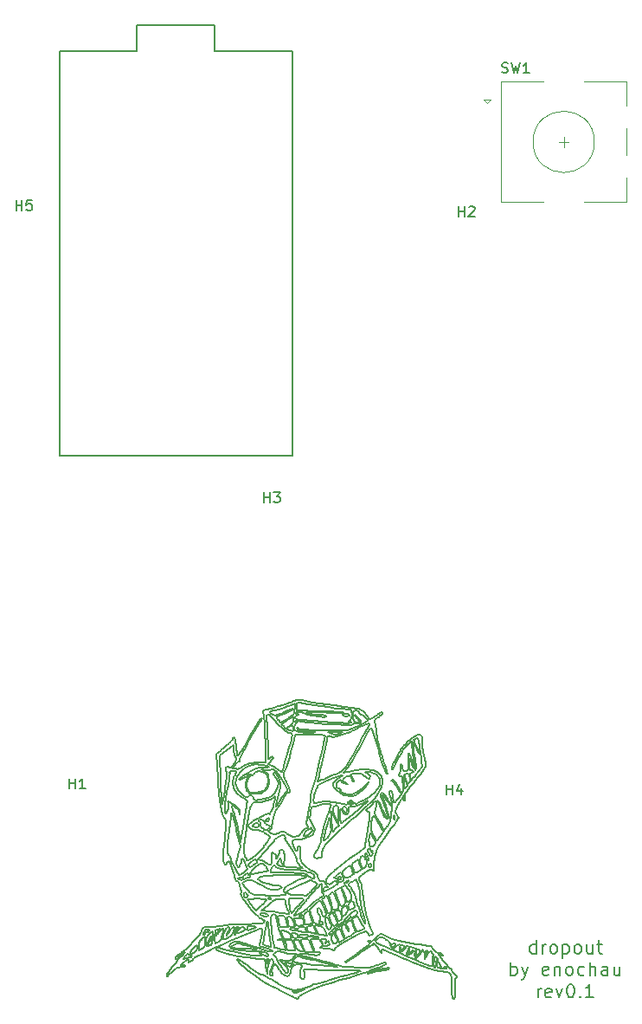
<source format=gbr>
G04 #@! TF.GenerationSoftware,KiCad,Pcbnew,(5.1.7)-1*
G04 #@! TF.CreationDate,2020-12-04T00:44:57-08:00*
G04 #@! TF.ProjectId,dropout-miniusb,64726f70-6f75-4742-9d6d-696e69757362,rev?*
G04 #@! TF.SameCoordinates,Original*
G04 #@! TF.FileFunction,Legend,Top*
G04 #@! TF.FilePolarity,Positive*
%FSLAX46Y46*%
G04 Gerber Fmt 4.6, Leading zero omitted, Abs format (unit mm)*
G04 Created by KiCad (PCBNEW (5.1.7)-1) date 2020-12-04 00:44:57*
%MOMM*%
%LPD*%
G01*
G04 APERTURE LIST*
%ADD10C,0.200000*%
%ADD11C,0.150000*%
%ADD12C,0.120000*%
G04 APERTURE END LIST*
D10*
X139976786Y-140871008D02*
X139729811Y-140982901D01*
X147036911Y-140519446D02*
X147036911Y-140501535D01*
X140797511Y-140824621D02*
X140871611Y-140814848D01*
X146516111Y-139757723D02*
X146516111Y-139793123D01*
X139849436Y-141022373D02*
X139877861Y-141006503D01*
X139641086Y-141085036D02*
X139641086Y-141085036D01*
X147130436Y-140397368D02*
X147154136Y-140397368D01*
X140828411Y-140657791D02*
X140708786Y-140679353D01*
X139729811Y-140982901D02*
X139641086Y-141059400D01*
X141693911Y-140571526D02*
X141713486Y-140540603D01*
X147225386Y-140425853D02*
X147289211Y-140485673D01*
X147064211Y-140425853D02*
X147113786Y-140397368D01*
X141353411Y-140724113D02*
X141548711Y-140667548D01*
X140214011Y-140915363D02*
X140493986Y-140864086D01*
X139702136Y-141084631D02*
X139820561Y-141037831D01*
X146370461Y-139511956D02*
X146391161Y-139529858D01*
X147304661Y-140514151D02*
X147293261Y-140573153D01*
X147084911Y-140573153D02*
X147036911Y-140519446D01*
X140828411Y-140657791D02*
X140828411Y-140657791D01*
X147036911Y-140501535D02*
X147036911Y-140482411D01*
X141141311Y-140599598D02*
X140906486Y-140643143D01*
X141646286Y-140519851D02*
X141540911Y-140530831D01*
X141651611Y-140616286D02*
X141662111Y-140605298D01*
X147203786Y-140605703D02*
X147174011Y-140605703D01*
X141375686Y-140557291D02*
X141141311Y-140599598D01*
X141700436Y-140523098D02*
X141646286Y-140519851D01*
X141540911Y-140530831D02*
X141375686Y-140557291D01*
X141713486Y-140540603D02*
X141700436Y-140523098D01*
X141635636Y-140631743D02*
X141651611Y-140616286D01*
X141548711Y-140667548D02*
X141635636Y-140631743D01*
X141093236Y-140778638D02*
X141353411Y-140724113D01*
X140493986Y-140864086D02*
X140721386Y-140832353D01*
X147289211Y-140485673D02*
X147297311Y-140501535D01*
X147226061Y-140605703D02*
X147203786Y-140605703D01*
X146391161Y-139529858D02*
X146474186Y-139652341D01*
X147113786Y-140397368D02*
X147130436Y-140397368D01*
X147293261Y-140573153D02*
X147226061Y-140605703D01*
X147297311Y-140501535D02*
X147304661Y-140514151D01*
X141662111Y-140605298D02*
X141693911Y-140571526D01*
X140721386Y-140832353D02*
X140797511Y-140824621D01*
X139988561Y-140970691D02*
X140214011Y-140915363D01*
X147297311Y-140501535D02*
X147297311Y-140501535D01*
X146342336Y-139483883D02*
X146370461Y-139511956D01*
X147036911Y-140482411D02*
X147064211Y-140425853D01*
X139641086Y-141059400D02*
X139641086Y-141085036D01*
X146474186Y-139652341D02*
X146516111Y-139757723D01*
X140708786Y-140679353D02*
X140352761Y-140759513D01*
X139877861Y-141006503D02*
X139988561Y-140970691D01*
X140352761Y-140759513D02*
X139976786Y-140871008D01*
X147154136Y-140397368D02*
X147225386Y-140425853D01*
X147174011Y-140605703D02*
X147084911Y-140573153D01*
X139820561Y-141037831D02*
X139849436Y-141022373D01*
X140871611Y-140814848D02*
X141093236Y-140778638D01*
X146516111Y-139793123D02*
X146516111Y-139793123D01*
X140906486Y-140643143D02*
X140828411Y-140657791D01*
X139641086Y-141085036D02*
X139702136Y-141084631D01*
X145474436Y-138907703D02*
X145474436Y-138934561D01*
X141991436Y-138432443D02*
X141944111Y-138347401D01*
X146099411Y-140109691D02*
X146107961Y-139784985D01*
X146177111Y-140501535D02*
X146129561Y-140385166D01*
X142059311Y-138169996D02*
X142185011Y-138145988D01*
X146333786Y-140115795D02*
X146281736Y-140371328D01*
X145474436Y-138934561D02*
X145441886Y-139015538D01*
X145441886Y-139015538D02*
X145383311Y-139126216D01*
X146735036Y-140282618D02*
X146761061Y-140325758D01*
X146391161Y-140053538D02*
X146380586Y-139616123D01*
X146432261Y-140371328D02*
X146393561Y-140115795D01*
X142349411Y-138196853D02*
X142349411Y-138209873D01*
X142203761Y-138407618D02*
X142180586Y-138427561D01*
X146578361Y-139990883D02*
X146703686Y-140232983D01*
X146505461Y-140501535D02*
X146487236Y-140501535D01*
X145352336Y-138834871D02*
X145370261Y-138834871D01*
X146625161Y-140521065D02*
X146535236Y-140501535D01*
X146776511Y-140564206D02*
X146752886Y-140556061D01*
X145370261Y-138834871D02*
X145389011Y-138834871D01*
X145474436Y-138894683D02*
X145474436Y-138907703D01*
X146795261Y-140571931D02*
X146776511Y-140564206D01*
X145370261Y-139147373D02*
X145354436Y-139170570D01*
X145474436Y-138907703D02*
X145474436Y-138907703D01*
X145298711Y-138902416D02*
X145352336Y-138834871D01*
X145286786Y-139226715D02*
X145266086Y-139104638D01*
X142299386Y-138158603D02*
X142349411Y-138196853D01*
X146856311Y-140587388D02*
X146795261Y-140571931D01*
X145266086Y-139023263D02*
X145298711Y-138902416D01*
X145383311Y-139126216D02*
X145370261Y-139147373D01*
X141974186Y-138230618D02*
X141986486Y-138209873D01*
X141958811Y-138254633D02*
X141974186Y-138230618D01*
X146238611Y-139419593D02*
X146342336Y-139483883D01*
X146836286Y-140458403D02*
X146876636Y-140556061D01*
X146516111Y-139793123D02*
X146516111Y-139842361D01*
X146173061Y-139493641D02*
X146238611Y-139419593D01*
X146339111Y-140053538D02*
X146333786Y-140115795D01*
X146380586Y-139616123D02*
X146339111Y-140053538D01*
X145389011Y-138834871D02*
X145445561Y-138855623D01*
X146487236Y-140501535D02*
X146432261Y-140371328D01*
X141944111Y-138347401D02*
X141958811Y-138254633D01*
X142086911Y-138460516D02*
X141991436Y-138432443D01*
X146535236Y-140501535D02*
X146505461Y-140501535D01*
X146876636Y-140556061D02*
X146856311Y-140587388D01*
X146761061Y-140325758D02*
X146836286Y-140458403D01*
X145445561Y-138855623D02*
X145474436Y-138894683D01*
X145266086Y-139063951D02*
X145266086Y-139023263D01*
X145354436Y-139170570D02*
X145286786Y-139226715D01*
X142224536Y-138391756D02*
X142203761Y-138407618D01*
X142349411Y-138209873D02*
X142349411Y-138209873D01*
X141986486Y-138209873D02*
X142059311Y-138169996D01*
X146516111Y-139842361D02*
X146578361Y-139990883D01*
X146162111Y-139522538D02*
X146173061Y-139493641D01*
X146129561Y-140385166D02*
X146099411Y-140109691D01*
X146281736Y-140371328D02*
X146214911Y-140501535D01*
X142185011Y-138145988D02*
X142299386Y-138158603D01*
X146137661Y-139583565D02*
X146162111Y-139522538D01*
X146393561Y-140115795D02*
X146391161Y-140053538D01*
X146214911Y-140501535D02*
X146192936Y-140501535D01*
X142180586Y-138427561D02*
X142086911Y-138460516D01*
X146107961Y-139784985D02*
X146137661Y-139583565D01*
X146192936Y-140501535D02*
X146177111Y-140501535D01*
X146752886Y-140556061D02*
X146625161Y-140521065D01*
X145266086Y-139104638D02*
X145266086Y-139063951D01*
X146703686Y-140232983D02*
X146735036Y-140282618D01*
X145979861Y-140014478D02*
X145989536Y-140195138D01*
X143896061Y-138904861D02*
X143859836Y-138939038D01*
X142307561Y-138300608D02*
X142224536Y-138391756D01*
X142349411Y-138232246D02*
X142307561Y-138300608D01*
X140854436Y-137480701D02*
X140880461Y-137480701D01*
X142349411Y-138209873D02*
X142349411Y-138232246D01*
X143557961Y-138866206D02*
X143536736Y-138920723D01*
X141422561Y-137761868D02*
X141422561Y-137761868D01*
X145874036Y-140346503D02*
X145705961Y-140319653D01*
X141372011Y-137733796D02*
X141422561Y-137761868D01*
X140892761Y-137480701D02*
X140929736Y-137502263D01*
X145948886Y-139693838D02*
X145953761Y-139761788D01*
X140689661Y-138194003D02*
X140456111Y-138030016D01*
X145989536Y-140195138D02*
X145961486Y-140305411D01*
X140456111Y-138030016D02*
X140421536Y-137861978D01*
X142139861Y-138774653D02*
X141759386Y-138606601D01*
X140880461Y-137480701D02*
X140892761Y-137480701D01*
X145953386Y-139286933D02*
X145937861Y-139332098D01*
X142414961Y-138904051D02*
X142139861Y-138774653D01*
X143599436Y-139188870D02*
X143651486Y-138824288D01*
X145436186Y-140226068D02*
X145043036Y-140067368D01*
X141200786Y-138387683D02*
X141130736Y-138366121D01*
X145043036Y-140067368D02*
X144639836Y-139900141D01*
X140776286Y-137540513D02*
X140854436Y-137480701D01*
X143098136Y-139216141D02*
X142826711Y-139099763D01*
X143375261Y-139298326D02*
X143370386Y-139303621D01*
X141408236Y-138464183D02*
X141200786Y-138387683D01*
X143440361Y-139158766D02*
X143375261Y-139298326D01*
X143474486Y-139428541D02*
X143797136Y-139178700D01*
X144120236Y-138810046D02*
X144044486Y-138798248D01*
X141220286Y-137652008D02*
X141372011Y-137733796D01*
X141049736Y-137562496D02*
X141220286Y-137652008D01*
X144505586Y-139845203D02*
X143474486Y-139428541D01*
X143370386Y-139303621D02*
X143365061Y-139308503D01*
X144025061Y-138964673D02*
X144120236Y-138851558D01*
X140929736Y-137502263D02*
X141049736Y-137562496D01*
X140578586Y-137678453D02*
X140614811Y-137652413D01*
X141759386Y-138606601D02*
X141408236Y-138464183D01*
X141018461Y-138329093D02*
X140689661Y-138194003D01*
X143651486Y-138824288D02*
X143714186Y-138470288D01*
X143797136Y-139178700D02*
X143841536Y-139142078D01*
X143536736Y-138920723D02*
X143440361Y-139158766D01*
X145937861Y-139332098D02*
X145937861Y-139489988D01*
X142585061Y-138988276D02*
X142505636Y-138949621D01*
X140531786Y-137714671D02*
X140578586Y-137678453D01*
X140421536Y-137861978D02*
X140531786Y-137714671D01*
X143841536Y-139142078D02*
X144025061Y-138964673D01*
X142826711Y-139099763D02*
X142585061Y-138988276D01*
X145937861Y-139489988D02*
X145948886Y-139693838D01*
X143289311Y-139287758D02*
X143098136Y-139216141D01*
X142505636Y-138949621D02*
X142414961Y-138904051D01*
X144120236Y-138814118D02*
X144120236Y-138810046D01*
X145961486Y-140305411D02*
X145874036Y-140346503D01*
X145953761Y-139761788D02*
X145959386Y-139824863D01*
X144639836Y-139900141D02*
X144505586Y-139845203D01*
X140614811Y-137652413D02*
X140776286Y-137540513D01*
X141130736Y-138366121D02*
X141018461Y-138329093D01*
X145959386Y-139824863D02*
X145979861Y-140014478D01*
X144044486Y-138798248D02*
X143896061Y-138904861D01*
X143859836Y-138939038D02*
X143599436Y-139188870D01*
X143714186Y-138470288D02*
X143557961Y-138866206D01*
X144120236Y-138851558D02*
X144120236Y-138814118D01*
X145705961Y-140319653D02*
X145436186Y-140226068D01*
X143365061Y-139308503D02*
X143289311Y-139287758D01*
X144333461Y-139564035D02*
X144381086Y-139537591D01*
X144370061Y-139058663D02*
X144377861Y-138851558D01*
X146034311Y-139486321D02*
X145996511Y-139388258D01*
X144247661Y-138939848D02*
X144224036Y-139204343D01*
X143224211Y-138678623D02*
X143474486Y-138407618D01*
X146079911Y-139506256D02*
X146064011Y-139536368D01*
X144381086Y-139537591D02*
X144470111Y-139466791D01*
X144470111Y-139466791D02*
X144573911Y-139364243D01*
X145786061Y-138912593D02*
X145874411Y-138977288D01*
X146088761Y-139397206D02*
X146087261Y-139424475D01*
X144300161Y-139564035D02*
X144317936Y-139564035D01*
X144151586Y-138585038D02*
X144258161Y-138610673D01*
X144328136Y-139341465D02*
X144351011Y-139172191D01*
X145602536Y-139004138D02*
X145698161Y-138907703D01*
X144984911Y-138712388D02*
X145056086Y-138801098D01*
X144567011Y-139238926D02*
X144505586Y-139303621D01*
X146091311Y-139368316D02*
X146088761Y-139397206D01*
X146042036Y-139191316D02*
X146091311Y-139368316D01*
X145056086Y-138801098D02*
X145133486Y-139002518D01*
X145182686Y-139251541D02*
X145214036Y-139616123D01*
X145214036Y-139616123D02*
X145463786Y-139220206D01*
X144682511Y-139242181D02*
X144785111Y-139112791D01*
X144953561Y-138780758D02*
X144984911Y-138712388D01*
X144871811Y-138988276D02*
X144931211Y-138880853D01*
X143474486Y-138407618D02*
X144151586Y-138585038D01*
X144247661Y-139453358D02*
X144300161Y-139564035D01*
X144953561Y-138803536D02*
X144953561Y-138780758D01*
X143177036Y-138728671D02*
X143224211Y-138678623D01*
X144573911Y-139364243D02*
X144682511Y-139242181D01*
X144317936Y-138782791D02*
X144287411Y-138802726D01*
X144322886Y-138779941D02*
X144317936Y-138782791D01*
X145901711Y-139001701D02*
X145930136Y-139024891D01*
X145463786Y-139220206D02*
X145497236Y-139165276D01*
X144574286Y-138708736D02*
X144761936Y-138842603D01*
X145996511Y-139388258D02*
X145984661Y-139355701D01*
X146064011Y-139536368D02*
X146034311Y-139486321D01*
X145930136Y-139024891D02*
X146042036Y-139191316D01*
X145133486Y-139002518D02*
X145176611Y-139188466D01*
X145874411Y-138977288D02*
X145901711Y-139001701D01*
X144377861Y-138851558D02*
X144322886Y-138779941D01*
X144359936Y-139116038D02*
X144370061Y-139058663D01*
X145497236Y-139165276D02*
X145602536Y-139004138D01*
X145176611Y-139188466D02*
X145182686Y-139251541D01*
X144953561Y-138822661D02*
X144953561Y-138803536D01*
X144785111Y-139112791D02*
X144871811Y-138988276D01*
X144390461Y-139417546D02*
X144335186Y-139436266D01*
X144761936Y-138842603D02*
X144733061Y-139026923D01*
X144335186Y-139436266D02*
X144328136Y-139341465D01*
X144317936Y-139564035D02*
X144333461Y-139564035D01*
X144287411Y-138802726D02*
X144247661Y-138939848D01*
X142797836Y-138852781D02*
X142879211Y-138924391D01*
X142879211Y-138924391D02*
X143020811Y-138865388D01*
X145979036Y-139337798D02*
X145953386Y-139286933D01*
X144224036Y-139204343D02*
X144247661Y-139453358D01*
X144351011Y-139172191D02*
X144359936Y-139116038D01*
X144477536Y-139332916D02*
X144390461Y-139417546D01*
X143020811Y-138865388D02*
X143177036Y-138728671D01*
X144505586Y-139303621D02*
X144477536Y-139332916D01*
X144733061Y-139026923D02*
X144567011Y-139238926D01*
X144258161Y-138610673D02*
X144574286Y-138708736D01*
X145984661Y-139355701D02*
X145979036Y-139337798D01*
X146087261Y-139424475D02*
X146079911Y-139506256D01*
X144931211Y-138880853D02*
X144953561Y-138822661D01*
X145698161Y-138907703D02*
X145786061Y-138912593D01*
X141863186Y-138106110D02*
X141886361Y-138164701D01*
X146862311Y-139186433D02*
X146695586Y-139091213D01*
X142775036Y-138698153D02*
X142797836Y-138852781D01*
X142776686Y-138647288D02*
X142775036Y-138698153D01*
X145891061Y-138459706D02*
X145891061Y-138447496D01*
X141900236Y-138476798D02*
X141984386Y-138584213D01*
X142026011Y-137713050D02*
X141628361Y-137534821D01*
X142786811Y-138366121D02*
X142776686Y-138647288D01*
X145113086Y-138285151D02*
X144743561Y-138235103D01*
X142859636Y-138626535D02*
X142786811Y-138366121D01*
X142932986Y-138876368D02*
X142859636Y-138626535D01*
X145790561Y-138411690D02*
X145517111Y-138351473D01*
X143109911Y-138626535D02*
X142932986Y-138876368D01*
X146560886Y-139043206D02*
X146516111Y-139043206D01*
X146516111Y-139043206D02*
X146471711Y-139043206D01*
X142861736Y-138272941D02*
X142911686Y-138282706D01*
X143286911Y-138366121D02*
X143109911Y-138626535D01*
X142911686Y-138282706D02*
X143286911Y-138366121D01*
X142709936Y-138252601D02*
X142861736Y-138272941D01*
X141880661Y-138178538D02*
X141867686Y-138213946D01*
X140922461Y-137168206D02*
X140905361Y-137168206D01*
X144350186Y-138192368D02*
X143542886Y-138083738D01*
X141457511Y-137431058D02*
X141313061Y-137348056D01*
X142380761Y-138418201D02*
X142400261Y-138390128D01*
X145891061Y-138447496D02*
X145790561Y-138411690D01*
X142099661Y-138626535D02*
X142133411Y-138626535D01*
X142070636Y-138626535D02*
X142099661Y-138626535D01*
X145891061Y-138499996D02*
X145891061Y-138459706D01*
X140738486Y-137290276D02*
X140589536Y-137422921D01*
X141621086Y-137886788D02*
X141772436Y-138005206D01*
X141002936Y-137191808D02*
X140942336Y-137168206D01*
X142572011Y-138260738D02*
X142709936Y-138252601D01*
X140854436Y-137200756D02*
X140738486Y-137290276D01*
X142133411Y-138626535D02*
X142235861Y-138565103D01*
X140422361Y-137584868D02*
X140422361Y-137584868D01*
X142470686Y-138313223D02*
X142572011Y-138260738D01*
X142400261Y-138390128D02*
X142470686Y-138313223D01*
X141867686Y-138213946D02*
X141860336Y-138331943D01*
X140589536Y-137422921D02*
X140463461Y-137543775D01*
X146695586Y-139091213D02*
X146560886Y-139043206D01*
X141139286Y-137255273D02*
X141002936Y-137191808D01*
X143542886Y-138083738D02*
X142691636Y-137918123D01*
X141984386Y-138584213D02*
X142070636Y-138626535D01*
X141313061Y-137348056D02*
X141139286Y-137255273D01*
X141505436Y-137459956D02*
X141457511Y-137431058D01*
X142359611Y-138446686D02*
X142380761Y-138418201D01*
X140463461Y-137543775D02*
X140422361Y-137584868D01*
X141772436Y-138005206D02*
X141863186Y-138106110D01*
X144620336Y-138220456D02*
X144350186Y-138192368D01*
X146471711Y-139043206D02*
X146339111Y-138975256D01*
X146339111Y-138975256D02*
X146133161Y-138813713D01*
X146133161Y-138813713D02*
X145962311Y-138621248D01*
X142691636Y-137918123D02*
X142026011Y-137713050D01*
X141472961Y-137790766D02*
X141621086Y-137886788D01*
X140905361Y-137168206D02*
X140854436Y-137200756D01*
X144743561Y-138235103D02*
X144620336Y-138220456D01*
X145962311Y-138621248D02*
X145891061Y-138499996D01*
X140942336Y-137168206D02*
X140922461Y-137168206D01*
X145517111Y-138351473D02*
X145113086Y-138285151D01*
X141886361Y-138164701D02*
X141880661Y-138178538D01*
X141628361Y-137534821D02*
X141505436Y-137459956D01*
X141860336Y-138331943D02*
X141900236Y-138476798D01*
X141422561Y-137761868D02*
X141472961Y-137790766D01*
X142235861Y-138565103D02*
X142359611Y-138446686D01*
X147838511Y-142170638D02*
X147846611Y-142496573D01*
X147844211Y-140640691D02*
X147801086Y-140605703D01*
X146891261Y-139210036D02*
X146862311Y-139186433D01*
X146916536Y-139229978D02*
X146891261Y-139210036D01*
X146986886Y-139297516D02*
X146916536Y-139229978D01*
X147532961Y-140386786D02*
X147301811Y-140148353D01*
X148166486Y-142661371D02*
X148161986Y-142532791D01*
X148015886Y-143522371D02*
X148037111Y-143522371D01*
X147852311Y-142721588D02*
X147868136Y-143069489D01*
X146971811Y-139324373D02*
X146986886Y-139297516D01*
X147682661Y-141095206D02*
X147694136Y-141109441D01*
X147805136Y-141420728D02*
X147818561Y-141594878D01*
X146835161Y-139288973D02*
X146971811Y-139324373D01*
X147846611Y-142496573D02*
X147849536Y-142605623D01*
X146634086Y-139214911D02*
X146835161Y-139288973D01*
X146568161Y-139188870D02*
X146634086Y-139214911D01*
X147727436Y-141153796D02*
X147761186Y-141216871D01*
X147574811Y-141025621D02*
X147661886Y-141072016D01*
X147786836Y-140605703D02*
X147765686Y-140605703D01*
X148292261Y-141485018D02*
X148334561Y-141450436D01*
X147899936Y-143349031D02*
X147953261Y-143485749D01*
X148122161Y-143487784D02*
X148165661Y-143347810D01*
X148154636Y-142046131D02*
X148168511Y-141734446D01*
X146564111Y-139187243D02*
X146568161Y-139188870D01*
X146540036Y-139216951D02*
X146564111Y-139187243D01*
X147036911Y-139855785D02*
X146973461Y-139785391D01*
X146618561Y-139350413D02*
X146540036Y-139216951D01*
X147101636Y-139929840D02*
X147036911Y-139855785D01*
X148274711Y-141287266D02*
X148183136Y-141180653D01*
X147870236Y-140730623D02*
X147870236Y-140707838D01*
X148255136Y-141498443D02*
X148276286Y-141491123D01*
X146973461Y-139785391D02*
X146789111Y-139569736D01*
X148334936Y-141385733D02*
X148274711Y-141287266D01*
X147301811Y-140148353D02*
X147101636Y-139929840D01*
X148112336Y-141105383D02*
X147952061Y-140903558D01*
X147703361Y-140547113D02*
X147532961Y-140386786D01*
X147765686Y-140605703D02*
X147703361Y-140547113D01*
X147870236Y-140707838D02*
X147844211Y-140640691D01*
X148183136Y-141180653D02*
X148151411Y-141147286D01*
X148207136Y-141561518D02*
X148255136Y-141498443D01*
X148168511Y-141734446D02*
X148207136Y-141561518D01*
X148165661Y-143347810D02*
X148175861Y-143047518D01*
X147761186Y-141216871D02*
X147786386Y-141300286D01*
X147661886Y-141072016D02*
X147682661Y-141095206D01*
X148158761Y-142411118D02*
X148154636Y-142046131D01*
X147870236Y-140773755D02*
X147870236Y-140730623D01*
X148151411Y-141147286D02*
X148112336Y-141105383D01*
X148334561Y-141450436D02*
X148334936Y-141385733D01*
X147786386Y-141300286D02*
X147805136Y-141420728D01*
X148058261Y-143522371D02*
X148122161Y-143487784D01*
X147385661Y-140960933D02*
X147574811Y-141025621D01*
X148175861Y-143047518D02*
X148166486Y-142661371D01*
X147849536Y-142605623D02*
X147852311Y-142721588D01*
X147818561Y-141594878D02*
X147829136Y-141839423D01*
X148276286Y-141491123D02*
X148292261Y-141485018D01*
X148037111Y-143522371D02*
X148058261Y-143522371D01*
X147694136Y-141109441D02*
X147727436Y-141153796D01*
X147829136Y-141839423D02*
X147838511Y-142170638D01*
X147953261Y-143485749D02*
X148015886Y-143522371D01*
X147801086Y-140605703D02*
X147786836Y-140605703D01*
X148161986Y-142532791D02*
X148158761Y-142411118D01*
X147952061Y-140903558D02*
X147870236Y-140773755D01*
X147868136Y-143069489D02*
X147899936Y-143349031D01*
X146789111Y-139569736D02*
X146618561Y-139350413D01*
X140638361Y-138595201D02*
X140672111Y-138647288D01*
X140117561Y-138222893D02*
X140109836Y-138209873D01*
X146807861Y-140866118D02*
X146887511Y-140873041D01*
X146658911Y-140851478D02*
X146807861Y-140866118D01*
X140213561Y-138126046D02*
X140301911Y-138170401D01*
X140672111Y-138647288D02*
X140710061Y-138709950D01*
X137453561Y-139920488D02*
X137453561Y-139939201D01*
X140710061Y-138709950D02*
X140833286Y-138892651D01*
X144016061Y-139980706D02*
X144243611Y-140080801D01*
X146214536Y-140780266D02*
X146658911Y-140851478D01*
X145626611Y-140626456D02*
X146214536Y-140780266D01*
X140341811Y-138199291D02*
X140469086Y-138355538D01*
X140037011Y-138314041D02*
X140055686Y-138314041D01*
X143527886Y-139765456D02*
X143894036Y-139926181D01*
X140984636Y-138730703D02*
X141011486Y-138730703D01*
X138962336Y-138980536D02*
X139274861Y-138766508D01*
X144931211Y-140370923D02*
X145626611Y-140626456D01*
X142066586Y-139144523D02*
X142530011Y-139337798D01*
X141011486Y-138730703D02*
X141092936Y-138761228D01*
X141656936Y-138977693D02*
X142066586Y-139144523D01*
X140945561Y-139024891D02*
X140991611Y-139028153D01*
X138046811Y-139477373D02*
X137738411Y-139703191D01*
X137469011Y-139956286D02*
X137519486Y-139944076D01*
X140972861Y-138730703D02*
X140984636Y-138730703D01*
X140966786Y-138920723D02*
X140953811Y-138886951D01*
X140328761Y-138189121D02*
X140341811Y-138199291D01*
X140937836Y-138777495D02*
X140972861Y-138730703D01*
X140833286Y-138892651D02*
X140945561Y-139024891D01*
X140089511Y-138137446D02*
X140129411Y-138109373D01*
X140100461Y-138194003D02*
X140089511Y-138137446D01*
X137746586Y-139816321D02*
X137934086Y-139694243D01*
X144243611Y-140080801D02*
X144931211Y-140370923D01*
X142530011Y-139337798D02*
X143024861Y-139547753D01*
X138485036Y-139316235D02*
X138766286Y-139119300D01*
X141324836Y-138846676D02*
X141656936Y-138977693D01*
X141092936Y-138761228D02*
X141324836Y-138846676D01*
X140945561Y-138865801D02*
X140937836Y-138777495D01*
X140991611Y-139028153D02*
X140966786Y-138920723D01*
X140109836Y-138209873D02*
X140100461Y-138194003D01*
X140112236Y-138281483D02*
X140117561Y-138222893D01*
X137609861Y-139898506D02*
X137746586Y-139816321D01*
X137738411Y-139703191D02*
X137530061Y-139864733D01*
X140469086Y-138355538D02*
X140638361Y-138595201D01*
X137519486Y-139944076D02*
X137609861Y-139898506D01*
X137453561Y-139943265D02*
X137469011Y-139956286D01*
X139902761Y-138372226D02*
X140003261Y-138314041D01*
X138766286Y-139119300D02*
X138859811Y-139053788D01*
X140003261Y-138314041D02*
X140037011Y-138314041D01*
X140129411Y-138109373D02*
X140213561Y-138126046D01*
X138328061Y-139276358D02*
X138046811Y-139477373D01*
X143024861Y-139547753D02*
X143527886Y-139765456D01*
X147126011Y-140905996D02*
X147385661Y-140960933D01*
X137530061Y-139864733D02*
X137453561Y-139920488D01*
X140301911Y-138170401D02*
X140328761Y-138189121D01*
X140055686Y-138314041D02*
X140112236Y-138281483D01*
X139635761Y-138531316D02*
X139902761Y-138372226D01*
X139274861Y-138766508D02*
X139635761Y-138531316D01*
X137934086Y-139694243D02*
X138178661Y-139528643D01*
X138859811Y-139053788D02*
X138962336Y-138980536D01*
X138178661Y-139528643D02*
X138485036Y-139316235D01*
X137453561Y-139939201D02*
X137453561Y-139943265D01*
X146887511Y-140873041D02*
X147126011Y-140905996D01*
X140953811Y-138886951D02*
X140945561Y-138865801D01*
X143894036Y-139926181D02*
X144016061Y-139980706D01*
X133310186Y-142622715D02*
X133409861Y-142595453D01*
X133388261Y-142655266D02*
X133267436Y-142718333D01*
X124029513Y-137918933D02*
X123965223Y-138083326D01*
X133450886Y-142611323D02*
X133388261Y-142655266D01*
X132422261Y-142897371D02*
X132393761Y-142885977D01*
X133099286Y-142793204D02*
X133099286Y-142793204D01*
X124427463Y-137402581D02*
X124422168Y-137387123D01*
X124016088Y-138237541D02*
X124016088Y-138220456D01*
X132510986Y-142794425D02*
X132557786Y-142793204D01*
X133444811Y-142595453D02*
X133450886Y-142611323D01*
X133409861Y-142595453D02*
X133443161Y-142595453D01*
X124420541Y-137382638D02*
X124386363Y-137378978D01*
X124016088Y-138220456D02*
X124016088Y-138176911D01*
X132705911Y-142927075D02*
X132463811Y-142915274D01*
X132393761Y-142885977D02*
X132309911Y-142847322D01*
X123933888Y-138263176D02*
X123943256Y-138272536D01*
X124318001Y-137441641D02*
X124225638Y-137562496D01*
X133101836Y-142702058D02*
X133130636Y-142689038D01*
X124206108Y-137842853D02*
X124235006Y-137803786D01*
X132370961Y-142802156D02*
X132510986Y-142794425D01*
X133130636Y-142689038D02*
X133159136Y-142676018D01*
X133267436Y-142718333D02*
X133141586Y-142775300D01*
X133141586Y-142775300D02*
X133099286Y-142793204D01*
X124386363Y-137378978D02*
X124318001Y-137441641D01*
X132463811Y-142915274D02*
X132422261Y-142897371D01*
X124422168Y-137387123D02*
X124420541Y-137382638D01*
X124082411Y-138047108D02*
X124206108Y-137842853D01*
X133443161Y-142595453D02*
X133444811Y-142595453D01*
X123965223Y-138083326D02*
X123933888Y-138206611D01*
X124265921Y-137761868D02*
X124383108Y-137555986D01*
X124120256Y-137730541D02*
X124095836Y-137776516D01*
X133159136Y-142676018D02*
X133310186Y-142622715D01*
X123951791Y-138281078D02*
X123994931Y-138289215D01*
X132290486Y-142817617D02*
X132370961Y-142802156D01*
X132875111Y-142756583D02*
X133101836Y-142702058D01*
X132309911Y-142847322D02*
X132290486Y-142817617D01*
X142158986Y-122372445D02*
X142281536Y-122534070D01*
X142091411Y-122298421D02*
X142158986Y-122372445D01*
X142068236Y-122282971D02*
X142091411Y-122298421D01*
X124016088Y-138176911D02*
X124082411Y-138047108D01*
X124120256Y-137730541D02*
X124120256Y-137730541D01*
X132607061Y-142790356D02*
X132875111Y-142756583D01*
X124145073Y-137687821D02*
X124120256Y-137730541D01*
X124095836Y-137776516D02*
X124029513Y-137918933D01*
X124225638Y-137562496D02*
X124145073Y-137687821D01*
X124383108Y-137555986D02*
X124427463Y-137402581D01*
X124235006Y-137803786D02*
X124265921Y-137761868D01*
X123994931Y-138289215D02*
X124016088Y-138237541D01*
X123943256Y-138272536D02*
X123951791Y-138281078D01*
X123933888Y-138206611D02*
X123933888Y-138263176D01*
X132557786Y-142793204D02*
X132607061Y-142790356D01*
X132070286Y-140444978D02*
X131969036Y-140458403D01*
X132068261Y-140313953D02*
X132078386Y-140342850D01*
X132058886Y-140290763D02*
X132068261Y-140313953D01*
X132135761Y-140238278D02*
X132120386Y-140230538D01*
X132216386Y-140244788D02*
X132135761Y-140238278D01*
X132285536Y-140117423D02*
X132304211Y-140177236D01*
X132505661Y-139561193D02*
X132700961Y-139424475D01*
X129682586Y-139835041D02*
X129672011Y-139806548D01*
X132922361Y-139407788D02*
X132950786Y-139415513D01*
X132464186Y-139605541D02*
X132505661Y-139561193D01*
X129786761Y-139668203D02*
X129816086Y-139668203D01*
X132304211Y-140177236D02*
X132297311Y-140189041D01*
X132200486Y-140084873D02*
X132285536Y-140117423D01*
X133782161Y-139631581D02*
X134113811Y-139714186D01*
X132172436Y-140084873D02*
X132200486Y-140084873D01*
X129953561Y-139728016D02*
X129953561Y-139741036D01*
X132885686Y-139397206D02*
X132922361Y-139407788D01*
X129725336Y-139972568D02*
X129690311Y-139858223D01*
X129905186Y-139688956D02*
X129953561Y-139728016D01*
X129816086Y-139668203D02*
X129905186Y-139688956D01*
X133089236Y-139452548D02*
X133389386Y-139531486D01*
X129921011Y-139848466D02*
X129849386Y-139976633D01*
X129953561Y-139741036D02*
X129953561Y-139741036D01*
X129759086Y-139668203D02*
X129786761Y-139668203D01*
X129676061Y-139708486D02*
X129759086Y-139668203D01*
X129745286Y-140040923D02*
X129725336Y-139972568D01*
X129745286Y-140064121D02*
X129745286Y-140040923D01*
X134224436Y-139741036D02*
X134224436Y-139741036D01*
X133389386Y-139531486D02*
X133782161Y-139631581D01*
X132427511Y-139641758D02*
X132464186Y-139605541D01*
X132249761Y-139913978D02*
X132293261Y-139808588D01*
X129672011Y-139806548D02*
X129676061Y-139708486D01*
X131813186Y-140368066D02*
X131684936Y-140238278D01*
X132950786Y-139415513D02*
X133089236Y-139452548D01*
X129690311Y-139858223D02*
X129682586Y-139835041D01*
X132293261Y-139808588D02*
X132427511Y-139641758D01*
X129953561Y-139741036D02*
X129953561Y-139767893D01*
X133021211Y-142829419D02*
X132705911Y-142927075D01*
X131699636Y-140003078D02*
X131735036Y-140012041D01*
X133099286Y-142793204D02*
X133021211Y-142829419D01*
X132078386Y-140342850D02*
X132070286Y-140444978D01*
X132286736Y-140204498D02*
X132216386Y-140244788D01*
X132172436Y-140084873D02*
X132172436Y-140084873D01*
X132051161Y-140213453D02*
X132058886Y-140290763D01*
X132297311Y-140189041D02*
X132286736Y-140204498D01*
X132120386Y-140084873D02*
X132172436Y-140084873D01*
X131965361Y-140063716D02*
X132120386Y-140084873D01*
X132700961Y-139424475D02*
X132885686Y-139397206D01*
X131768786Y-140022203D02*
X131965361Y-140063716D01*
X129849386Y-139976633D02*
X129777836Y-140067368D01*
X131735036Y-140012041D02*
X131768786Y-140022203D01*
X131592536Y-139979483D02*
X131699636Y-140003078D01*
X134113811Y-139714186D02*
X134224436Y-139741036D01*
X132106886Y-140220781D02*
X132051161Y-140213453D01*
X129745286Y-140064930D02*
X129745286Y-140064121D01*
X129953561Y-139767893D02*
X129921011Y-139848466D01*
X131536811Y-139986811D02*
X131592536Y-139979483D01*
X131558786Y-140051101D02*
X131536811Y-139986811D01*
X131627561Y-140154863D02*
X131558786Y-140051101D01*
X131651636Y-140189041D02*
X131627561Y-140154863D01*
X131684936Y-140238278D02*
X131651636Y-140189041D01*
X131969036Y-140458403D02*
X131813186Y-140368066D01*
X132120386Y-140230538D02*
X132106886Y-140220781D01*
X129777836Y-140067368D02*
X129745286Y-140064930D01*
X135995261Y-140199623D02*
X136672361Y-140397368D01*
X130758461Y-139740226D02*
X130745486Y-139699538D01*
X134912861Y-140261460D02*
X134781536Y-140259023D01*
X122386856Y-139459868D02*
X122380751Y-139459868D01*
X122297336Y-139334956D02*
X122297336Y-139334956D01*
X121939263Y-139164061D02*
X122033253Y-139131091D01*
X122135793Y-139227931D02*
X122268453Y-139319078D01*
X131546636Y-139059473D02*
X131820461Y-139105463D01*
X130492361Y-139079423D02*
X130526486Y-139043206D01*
X132255911Y-139918036D02*
X132249761Y-139913978D01*
X132271286Y-139933508D02*
X132255911Y-139918036D01*
X131287061Y-139001701D02*
X131351261Y-139017975D01*
X132368186Y-139950998D02*
X132271286Y-139933508D01*
X134375336Y-139777253D02*
X135195686Y-139985993D01*
X134553986Y-140252513D02*
X134237411Y-140221186D01*
X131820461Y-139105463D02*
X132074711Y-139135973D01*
X130526486Y-139043206D02*
X130549286Y-139016753D01*
X130745486Y-139699538D02*
X130734836Y-139668203D01*
X135174911Y-140273671D02*
X134912861Y-140261460D01*
X122297336Y-139334956D02*
X122325813Y-139350413D01*
X121813128Y-139313798D02*
X121939263Y-139164061D01*
X130630286Y-138948391D02*
X130758086Y-138912593D01*
X131351261Y-139017975D02*
X131546636Y-139059473D01*
X134697686Y-140263493D02*
X134553986Y-140252513D01*
X130734836Y-139668203D02*
X130650236Y-139502603D01*
X132276611Y-139147373D02*
X132276611Y-139147373D01*
X135901286Y-140173576D02*
X135995261Y-140199623D01*
X133841111Y-140173988D02*
X133410686Y-140117423D01*
X121787088Y-139355701D02*
X121813128Y-139313798D01*
X130515911Y-139345118D02*
X130484186Y-139320713D01*
X122405171Y-139420403D02*
X122386856Y-139459868D01*
X132226061Y-139147373D02*
X132276611Y-139147373D01*
X131205686Y-138982576D02*
X131287061Y-139001701D01*
X132628586Y-139999426D02*
X132368186Y-139950998D01*
X135839036Y-140324535D02*
X135753161Y-140316398D01*
X132991061Y-140056800D02*
X132628586Y-139999426D01*
X121914438Y-139551016D02*
X121849338Y-139574618D01*
X130959836Y-138931711D02*
X131205686Y-138982576D01*
X130539086Y-139363433D02*
X130515911Y-139345118D01*
X122325813Y-139350413D02*
X122405171Y-139420403D01*
X135753161Y-140316398D02*
X135495161Y-140295233D01*
X130549286Y-139016753D02*
X130630286Y-138948391D01*
X130415861Y-139213696D02*
X130492361Y-139079423D01*
X135495161Y-140295233D02*
X135174911Y-140273671D01*
X134224436Y-139741036D02*
X134375336Y-139777253D01*
X122033253Y-139131091D02*
X122036921Y-139136791D01*
X122044646Y-139146968D02*
X122135793Y-139227931D01*
X122138246Y-139481836D02*
X121914438Y-139551016D01*
X133410686Y-140117423D02*
X132991061Y-140056800D01*
X135195686Y-139985993D02*
X135901286Y-140173576D01*
X132074711Y-139135973D02*
X132226061Y-139147373D01*
X121609668Y-139668203D02*
X121787088Y-139355701D01*
X130758086Y-138912593D02*
X130959836Y-138931711D01*
X134237411Y-140221186D02*
X133841111Y-140173988D01*
X130650236Y-139502603D02*
X130539086Y-139363433D01*
X122320128Y-139459868D02*
X122138246Y-139481836D01*
X122268453Y-139319078D02*
X122297336Y-139334956D01*
X134745236Y-140261873D02*
X134697686Y-140263493D01*
X134781536Y-140259023D02*
X134745236Y-140261873D01*
X122380751Y-139459868D02*
X122320128Y-139459868D01*
X136672361Y-140397368D02*
X135839036Y-140324535D01*
X122036921Y-139136791D02*
X122044646Y-139146968D01*
X121849338Y-139574618D02*
X121609668Y-139668203D01*
X130484186Y-139320713D02*
X130415861Y-139213696D01*
X127584986Y-138652576D02*
X127198458Y-138635483D01*
X131068886Y-139713368D02*
X131009561Y-139741036D01*
X131218286Y-139754056D02*
X131068886Y-139713368D01*
X131266286Y-139772371D02*
X131218286Y-139754056D01*
X131346836Y-139803301D02*
X131266286Y-139772371D01*
X131602736Y-139863113D02*
X131346836Y-139803301D01*
X126825746Y-138127673D02*
X127046688Y-138156976D01*
X122922333Y-138585038D02*
X122922333Y-138585038D01*
X127453586Y-138261953D02*
X127453586Y-138261953D01*
X126671118Y-138178133D02*
X126825746Y-138127673D01*
X132329111Y-139565258D02*
X132143486Y-139732493D01*
X131889611Y-139851713D02*
X131602736Y-139863113D01*
X132143486Y-139732493D02*
X131889611Y-139851713D01*
X122692848Y-138978098D02*
X122651336Y-139001701D01*
X132380786Y-139501373D02*
X132329111Y-139565258D01*
X132682661Y-139147373D02*
X132380786Y-139501373D01*
X127351856Y-138235508D02*
X127453586Y-138261953D01*
X122914608Y-138393788D02*
X122923556Y-138537420D01*
X122862521Y-138338453D02*
X122914608Y-138393788D01*
X122299773Y-138942706D02*
X122473121Y-138716873D01*
X122919491Y-138628973D02*
X122845428Y-138824288D01*
X126340308Y-138400703D02*
X126432266Y-138334381D01*
X122743713Y-138421868D02*
X122862521Y-138338453D01*
X122581766Y-139039133D02*
X122360816Y-139127836D01*
X122845428Y-138824288D02*
X122692848Y-138978098D01*
X127713986Y-138657871D02*
X127584986Y-138652576D01*
X127813661Y-138661936D02*
X127713986Y-138657871D01*
X126515681Y-138279863D02*
X126671118Y-138178133D01*
X126432266Y-138334381D02*
X126464006Y-138314041D01*
X126276011Y-138520748D02*
X126273978Y-138468661D01*
X127198458Y-138635483D02*
X126808241Y-138614326D01*
X132276611Y-139147373D02*
X132682661Y-139147373D01*
X131349236Y-140696851D02*
X131200811Y-140493398D01*
X122922333Y-138585038D02*
X122919491Y-138628973D01*
X122923556Y-138537420D02*
X122922333Y-138585038D01*
X126464006Y-138314041D02*
X126515681Y-138279863D01*
X122360816Y-139127836D02*
X122242406Y-139105463D01*
X130812161Y-139857818D02*
X130758461Y-139740226D01*
X130919186Y-140055571D02*
X130812161Y-139857818D01*
X131053061Y-140273266D02*
X130919186Y-140055571D01*
X131653586Y-141022373D02*
X131598311Y-140979638D01*
X131250761Y-140005935D02*
X131307761Y-140053538D01*
X131200811Y-140493398D02*
X131053061Y-140273266D01*
X131843711Y-140932440D02*
X131715011Y-141022373D01*
X131088761Y-139854166D02*
X131250761Y-140005935D01*
X126273978Y-138468661D02*
X126340308Y-138400703D01*
X131486411Y-140865308D02*
X131349236Y-140696851D01*
X127046688Y-138156976D02*
X127351856Y-138235508D01*
X131598311Y-140979638D02*
X131486411Y-140865308D01*
X122473121Y-138716873D02*
X122537006Y-138647288D01*
X131825786Y-140701733D02*
X131843711Y-140932440D01*
X122587053Y-138589508D02*
X122743713Y-138421868D01*
X122651336Y-139001701D02*
X122581766Y-139039133D01*
X126808241Y-138614326D02*
X126531948Y-138589913D01*
X126531948Y-138589913D02*
X126358211Y-138559808D01*
X122242406Y-139105463D02*
X122299773Y-138942706D01*
X131672336Y-141022373D02*
X131653586Y-141022373D01*
X131715011Y-141022373D02*
X131672336Y-141022373D01*
X131639861Y-140389238D02*
X131825786Y-140701733D01*
X131398061Y-140128006D02*
X131639861Y-140389238D01*
X126358211Y-138559808D02*
X126276011Y-138520748D01*
X131307761Y-140053538D02*
X131398061Y-140128006D01*
X131009561Y-139741036D02*
X131088761Y-139854166D01*
X122537006Y-138647288D02*
X122587053Y-138589508D01*
X131674736Y-138504061D02*
X131623886Y-138274568D01*
X131807411Y-138786451D02*
X131732561Y-138698558D01*
X133391111Y-138886951D02*
X133289336Y-138882878D01*
X132097961Y-138834871D02*
X131937611Y-138825518D01*
X132889811Y-137829420D02*
X132974411Y-137903881D01*
X132537011Y-138303451D02*
X132370136Y-137793203D01*
X133153886Y-138412913D02*
X133182761Y-138470288D01*
X131819186Y-137793203D02*
X131870036Y-137793203D01*
X132401486Y-138334786D02*
X132547136Y-138834871D01*
X131692211Y-138582585D02*
X131682986Y-138543120D01*
X128113136Y-138674551D02*
X127813661Y-138661936D01*
X132974411Y-137981603D02*
X133035461Y-138140693D01*
X128410211Y-138685538D02*
X128113136Y-138674551D01*
X127531736Y-138279863D02*
X127993961Y-138404776D01*
X128729636Y-138685133D02*
X128612861Y-138689206D01*
X133182761Y-138470288D02*
X133202636Y-138510571D01*
X131870036Y-137793203D02*
X131936411Y-137793203D01*
X131623886Y-138274568D02*
X131567786Y-138056056D01*
X132558986Y-138372631D02*
X132537011Y-138303451D01*
X133374386Y-138853996D02*
X133391111Y-138886951D01*
X132135761Y-137799713D02*
X132245261Y-137810295D01*
X131732561Y-138698558D02*
X131692211Y-138582585D01*
X133035461Y-138140693D02*
X133153886Y-138412913D01*
X128767886Y-138671296D02*
X128729636Y-138685133D01*
X131567786Y-138056056D02*
X131557511Y-138022291D01*
X133329611Y-138764476D02*
X133374386Y-138853996D01*
X128430161Y-138540278D02*
X128495261Y-138563873D01*
X132633761Y-138578528D02*
X132558986Y-138372631D01*
X131531486Y-137898586D02*
X131561711Y-137829420D01*
X132386411Y-138286373D02*
X132401486Y-138334786D01*
X133391111Y-138886951D02*
X133391111Y-138886951D01*
X133263311Y-138631831D02*
X133329611Y-138764476D01*
X132974411Y-137928706D02*
X132974411Y-137981603D01*
X128642561Y-138611888D02*
X128736161Y-138647288D01*
X132998786Y-138850733D02*
X132855986Y-138820223D01*
X132245261Y-137813956D02*
X132245261Y-137813956D01*
X131937611Y-138825518D02*
X131807411Y-138786451D01*
X131548661Y-137992186D02*
X131531486Y-137898586D01*
X132547136Y-138834871D02*
X132151736Y-138834871D01*
X133391111Y-138886951D02*
X133391111Y-138886951D01*
X128736161Y-138647288D02*
X128767886Y-138671296D01*
X131936411Y-137793203D02*
X132135761Y-137799713D01*
X131667461Y-137799308D02*
X131819186Y-137793203D01*
X127453586Y-138261953D02*
X127531736Y-138279863D01*
X132370136Y-137793203D02*
X132672536Y-137793203D01*
X131682986Y-138543120D02*
X131674736Y-138504061D01*
X132726611Y-137793203D02*
X132889811Y-137829420D01*
X133047236Y-138855623D02*
X132998786Y-138850733D01*
X128612861Y-138689206D02*
X128410211Y-138685538D01*
X127993961Y-138404776D02*
X128430161Y-138540278D01*
X133202636Y-138510571D02*
X133263311Y-138631831D01*
X132729386Y-138739650D02*
X132633761Y-138578528D01*
X132245261Y-137810295D02*
X132245261Y-137813956D01*
X133094036Y-138860506D02*
X133047236Y-138855623D01*
X131557511Y-138022291D02*
X131548661Y-137992186D01*
X132151736Y-138834871D02*
X132097961Y-138834871D01*
X132974411Y-137903881D02*
X132974411Y-137928706D01*
X128531861Y-138575265D02*
X128642561Y-138611888D01*
X128495261Y-138563873D02*
X128531861Y-138575265D01*
X133289336Y-138882878D02*
X133094036Y-138860506D01*
X132974411Y-137928706D02*
X132974411Y-137928706D01*
X132672536Y-137793203D02*
X132726611Y-137793203D01*
X132855986Y-138820223D02*
X132729386Y-138739650D01*
X131561711Y-137829420D02*
X131667461Y-137799308D01*
X133980236Y-137432288D02*
X133939211Y-137407463D01*
X136456286Y-138107738D02*
X136364711Y-138132556D01*
X123682833Y-138001538D02*
X123682833Y-138001538D01*
X123667368Y-137480701D02*
X123684056Y-137635328D01*
X123398816Y-137733391D02*
X123565241Y-137567776D01*
X123078588Y-138845453D02*
X123078588Y-138449535D01*
X136364711Y-138132556D02*
X136274861Y-138115883D01*
X136274861Y-138115883D02*
X136199111Y-138036526D01*
X134674811Y-137565338D02*
X134641061Y-137564123D01*
X123310113Y-137824538D02*
X123359756Y-137772450D01*
X134243186Y-137397286D02*
X134455961Y-137419268D01*
X123682833Y-138072338D02*
X123673473Y-138285961D01*
X123422418Y-138657466D02*
X123380501Y-138678623D01*
X134827061Y-137557201D02*
X134776586Y-137566966D01*
X123565241Y-137567776D02*
X123637668Y-137480701D01*
X136232036Y-137223128D02*
X136320386Y-137196683D01*
X134664311Y-137467681D02*
X134693186Y-137480701D01*
X134129636Y-137397286D02*
X134172311Y-137397286D01*
X136320386Y-137196683D02*
X136413161Y-137314681D01*
X136536836Y-137595451D02*
X136536836Y-137595451D01*
X123078588Y-138358801D02*
X123144911Y-138087391D01*
X136137686Y-137925038D02*
X136120136Y-137886788D01*
X134084861Y-137468903D02*
X133980236Y-137432288D01*
X134693186Y-137480701D02*
X134719211Y-137492100D01*
X136145336Y-137336258D02*
X136232036Y-137223128D01*
X136094111Y-137826976D02*
X136042061Y-137604398D01*
X133939211Y-137407463D02*
X134001386Y-137398508D01*
X136120136Y-137376541D02*
X136145336Y-137336258D01*
X136199111Y-138036526D02*
X136137686Y-137925038D01*
X134120261Y-137480701D02*
X134084861Y-137468903D01*
X134156486Y-137490878D02*
X134120261Y-137480701D01*
X132341711Y-138141923D02*
X132386411Y-138286373D01*
X134575961Y-137564123D02*
X134380661Y-137537670D01*
X134719211Y-137492100D02*
X134797736Y-137530350D01*
X132245261Y-137826976D02*
X132257861Y-137866036D01*
X132245261Y-137813956D02*
X132245261Y-137826976D01*
X123685271Y-137931143D02*
X123682833Y-138001538D01*
X136413161Y-137314681D02*
X136507961Y-137524246D01*
X123637668Y-137480701D02*
X123662088Y-137480701D01*
X123359756Y-137772450D02*
X123398816Y-137733391D01*
X123682833Y-138001538D02*
X123682833Y-138072338D01*
X134693186Y-137480701D02*
X134693186Y-137480701D01*
X134172311Y-137397286D02*
X134243186Y-137397286D01*
X134380661Y-137537670D02*
X134156486Y-137490878D01*
X136507961Y-137524246D02*
X136536836Y-137595451D01*
X134641061Y-137564123D02*
X134575961Y-137564123D01*
X136120136Y-137886788D02*
X136094111Y-137826976D01*
X134001386Y-137398508D02*
X134129636Y-137397286D01*
X136094111Y-137418038D02*
X136120136Y-137376541D01*
X136484711Y-138095123D02*
X136456286Y-138107738D01*
X134797736Y-137530350D02*
X134827061Y-137557201D01*
X123662088Y-137480701D02*
X123667368Y-137480701D01*
X123380501Y-138678623D02*
X123078588Y-138845453D01*
X123673473Y-138285961D02*
X123633191Y-138464993D01*
X132291986Y-137980381D02*
X132341711Y-138141923D01*
X132257861Y-137866036D02*
X132291986Y-137980381D01*
X134455961Y-137419268D02*
X134664311Y-137467681D01*
X123633191Y-138464993D02*
X123542043Y-138581371D01*
X123144911Y-138087391D02*
X123310113Y-137824538D01*
X123684056Y-137635328D02*
X123685271Y-137931143D01*
X123078588Y-138449535D02*
X123078588Y-138358801D01*
X123542043Y-138581371D02*
X123422418Y-138657466D01*
X136042061Y-137604398D02*
X136094111Y-137418038D01*
X134776586Y-137566966D02*
X134674811Y-137565338D01*
X132245261Y-137491291D02*
X132245261Y-137461171D01*
X132786836Y-137313870D02*
X132807536Y-137343578D01*
X136517786Y-138082913D02*
X136484711Y-138095123D01*
X136635386Y-137833081D02*
X136662986Y-137966138D01*
X133317461Y-137584868D02*
X133096511Y-137571848D01*
X136614086Y-138038978D02*
X136517786Y-138082913D01*
X132604511Y-137584868D02*
X132557786Y-137584868D01*
X136662986Y-137966138D02*
X136614086Y-138038978D01*
X136562411Y-137654048D02*
X136635386Y-137833081D01*
X136536836Y-137595451D02*
X136562411Y-137654048D01*
X133282886Y-137248358D02*
X133338986Y-137251621D01*
X132974411Y-137550286D02*
X132974411Y-137543371D01*
X132922361Y-137355788D02*
X132916586Y-137341545D01*
X132776261Y-137298008D02*
X132786836Y-137313870D01*
X132786836Y-137313870D02*
X132786836Y-137313870D01*
X132183761Y-137099026D02*
X132263186Y-137095778D01*
X133807736Y-137439203D02*
X133807736Y-137439203D01*
X133807736Y-137409496D02*
X133807736Y-137439203D01*
X133417136Y-137259353D02*
X133690586Y-137321611D01*
X132160961Y-137139316D02*
X132183761Y-137099026D01*
X132856361Y-137444078D02*
X132844211Y-137527493D01*
X132412136Y-137126701D02*
X132453611Y-137136870D01*
X133096511Y-137571848D02*
X132974411Y-137550286D01*
X133391111Y-137584868D02*
X133317461Y-137584868D01*
X132225386Y-137371245D02*
X132190361Y-137243483D01*
X132338786Y-137557613D02*
X132245261Y-137507558D01*
X132375011Y-137117340D02*
X132412136Y-137126701D01*
X132502886Y-137584868D02*
X132338786Y-137557613D01*
X124398978Y-136959871D02*
X124432751Y-136959871D01*
X124477916Y-137496166D02*
X124474256Y-137553541D01*
X133338986Y-137251621D02*
X133417136Y-137259353D01*
X132974411Y-137525461D02*
X132959711Y-137472571D01*
X124298471Y-137035148D02*
X124398978Y-136959871D01*
X132245261Y-137507558D02*
X132245261Y-137491291D01*
X124459608Y-137007068D02*
X124476701Y-137135648D01*
X133113986Y-137244300D02*
X133282886Y-137248358D01*
X132978086Y-137256503D02*
X133113986Y-137244300D01*
X132263186Y-137095778D02*
X132375011Y-137117340D01*
X132646061Y-137212156D02*
X132776261Y-137298008D01*
X132844211Y-137527493D02*
X132745811Y-137571443D01*
X124432751Y-136959871D02*
X124439261Y-136959871D01*
X132918236Y-137292308D02*
X132978086Y-137256503D01*
X132557786Y-137584868D02*
X132502886Y-137584868D01*
X132182561Y-137220285D02*
X132174836Y-137200756D01*
X132916586Y-137341545D02*
X132918236Y-137292308D01*
X132959711Y-137472571D02*
X132930011Y-137376541D01*
X124439261Y-136959871D02*
X124459608Y-137007068D01*
X133807736Y-137439203D02*
X133807736Y-137466871D01*
X132190361Y-137243483D02*
X132182561Y-137220285D01*
X132245261Y-137461171D02*
X132225386Y-137371245D01*
X133807736Y-137466871D02*
X133708511Y-137551103D01*
X133708511Y-137551103D02*
X133470461Y-137584868D01*
X132174836Y-137200756D02*
X132160961Y-137139316D01*
X124482401Y-137324453D02*
X124477916Y-137496166D01*
X124117818Y-137183663D02*
X124298471Y-137035148D01*
X132930011Y-137376541D02*
X132922361Y-137355788D01*
X133470461Y-137584868D02*
X133391111Y-137584868D01*
X132974411Y-137543371D02*
X132974411Y-137525461D01*
X124474256Y-137553541D02*
X124474256Y-137553541D01*
X132807536Y-137343578D02*
X132856361Y-137444078D01*
X133690586Y-137321611D02*
X133807736Y-137409496D01*
X132745811Y-137571443D02*
X132604511Y-137584868D01*
X124476701Y-137135648D02*
X124482401Y-137324453D01*
X132453611Y-137136870D02*
X132646061Y-137212156D01*
X123662088Y-136928536D02*
X123664526Y-136917961D01*
X131364761Y-137509186D02*
X131276411Y-137282956D01*
X131411936Y-137654453D02*
X131411936Y-137647538D01*
X124120256Y-136830068D02*
X124120256Y-136845120D01*
X123914358Y-136753973D02*
X124056363Y-136785713D01*
X123771131Y-137066475D02*
X123678761Y-137203193D01*
X124056363Y-136785713D02*
X124120256Y-136830068D01*
X123555063Y-137154781D02*
X123568083Y-137136870D01*
X123567273Y-137272373D02*
X123534318Y-137231686D01*
X131519711Y-137676016D02*
X131411936Y-137654453D01*
X123807753Y-137949451D02*
X123807753Y-137887193D01*
X124049448Y-138406403D02*
X123907848Y-138397456D01*
X131163236Y-136992016D02*
X131173511Y-136884181D01*
X123578261Y-137121008D02*
X123626681Y-137028638D01*
X124215881Y-138318923D02*
X124049448Y-138406403D01*
X124265921Y-138282706D02*
X124215881Y-138318923D01*
X131411936Y-137612941D02*
X131364761Y-137509186D01*
X124474256Y-137553541D02*
X124468968Y-137657701D01*
X131255636Y-137230868D02*
X131230436Y-137171873D01*
X131999111Y-137680088D02*
X131831786Y-137689035D01*
X123768693Y-136757236D02*
X123914358Y-136753973D01*
X123787001Y-137032703D02*
X123771131Y-137066475D01*
X131318411Y-136882148D02*
X131553086Y-136938713D01*
X131230436Y-137171873D02*
X131163236Y-136992016D01*
X131630861Y-136959871D02*
X131695961Y-136977781D01*
X124120256Y-136845120D02*
X124120256Y-136845120D01*
X123659231Y-136941556D02*
X123662088Y-136928536D01*
X131712236Y-137689035D02*
X131519711Y-137676016D01*
X131831786Y-137689035D02*
X131776511Y-137689035D01*
X132124811Y-137517331D02*
X132106886Y-137632883D01*
X131936411Y-137100256D02*
X132067886Y-137264641D01*
X123807753Y-138023911D02*
X123807753Y-137949451D01*
X123907848Y-138397456D02*
X123830951Y-138247306D01*
X131276411Y-137282956D02*
X131255636Y-137230868D01*
X123690161Y-136811348D02*
X123693003Y-136803623D01*
X131776511Y-137689035D02*
X131712236Y-137689035D01*
X131553086Y-136938713D02*
X131630861Y-136959871D01*
X124078751Y-137220285D02*
X124117818Y-137183663D01*
X124042128Y-137252836D02*
X124078751Y-137220285D01*
X123943661Y-137363108D02*
X124042128Y-137252836D01*
X123693003Y-136803623D02*
X123696266Y-136788571D01*
X123861056Y-137514473D02*
X123943661Y-137363108D01*
X132106886Y-137632883D02*
X131999111Y-137680088D01*
X123696266Y-136788571D02*
X123768693Y-136757236D01*
X123568083Y-137136870D02*
X123578261Y-137121008D01*
X123678761Y-137203193D02*
X123603491Y-137272373D01*
X131411936Y-137647538D02*
X131411936Y-137612941D01*
X123578666Y-137272373D02*
X123567273Y-137272373D01*
X123819146Y-137700436D02*
X123861056Y-137514473D01*
X124468968Y-137657701D02*
X124409148Y-138038978D01*
X123626681Y-137028638D02*
X123659231Y-136941556D01*
X124297256Y-138259111D02*
X124265921Y-138282706D01*
X131173511Y-136884181D02*
X131318411Y-136882148D01*
X132067886Y-137264641D02*
X132078386Y-137303700D01*
X132078386Y-137303700D02*
X132091811Y-137356193D01*
X131630861Y-136959871D02*
X131630861Y-136959871D01*
X123534318Y-137231686D02*
X123555063Y-137154781D01*
X123807753Y-137887193D02*
X123819146Y-137700436D01*
X123830951Y-138247306D02*
X123807753Y-138023911D01*
X132091811Y-137356193D02*
X132124811Y-137517331D01*
X123664526Y-136917961D02*
X123690161Y-136811348D01*
X124409148Y-138038978D02*
X124297256Y-138259111D01*
X131695961Y-136977781D02*
X131936411Y-137100256D01*
X123603491Y-137272373D02*
X123578666Y-137272373D01*
X125316543Y-136761713D02*
X125409318Y-136677893D01*
X124984916Y-136980623D02*
X124950738Y-137014388D01*
X125100078Y-136994858D02*
X125198951Y-136884593D01*
X124745253Y-137326081D02*
X124770483Y-137331368D01*
X132216011Y-136647368D02*
X132276611Y-136647368D01*
X124696833Y-138054023D02*
X124678526Y-137914058D01*
X124745253Y-137324453D02*
X124745253Y-137326081D01*
X132646511Y-136865881D02*
X132594011Y-136898431D01*
X124943006Y-137177963D02*
X125038218Y-137069738D01*
X125450006Y-136647368D02*
X125463836Y-136647368D01*
X124675263Y-137360258D02*
X124691141Y-137092921D01*
X131964086Y-136700671D02*
X132034136Y-136660801D01*
X132594011Y-136898431D02*
X132494711Y-136893953D01*
X124950738Y-137014388D02*
X124814021Y-137183663D01*
X124745253Y-137289061D02*
X124745253Y-137324453D01*
X125483771Y-136692946D02*
X125482151Y-136817858D01*
X124724501Y-138105706D02*
X124717586Y-138105706D01*
X124678526Y-137914058D02*
X124669968Y-137705723D01*
X132661886Y-136793041D02*
X132661886Y-136793041D01*
X132034136Y-136660801D02*
X132216011Y-136647368D01*
X132377111Y-136866691D02*
X132338786Y-136855703D01*
X125409318Y-136677893D02*
X125450006Y-136647368D01*
X124917371Y-136776766D02*
X124953588Y-136772288D01*
X125482151Y-136817858D02*
X125460993Y-137003003D01*
X124672421Y-137449373D02*
X124675263Y-137360258D01*
X132661886Y-136764960D02*
X132661886Y-136793041D01*
X124953588Y-136772288D02*
X125214003Y-136730791D01*
X124770483Y-137331368D02*
X124840068Y-137280098D01*
X125422338Y-137230868D02*
X125422338Y-137230868D01*
X124840068Y-137280098D02*
X124943006Y-137177963D01*
X124717586Y-138105706D02*
X124696833Y-138054023D01*
X132566711Y-136681141D02*
X132661886Y-136764960D01*
X132065336Y-136765778D02*
X131964086Y-136700671D01*
X124120256Y-136845120D02*
X124120256Y-136870756D01*
X132269636Y-136836173D02*
X132065336Y-136765778D01*
X124814021Y-137183663D02*
X124745253Y-137289061D01*
X125198951Y-136884593D02*
X125316543Y-136761713D01*
X125433326Y-137173898D02*
X125422338Y-137230868D01*
X125038218Y-137069738D02*
X125068338Y-137032703D01*
X132494711Y-136893953D02*
X132377111Y-136866691D01*
X125214003Y-136730791D02*
X124984916Y-136980623D01*
X124670388Y-137513258D02*
X124672421Y-137449373D01*
X132661886Y-136810943D02*
X132646511Y-136865881D01*
X124811171Y-136806061D02*
X124917371Y-136776766D01*
X124669968Y-137705723D02*
X124670388Y-137513258D01*
X125463836Y-136647368D02*
X125468718Y-136647368D01*
X123802458Y-137001368D02*
X123787001Y-137032703D01*
X123902568Y-136957838D02*
X123901338Y-136939118D01*
X123867161Y-136911451D02*
X123802458Y-137001368D01*
X123901338Y-136932203D02*
X123867161Y-136911451D01*
X132348986Y-136647368D02*
X132566711Y-136681141D01*
X123939993Y-137011951D02*
X123902568Y-136957838D01*
X132338786Y-136855703D02*
X132269636Y-136836173D01*
X124730606Y-136895986D02*
X124811171Y-136806061D01*
X125460993Y-137003003D02*
X125433326Y-137173898D01*
X125068338Y-137032703D02*
X125100078Y-136994858D01*
X123901338Y-136939118D02*
X123901338Y-136932203D01*
X124014461Y-137009108D02*
X123939993Y-137011951D01*
X124087293Y-136947661D02*
X124014461Y-137009108D01*
X124120256Y-136870756D02*
X124087293Y-136947661D01*
X132276611Y-136647368D02*
X132348986Y-136647368D01*
X132661886Y-136793041D02*
X132661886Y-136810943D01*
X125468718Y-136647368D02*
X125483771Y-136692946D01*
X124691141Y-137092921D02*
X124730606Y-136895986D01*
X125487033Y-137698801D02*
X125474418Y-137628818D01*
X126553526Y-136606681D02*
X126545388Y-136726306D01*
X125685191Y-137681716D02*
X125547251Y-137725253D01*
X126426161Y-137152336D02*
X126327281Y-137310211D01*
X126923808Y-136705156D02*
X126901421Y-136730791D01*
X126630836Y-137272373D02*
X126619031Y-137272373D01*
X126481503Y-136993238D02*
X126426161Y-137152336D01*
X126099416Y-136616041D02*
X126099416Y-136616041D01*
X125993628Y-137536036D02*
X125932586Y-137564123D01*
X125474418Y-137605620D02*
X125474418Y-137537670D01*
X124734671Y-138102863D02*
X124724501Y-138105706D01*
X126697158Y-137218666D02*
X126647103Y-137272373D01*
X125047166Y-137960041D02*
X125013401Y-137977936D01*
X126545388Y-136726306D02*
X126509171Y-136886228D01*
X126495333Y-136939118D02*
X126481503Y-136993238D01*
X126619031Y-137272373D02*
X126583631Y-137183663D01*
X126901421Y-136730791D02*
X126875381Y-136756831D01*
X125589978Y-137033926D02*
X125698211Y-136774733D01*
X126989313Y-136626623D02*
X126923808Y-136705156D01*
X126643856Y-136891920D02*
X126697158Y-136690103D01*
X126773658Y-136916738D02*
X126724421Y-137050613D01*
X125474418Y-137628818D02*
X125474418Y-137605620D01*
X126647103Y-137272373D02*
X126630836Y-137272373D01*
X124850636Y-138056056D02*
X124734671Y-138102863D01*
X125698211Y-136774733D02*
X125773496Y-136649806D01*
X126630836Y-136939118D02*
X126643856Y-136891920D01*
X127018608Y-136570463D02*
X126989313Y-136626623D01*
X126327281Y-137310211D02*
X126171438Y-137438378D01*
X125849178Y-136600575D02*
X126016001Y-136546868D01*
X126171438Y-137438378D02*
X125993628Y-137536036D01*
X126724421Y-136603425D02*
X126724421Y-136574535D01*
X126614958Y-136991206D02*
X126630836Y-136939118D01*
X126724421Y-137125883D02*
X126697158Y-137218666D01*
X126901421Y-136543201D02*
X126923396Y-136543201D01*
X126724421Y-137095373D02*
X126724421Y-137125883D01*
X126509171Y-136886228D02*
X126495333Y-136939118D01*
X125547251Y-137725253D02*
X125487033Y-137698801D01*
X125807666Y-136626623D02*
X125849178Y-136600575D01*
X125932586Y-137564123D02*
X125871146Y-137594633D01*
X126697158Y-136690103D02*
X126724421Y-136603425D01*
X126516896Y-136559475D02*
X126553526Y-136606681D01*
X126875381Y-136756831D02*
X126773658Y-136916738D01*
X126099416Y-136598536D02*
X126099416Y-136616041D01*
X125082168Y-137939686D02*
X125047166Y-137960041D01*
X126901421Y-136730791D02*
X126901421Y-136730791D01*
X125474418Y-137537670D02*
X125507381Y-137333806D01*
X125408906Y-137302891D02*
X125356016Y-137517331D01*
X126869276Y-136543201D02*
X126901421Y-136543201D01*
X125013401Y-137977936D02*
X124850636Y-138056056D01*
X125177381Y-137860343D02*
X125082168Y-137939686D01*
X126583631Y-137183663D02*
X126614958Y-136991206D01*
X126989313Y-136547280D02*
X127018608Y-136570463D01*
X126724421Y-137050613D02*
X126724421Y-137095373D01*
X126773658Y-136550933D02*
X126869276Y-136543201D01*
X125773496Y-136649806D02*
X125807666Y-136626623D01*
X125871146Y-137594633D02*
X125685191Y-137681716D01*
X125277483Y-137719966D02*
X125177381Y-137860343D01*
X125356016Y-137517331D02*
X125277483Y-137719966D01*
X125422338Y-137230868D02*
X125408906Y-137302891D01*
X126724421Y-136568430D02*
X126773658Y-136550933D01*
X126923396Y-136543201D02*
X126989313Y-136547280D01*
X126724421Y-136574535D02*
X126724421Y-136568430D01*
X126016001Y-136546868D02*
X126099416Y-136598536D01*
X125507381Y-137333806D02*
X125589978Y-137033926D01*
X127823036Y-136535476D02*
X127869836Y-136472806D01*
X125922011Y-136996088D02*
X125837381Y-137191403D01*
X125943168Y-136959871D02*
X125922011Y-136996088D01*
X133664561Y-137029861D02*
X133662161Y-137032703D01*
X127913786Y-136855703D02*
X127888136Y-136794263D01*
X133265786Y-136998931D02*
X133203461Y-136991206D01*
X127846661Y-136675853D02*
X127838936Y-136647368D01*
X127888136Y-136794263D02*
X127846661Y-136675853D01*
X132994286Y-136954576D02*
X132859661Y-136904941D01*
X133522511Y-137027416D02*
X133265786Y-136998931D01*
X126048558Y-136752758D02*
X125963921Y-136923248D01*
X125963921Y-136923248D02*
X125943168Y-136959871D01*
X126096573Y-136629061D02*
X126048558Y-136752758D01*
X132766061Y-136740953D02*
X132766061Y-136702703D01*
X126099416Y-136616041D02*
X126096573Y-136629061D01*
X133573361Y-136787753D02*
X133636811Y-136942778D01*
X133150586Y-136984291D02*
X132994286Y-136954576D01*
X133557986Y-136751535D02*
X133573361Y-136787753D01*
X133152236Y-136519193D02*
X133280786Y-136520003D01*
X132787211Y-136835768D02*
X132766061Y-136764556D01*
X128703611Y-136481348D02*
X128703611Y-136491121D01*
X127922336Y-136855703D02*
X127913786Y-136855703D01*
X133542836Y-136718176D02*
X133557986Y-136751535D01*
X132843761Y-136588778D02*
X133047236Y-136527338D01*
X132766061Y-136764556D02*
X132766061Y-136740953D01*
X127831211Y-136620113D02*
X127823036Y-136535476D01*
X127838936Y-136647368D02*
X127831211Y-136620113D01*
X133659236Y-137035148D02*
X133522511Y-137027416D01*
X128703611Y-136491121D02*
X128703611Y-136491121D01*
X128325986Y-136439041D02*
X128568086Y-136453276D01*
X127869836Y-136472806D02*
X128002886Y-136445138D01*
X133662161Y-137032703D02*
X133662161Y-137032703D01*
X133636811Y-136942778D02*
X133664561Y-137029861D01*
X132859661Y-136904941D02*
X132787211Y-136835768D01*
X128347961Y-136688873D02*
X128083886Y-136804433D01*
X133662161Y-137032703D02*
X133659236Y-137035148D01*
X133047236Y-136527338D02*
X133109936Y-136522456D01*
X126453011Y-136559475D02*
X126516896Y-136559475D01*
X126432671Y-136563953D02*
X126453011Y-136559475D01*
X126406631Y-136568843D02*
X126432671Y-136563953D01*
X128083886Y-136804433D02*
X127962611Y-136855703D01*
X125931776Y-137229638D02*
X126003791Y-137105941D01*
X126237356Y-136723868D02*
X126406631Y-136568843D01*
X125855688Y-137345206D02*
X125931776Y-137229638D01*
X127962611Y-136855703D02*
X127922336Y-136855703D01*
X128568086Y-136453276D02*
X128703611Y-136481348D01*
X126057513Y-136998931D02*
X126237356Y-136723868D01*
X133203461Y-136991206D02*
X133150586Y-136984291D01*
X126026583Y-137064038D02*
X126057513Y-136998931D01*
X133280786Y-136520003D02*
X133400036Y-136550933D01*
X126003791Y-137105941D02*
X126026583Y-137064038D01*
X133486286Y-136624575D02*
X133542836Y-136718176D01*
X132766061Y-136702703D02*
X132843761Y-136588778D01*
X128002886Y-136445138D02*
X128184761Y-136439041D01*
X128184761Y-136439041D02*
X128245436Y-136439041D01*
X133109936Y-136522456D02*
X133152236Y-136519193D01*
X125805228Y-137397690D02*
X125855688Y-137345206D01*
X125786921Y-137381828D02*
X125805228Y-137397690D01*
X125786921Y-137376541D02*
X125786921Y-137381828D01*
X128245436Y-136439041D02*
X128325986Y-136439041D01*
X128594561Y-136565580D02*
X128347961Y-136688873D01*
X125789358Y-137355383D02*
X125786921Y-137376541D01*
X125837381Y-137191403D02*
X125789358Y-137355383D01*
X133400036Y-136550933D02*
X133486286Y-136624575D01*
X142068236Y-122282971D02*
X142068236Y-122282971D01*
X139641086Y-137883128D02*
X139641086Y-137897371D01*
X143253161Y-124116045D02*
X143275136Y-124005421D01*
X142674911Y-123196845D02*
X142770986Y-123351420D01*
X143231186Y-124139221D02*
X143245436Y-124126621D01*
X142532936Y-122687371D02*
X142396586Y-122489221D01*
X143245436Y-124126621D02*
X143253161Y-124116045D01*
X142034111Y-122169421D02*
X141964136Y-122175945D01*
X142079636Y-122168221D02*
X142057661Y-122168221D01*
X139687886Y-137841211D02*
X139641086Y-137883128D01*
X138422411Y-139210036D02*
X138328061Y-139276358D01*
X139207361Y-138647288D02*
X138854111Y-138903638D01*
X139888511Y-138016995D02*
X139887236Y-138065828D01*
X141933986Y-122190196D02*
X141968186Y-122222370D01*
X139821011Y-138150060D02*
X139687886Y-138273758D01*
X139843286Y-138001538D02*
X139888511Y-138016995D01*
X139641086Y-137915281D02*
X139695536Y-137968988D01*
X139828661Y-138001538D02*
X139843286Y-138001538D01*
X139941836Y-137921378D02*
X139853936Y-137900213D01*
X142524836Y-122920621D02*
X142557761Y-122980770D01*
X143173361Y-124159995D02*
X143231186Y-124139221D01*
X142659836Y-122899021D02*
X142532936Y-122687371D01*
X139797311Y-137870926D02*
X139687886Y-137841211D01*
X143271086Y-123847921D02*
X143266211Y-123814171D01*
X143275136Y-124005421D02*
X143271086Y-123847921D01*
X142419386Y-122743920D02*
X142524836Y-122920621D01*
X142043036Y-122267896D02*
X142068236Y-122282971D01*
X139853936Y-137900213D02*
X139828661Y-137886788D01*
X140215286Y-137784256D02*
X140062661Y-137892076D01*
X143234861Y-123574471D02*
X143162036Y-123834870D01*
X142764836Y-123104071D02*
X142659836Y-122899021D01*
X142585886Y-123035295D02*
X142674911Y-123196845D01*
X142281536Y-122534070D02*
X142419386Y-122743920D01*
X139795286Y-138001538D02*
X139828661Y-138001538D01*
X143150261Y-123875146D02*
X143127836Y-124000470D01*
X139828661Y-137886788D02*
X139797311Y-137870926D01*
X139687886Y-138273758D02*
X139484036Y-138438548D01*
X142859636Y-123418170D02*
X142860911Y-123384871D01*
X138530636Y-139133941D02*
X138422411Y-139210036D01*
X142557761Y-122980770D02*
X142585886Y-123035295D01*
X143127836Y-124000470D02*
X143133086Y-124113195D01*
X139641086Y-137897371D02*
X139641086Y-137915281D01*
X140062661Y-137892076D02*
X139941836Y-137921378D01*
X143133086Y-124113195D02*
X143173361Y-124159995D01*
X141964136Y-122175945D02*
X141933986Y-122190196D01*
X142396586Y-122489221D02*
X142263611Y-122323620D01*
X142146386Y-122210070D02*
X142079636Y-122168221D01*
X142859636Y-123421020D02*
X142859636Y-123418170D01*
X138854111Y-138903638D02*
X138530636Y-139133941D01*
X139484036Y-138438548D02*
X139207361Y-138647288D01*
X141968186Y-122222370D02*
X142043036Y-122267896D01*
X142835636Y-123283546D02*
X142764836Y-123104071D01*
X139887236Y-138065828D02*
X139821011Y-138150060D01*
X143162036Y-123834870D02*
X143162036Y-123834870D01*
X140422361Y-137584868D02*
X140372336Y-137636138D01*
X142835636Y-123430396D02*
X142859636Y-123421020D01*
X142057661Y-122168221D02*
X142034111Y-122169421D01*
X139695536Y-137968988D02*
X139795286Y-138001538D01*
X140372336Y-137636138D02*
X140215286Y-137784256D01*
X142770986Y-123351420D02*
X142835636Y-123430396D01*
X143162036Y-123834870D02*
X143150261Y-123875146D01*
X143266211Y-123814171D02*
X143234861Y-123574471D01*
X142860911Y-123384871D02*
X142835636Y-123283546D01*
X142263611Y-122323620D02*
X142146386Y-122210070D01*
X131139761Y-121378845D02*
X131045636Y-121318620D01*
X131284511Y-121158721D02*
X131239811Y-121303545D01*
X132026261Y-118738395D02*
X131876636Y-119261745D01*
X130849661Y-116688795D02*
X130935461Y-116781645D01*
X132202136Y-117664246D02*
X132222461Y-117799321D01*
X132185036Y-118100371D02*
X132137036Y-118312396D01*
X130294586Y-120109246D02*
X130370261Y-120004696D01*
X130872761Y-121162770D02*
X130598186Y-120962145D01*
X131391161Y-120820470D02*
X131284511Y-121158721D01*
X131748386Y-119684071D02*
X131703686Y-119824471D01*
X130370261Y-120004696D02*
X130370261Y-119970045D01*
X130109861Y-120334695D02*
X130146086Y-120295620D01*
X131239811Y-121303545D02*
X131234936Y-121324245D01*
X131230436Y-121339321D02*
X131200361Y-121380796D01*
X130019936Y-120021046D02*
X129995111Y-120053520D01*
X138719036Y-115446645D02*
X138807761Y-115534470D01*
X130370261Y-119970045D02*
X130370261Y-119950171D01*
X132109286Y-117593445D02*
X132202136Y-117664246D01*
X131234936Y-121324245D02*
X131230436Y-121339321D01*
X131662136Y-119957896D02*
X131536436Y-120359146D01*
X138547361Y-115381546D02*
X138719036Y-115446645D01*
X130115111Y-119939221D02*
X130019936Y-120021046D01*
X130146086Y-120295620D02*
X130294586Y-120109246D01*
X131969411Y-117553921D02*
X132109286Y-117593445D01*
X138807761Y-115564246D02*
X138807761Y-115564246D01*
X138505886Y-115376671D02*
X138547361Y-115381546D01*
X130237211Y-119882670D02*
X130115111Y-119939221D01*
X130332011Y-119890771D02*
X130237211Y-119882670D01*
X129860036Y-120605670D02*
X130109861Y-120334695D01*
X130297436Y-120793321D02*
X130245311Y-120772546D01*
X131722361Y-117470896D02*
X131870486Y-117534870D01*
X138807761Y-115534470D02*
X138807761Y-115564246D01*
X130245311Y-120772546D02*
X129860036Y-120605670D01*
X130911836Y-121199370D02*
X130872761Y-121162770D01*
X131876636Y-119261745D02*
X131748386Y-119684071D01*
X132193136Y-118042995D02*
X132185036Y-118100371D01*
X132222461Y-117799321D02*
X132202136Y-117982395D01*
X131487236Y-117311446D02*
X131722361Y-117470896D01*
X131703686Y-119824471D02*
X131662136Y-119957896D01*
X130370261Y-119950171D02*
X130332011Y-119890771D01*
X130944011Y-121229895D02*
X130911836Y-121199370D01*
X131922161Y-117543421D02*
X131969411Y-117553921D01*
X130598186Y-120962145D02*
X130297436Y-120793321D01*
X132137036Y-118312396D02*
X132026261Y-118738395D01*
X131201486Y-117053821D02*
X131487236Y-117311446D01*
X131045636Y-121318620D02*
X130944011Y-121229895D01*
X131200361Y-121380796D02*
X131139761Y-121378845D01*
X130935461Y-116781645D02*
X131201486Y-117053821D01*
X131536436Y-120359146D02*
X131391161Y-120820470D01*
X131870486Y-117534870D02*
X131922161Y-117543421D01*
X132202136Y-117982395D02*
X132193136Y-118042995D01*
X137563511Y-116775495D02*
X137800286Y-116777971D01*
X133218161Y-116437396D02*
X133777661Y-116523271D01*
X138330911Y-115361146D02*
X138462311Y-115370520D01*
X138718286Y-116319046D02*
X138794711Y-116453295D01*
X138536711Y-116616046D02*
X138583586Y-116623695D01*
X138423311Y-116502046D02*
X138297161Y-116372296D01*
X132453611Y-116451645D02*
X132453611Y-116439045D01*
X138297161Y-116372296D02*
X138225911Y-116143171D01*
X138240986Y-115402245D02*
X138330911Y-115361146D01*
X138203486Y-115736745D02*
X138207986Y-115537395D01*
X138646586Y-116543220D02*
X138610061Y-116543220D01*
X138435461Y-115841746D02*
X138378461Y-115814070D01*
X138906161Y-116407245D02*
X138834611Y-116283196D01*
X138017111Y-116764546D02*
X138142436Y-116731246D01*
X138142436Y-116731246D02*
X138182786Y-116691720D01*
X135833711Y-116704320D02*
X136661711Y-116735671D01*
X138462311Y-115370520D02*
X138505886Y-115376671D01*
X138207986Y-115537395D02*
X138240986Y-115402245D01*
X138203486Y-115888096D02*
X138203486Y-115803420D01*
X135682736Y-116699445D02*
X135833711Y-116704320D01*
X132641186Y-116480520D02*
X132615161Y-116488320D01*
X137484911Y-116772271D02*
X137563511Y-116775495D01*
X138225911Y-116143171D02*
X138203486Y-115888096D01*
X138757736Y-116522896D02*
X138646586Y-116543220D01*
X133964036Y-116553795D02*
X134049836Y-116566846D01*
X132519536Y-116384896D02*
X132755486Y-116382871D01*
X138476936Y-116605471D02*
X138536711Y-116616046D01*
X132453611Y-116425170D02*
X132519536Y-116384896D01*
X138526586Y-116105821D02*
X138576161Y-116157046D01*
X137385686Y-116766945D02*
X137484911Y-116772271D01*
X138487511Y-116066745D02*
X138526586Y-116105821D01*
X138203486Y-115803420D02*
X138203486Y-115736745D01*
X138610061Y-116543220D02*
X138563186Y-116543220D01*
X132755486Y-116382871D02*
X133218161Y-116437396D01*
X138794711Y-116453295D02*
X138757736Y-116522896D01*
X138576161Y-116157046D02*
X138718286Y-116319046D01*
X138360986Y-115901145D02*
X138487511Y-116066745D01*
X136661711Y-116735671D02*
X137385686Y-116766945D01*
X138359711Y-115814070D02*
X138359711Y-115814070D01*
X137800286Y-116777971D02*
X138017111Y-116764546D01*
X132615161Y-116488320D02*
X132508061Y-116490720D01*
X138531536Y-115916521D02*
X138435461Y-115841746D01*
X132453611Y-116439045D02*
X132453611Y-116425170D01*
X134725811Y-116634346D02*
X135531386Y-116691346D01*
X138636836Y-116024445D02*
X138531536Y-115916521D01*
X138950561Y-116562346D02*
X138945686Y-116508645D01*
X138798386Y-116626245D02*
X138935186Y-116587545D01*
X138182786Y-116691720D02*
X138182786Y-116678746D01*
X134049836Y-116566846D02*
X134725811Y-116634346D01*
X133777661Y-116523271D02*
X133964036Y-116553795D01*
X138182786Y-116678746D02*
X138182786Y-116658721D01*
X138182786Y-116658721D02*
X138269861Y-116600145D01*
X138943286Y-116574571D02*
X138950561Y-116562346D01*
X138378461Y-115814070D02*
X138359711Y-115814070D01*
X135531386Y-116691346D02*
X135682736Y-116699445D01*
X138741011Y-116150896D02*
X138636836Y-116024445D01*
X138269861Y-116600145D02*
X138476936Y-116605471D01*
X138834611Y-116283196D02*
X138741011Y-116150896D01*
X138945686Y-116508645D02*
X138906161Y-116407245D01*
X138563186Y-116543220D02*
X138423311Y-116502046D01*
X138935186Y-116587545D02*
X138943286Y-116574571D01*
X132508061Y-116490720D02*
X132453611Y-116451645D01*
X138359711Y-115814070D02*
X138360986Y-115901145D01*
X138583586Y-116623695D02*
X138798386Y-116626245D01*
X138807761Y-115564246D02*
X138807761Y-115595070D01*
X138775286Y-116811345D02*
X138682886Y-116855670D01*
X132664286Y-116473171D02*
X132641186Y-116480520D01*
X132765686Y-116452921D02*
X132734711Y-116452471D01*
X132664736Y-116553795D02*
X132734711Y-116490720D01*
X132641186Y-116574571D02*
X132664736Y-116553795D01*
X134464136Y-117514020D02*
X134307011Y-117556471D01*
X134337536Y-117404971D02*
X134462411Y-117437970D01*
X132953261Y-117291570D02*
X133312136Y-117354946D01*
X132508061Y-116773546D02*
X132615161Y-116595270D01*
X134163386Y-117263446D02*
X133426061Y-117231645D01*
X132615161Y-116595270D02*
X132641186Y-116574571D01*
X139183661Y-115884871D02*
X139396061Y-116046721D01*
X138862211Y-115688745D02*
X138969311Y-115772146D01*
X132516311Y-114897271D02*
X132516311Y-114897271D01*
X132525986Y-114859845D02*
X132516311Y-114897271D01*
X133030586Y-117178846D02*
X132885386Y-117126721D01*
X135370286Y-117283020D02*
X135068411Y-117279645D01*
X132453611Y-116975670D02*
X132508061Y-116773546D01*
X133885061Y-117376545D02*
X134117036Y-117383821D01*
X133683686Y-117376545D02*
X133807736Y-117376545D01*
X132530036Y-117326820D02*
X132465761Y-117218221D01*
X133479836Y-117552271D02*
X133098911Y-117497371D01*
X132902036Y-117454695D02*
X132686261Y-117400171D01*
X139051886Y-116674695D02*
X138775286Y-116811345D01*
X138969311Y-115772146D02*
X138995336Y-115782721D01*
X138682886Y-116855670D02*
X137714036Y-117303721D01*
X132823511Y-117071745D02*
X132716411Y-117010321D01*
X139356986Y-116517195D02*
X139051886Y-116674695D01*
X139564661Y-116398321D02*
X139356986Y-116517195D01*
X139641086Y-116304796D02*
X139641086Y-116334870D01*
X132453611Y-117086821D02*
X132453611Y-117043321D01*
X132974411Y-117470070D02*
X132902036Y-117454695D01*
X138995336Y-115782721D02*
X139044911Y-115799746D01*
X132716411Y-117010321D02*
X132661886Y-117034771D01*
X133098911Y-117497371D02*
X132974411Y-117470070D01*
X134117036Y-117383821D02*
X134337536Y-117404971D01*
X133948136Y-117580771D02*
X133479836Y-117552271D01*
X132735161Y-117187396D02*
X132953261Y-117291570D01*
X139396061Y-116046721D02*
X139569536Y-116214871D01*
X138807761Y-115595070D02*
X138862211Y-115688745D01*
X134487611Y-117475846D02*
X134484836Y-117480720D01*
X132661886Y-117043321D02*
X132661886Y-117079171D01*
X135068411Y-117279645D02*
X134163386Y-117263446D01*
X139641086Y-116350696D02*
X139564661Y-116398321D01*
X132734711Y-116490720D02*
X132765686Y-116452921D01*
X132453611Y-117043321D02*
X132453611Y-116975670D01*
X132661886Y-117079171D02*
X132735161Y-117187396D01*
X132849536Y-117095371D02*
X132823511Y-117071745D01*
X137714036Y-117303721D02*
X135370286Y-117283020D01*
X139044911Y-115799746D02*
X139183661Y-115884871D01*
X132465761Y-117218221D02*
X132453611Y-117086821D01*
X134484836Y-117480720D02*
X134464136Y-117514020D01*
X132686261Y-117400171D02*
X132530036Y-117326820D01*
X133426061Y-117231645D02*
X133030586Y-117178846D01*
X139569536Y-116214871D02*
X139641086Y-116304796D01*
X139641086Y-116334870D02*
X139641086Y-116350696D01*
X134307011Y-117556471D02*
X133948136Y-117580771D01*
X133807736Y-117376545D02*
X133885061Y-117376545D01*
X134462411Y-117437970D02*
X134487611Y-117475846D01*
X132661886Y-117034771D02*
X132661886Y-117043321D01*
X132734711Y-116452471D02*
X132664286Y-116473171D01*
X133312136Y-117354946D02*
X133683686Y-117376545D01*
X132885386Y-117126721D02*
X132849536Y-117095371D01*
X131839211Y-115369696D02*
X131610911Y-115481671D01*
X131136386Y-115815721D02*
X131386736Y-115708171D01*
X132016211Y-115272496D02*
X131973086Y-115298521D01*
X132291611Y-115230196D02*
X132349436Y-115183695D01*
X130756436Y-116137921D02*
X130697036Y-116011770D01*
X131776511Y-116167995D02*
X131099411Y-116563920D01*
X132137411Y-115329045D02*
X132291611Y-115230196D01*
X131361086Y-115595896D02*
X131180336Y-115674046D01*
X132349436Y-115165395D02*
X132248936Y-115157670D01*
X130855286Y-116279145D02*
X130756436Y-116137921D01*
X132473186Y-115157670D02*
X132453611Y-115376220D01*
X130794236Y-115810770D02*
X130591211Y-115849021D01*
X131039186Y-115728195D02*
X130794236Y-115810770D01*
X131386736Y-115708171D02*
X131656511Y-115582096D01*
X131916536Y-115451145D02*
X132137411Y-115329045D01*
X131865236Y-116113921D02*
X131776511Y-116167995D01*
X132333611Y-115777395D02*
X132128036Y-115944270D01*
X132453611Y-115493446D02*
X132429611Y-115626045D01*
X132453611Y-115449420D02*
X132453611Y-115493446D01*
X132453611Y-115376220D02*
X132453611Y-115449420D01*
X131610911Y-115481671D02*
X131361086Y-115595896D01*
X132128036Y-115944270D02*
X131865236Y-116113921D01*
X130807661Y-115918170D02*
X130839011Y-115918170D01*
X130839011Y-115918170D02*
X130933361Y-115890045D01*
X131099411Y-116563920D02*
X130891061Y-116324220D01*
X132429611Y-115626045D02*
X132333611Y-115777395D01*
X132508061Y-114931020D02*
X132473186Y-115157670D01*
X132349436Y-115183695D02*
X132349436Y-115168321D01*
X130282811Y-115737570D02*
X130234736Y-115709895D01*
X132349436Y-115168321D02*
X132349436Y-115165395D01*
X132541511Y-114744646D02*
X132525986Y-114859845D01*
X130615586Y-115320496D02*
X130821911Y-115268820D01*
X130891061Y-116324220D02*
X130855286Y-116279145D01*
X132484961Y-114691395D02*
X132541511Y-114744646D01*
X130431686Y-115814896D02*
X130282811Y-115737570D01*
X131656511Y-115582096D02*
X131916536Y-115451145D01*
X131973086Y-115298521D02*
X131839211Y-115369696D01*
X132248936Y-115157670D02*
X132060161Y-115243545D01*
X130697036Y-116011770D02*
X130713686Y-115940596D01*
X132310736Y-114736096D02*
X132484961Y-114691395D01*
X130933361Y-115890045D02*
X131136386Y-115815721D01*
X132065336Y-114839895D02*
X132310736Y-114736096D01*
X130179836Y-115675695D02*
X130030511Y-115545496D01*
X131984861Y-114876570D02*
X132065336Y-114839895D01*
X130784111Y-115918170D02*
X130807661Y-115918170D01*
X131180336Y-115674046D02*
X131120111Y-115699245D01*
X131932736Y-114902595D02*
X131984861Y-114876570D01*
X130089086Y-115454746D02*
X130179011Y-115431571D01*
X131770061Y-114968896D02*
X131932736Y-114902595D01*
X131492411Y-115067821D02*
X131770061Y-114968896D01*
X131187761Y-115165095D02*
X131492411Y-115067821D01*
X130965161Y-115230946D02*
X131187761Y-115165095D01*
X130891061Y-115251721D02*
X130965161Y-115230946D01*
X130713686Y-115940596D02*
X130784111Y-115918170D01*
X130591211Y-115849021D02*
X130431686Y-115814896D01*
X132060161Y-115243545D02*
X132016211Y-115272496D01*
X130821911Y-115268820D02*
X130891061Y-115251721D01*
X130369811Y-115382670D02*
X130615586Y-115320496D01*
X130179011Y-115431571D02*
X130369811Y-115382670D01*
X130068311Y-115460071D02*
X130089086Y-115454746D01*
X130053686Y-115464120D02*
X130068311Y-115460071D01*
X130030511Y-115545496D02*
X130053686Y-115464120D01*
X130234736Y-115709895D02*
X130179836Y-115675695D01*
X131120111Y-115699245D02*
X131039186Y-115728195D01*
X136778561Y-115574371D02*
X137026286Y-115586145D01*
X136641011Y-115490895D02*
X135941486Y-115455946D01*
X137505686Y-115918170D02*
X137569511Y-115918170D01*
X137438486Y-115918170D02*
X137505686Y-115918170D01*
X137237111Y-115884420D02*
X137438486Y-115918170D01*
X134444936Y-115520296D02*
X134732261Y-115521870D01*
X137180561Y-115654170D02*
X137212736Y-115748520D01*
X135776261Y-115610595D02*
X136125461Y-115649671D01*
X135651011Y-115582470D02*
X135714086Y-115595070D01*
X137082161Y-115534021D02*
X136641011Y-115490895D01*
X132787661Y-114564045D02*
X132853586Y-114576645D01*
X132640736Y-114940396D02*
X132685886Y-114680370D01*
X137870261Y-115814070D02*
X137870261Y-115794870D01*
X136432661Y-115636620D02*
X136474661Y-115626420D01*
X132919136Y-115374120D02*
X132718886Y-115360695D01*
X134136086Y-115415670D02*
X133422011Y-115395721D01*
X137026286Y-115586145D02*
X137180561Y-115654170D01*
X137424761Y-115674421D02*
X137283911Y-115602870D01*
X137870261Y-115831920D02*
X137870261Y-115814070D01*
X137195261Y-115793746D02*
X137237111Y-115884420D01*
X137212736Y-115748520D02*
X137203811Y-115772596D01*
X134349311Y-115522246D02*
X134444936Y-115520296D01*
X132516311Y-114897271D02*
X132508061Y-114931020D01*
X133515986Y-114720270D02*
X133515986Y-114720270D01*
X133450061Y-114705196D02*
X133515986Y-114720270D01*
X132766061Y-114564045D02*
X132787661Y-114564045D01*
X136548686Y-115606546D02*
X136778561Y-115574371D01*
X137247611Y-115566646D02*
X137082161Y-115534021D01*
X137203811Y-115772596D02*
X137195261Y-115793746D01*
X137630561Y-115709895D02*
X137578886Y-115709895D01*
X137283911Y-115602870D02*
X137265986Y-115584946D01*
X134222336Y-115525171D02*
X134349311Y-115522246D01*
X135223811Y-115433596D02*
X134984936Y-115428721D01*
X133252361Y-114660495D02*
X133450061Y-114705196D01*
X132745811Y-114564045D02*
X132766061Y-114564045D01*
X137265986Y-115584946D02*
X137247611Y-115566646D01*
X132677336Y-115344870D02*
X132642761Y-115209796D01*
X133640186Y-115599945D02*
X133620161Y-115559746D01*
X133023686Y-114610846D02*
X133252361Y-114660495D01*
X132685886Y-114680370D02*
X132745811Y-114564045D01*
X132703361Y-115355896D02*
X132677336Y-115344870D01*
X134772536Y-115426621D02*
X134136086Y-115415670D01*
X135941486Y-115455946D02*
X135223811Y-115433596D01*
X137578886Y-115709895D02*
X137424761Y-115674421D01*
X136125461Y-115649671D02*
X136432661Y-115636620D01*
X134732261Y-115521870D02*
X135117536Y-115535295D01*
X135459761Y-115560046D02*
X135651011Y-115582470D01*
X133804511Y-115652445D02*
X133640186Y-115599945D01*
X134984936Y-115428721D02*
X134772536Y-115426621D01*
X137762036Y-115885621D02*
X137870261Y-115831920D01*
X136474661Y-115626420D02*
X136548686Y-115606546D01*
X133841936Y-115537395D02*
X134222336Y-115525171D01*
X132642761Y-115209796D02*
X132640736Y-114940396D01*
X137870261Y-115794870D02*
X137801111Y-115738321D01*
X137801111Y-115738321D02*
X137672861Y-115709895D01*
X133859861Y-115668421D02*
X133804511Y-115652445D01*
X135714086Y-115595070D02*
X135776261Y-115610595D01*
X132718886Y-115360695D02*
X132703361Y-115355896D01*
X132853586Y-114576645D02*
X133023686Y-114610846D01*
X137672861Y-115709895D02*
X137630561Y-115709895D01*
X137569511Y-115918170D02*
X137762036Y-115885621D01*
X133422011Y-115395721D02*
X132919136Y-115374120D01*
X133620161Y-115559746D02*
X133841936Y-115537395D01*
X135117536Y-115535295D02*
X135459761Y-115560046D01*
X133515986Y-115679746D02*
X133578686Y-115699245D01*
X132836486Y-115746121D02*
X132768161Y-115720471D01*
X133090361Y-115561320D02*
X133327211Y-115624471D01*
X132564311Y-115606921D02*
X132620786Y-115534021D01*
X132453611Y-116058195D02*
X132453611Y-116032996D01*
X132941936Y-116297896D02*
X132840161Y-116291746D01*
X132603386Y-115681396D02*
X132564311Y-115606921D01*
X136084286Y-116532570D02*
X135883811Y-116521245D01*
X132766061Y-115501545D02*
X132797861Y-115501545D01*
X132518261Y-116134696D02*
X132453611Y-116058195D01*
X134538161Y-116402370D02*
X134401436Y-116386920D01*
X136649936Y-116554545D02*
X136367936Y-116541945D01*
X132709511Y-115718820D02*
X132603386Y-115681396D01*
X132768161Y-115720471D02*
X132745361Y-115720471D01*
X132963761Y-116282820D02*
X132941936Y-116297896D01*
X133106261Y-116273820D02*
X132976811Y-116274645D01*
X133872011Y-116330821D02*
X133424861Y-116291746D01*
X136205261Y-116535045D02*
X136151486Y-116532570D01*
X134269211Y-116371846D02*
X133872011Y-116330821D01*
X134401436Y-116386920D02*
X134269211Y-116371846D01*
X132976811Y-116274645D02*
X132963761Y-116282820D01*
X137335961Y-116589945D02*
X137265986Y-116584695D01*
X132659111Y-115850296D02*
X132693311Y-115834771D01*
X132693311Y-115834771D02*
X132731111Y-115816845D01*
X132840161Y-116291746D02*
X132669611Y-116231970D01*
X133424861Y-116291746D02*
X133106261Y-116273820D01*
X134949911Y-116444746D02*
X134538161Y-116402370D01*
X132620786Y-115534021D02*
X132729386Y-115501545D01*
X132729386Y-115501545D02*
X132766061Y-115501545D01*
X132669611Y-116231970D02*
X132518261Y-116134696D01*
X135463811Y-116490720D02*
X134949911Y-116444746D01*
X135883811Y-116521245D02*
X135463811Y-116490720D01*
X136961186Y-116569245D02*
X136649936Y-116554545D01*
X133327211Y-115624471D02*
X133515986Y-115679746D01*
X136151486Y-116532570D02*
X136084286Y-116532570D01*
X132745361Y-115720471D02*
X132709511Y-115718820D01*
X132797861Y-115501545D02*
X132894236Y-115517371D01*
X137189936Y-116580571D02*
X136961186Y-116569245D01*
X132453611Y-116032996D02*
X132453611Y-116009746D01*
X134643461Y-115792470D02*
X134345261Y-115763220D01*
X132731111Y-115816845D02*
X132836486Y-115746121D01*
X133911536Y-115684695D02*
X133859861Y-115668421D01*
X134072636Y-115720096D02*
X133911536Y-115684695D01*
X134345261Y-115763220D02*
X134072636Y-115720096D01*
X132522311Y-115941420D02*
X132659111Y-115850296D01*
X134207336Y-115864020D02*
X134859611Y-115970295D01*
X134860361Y-115803420D02*
X134643461Y-115792470D01*
X134932886Y-115803420D02*
X134860361Y-115803420D01*
X134999486Y-115805070D02*
X134932886Y-115803420D01*
X137265986Y-116584695D02*
X137189936Y-116580571D01*
X135200561Y-115816845D02*
X134999486Y-115805070D01*
X135404036Y-115842495D02*
X135200561Y-115816845D01*
X135578561Y-115928821D02*
X135578561Y-115916146D01*
X132453611Y-116009746D02*
X132522311Y-115941420D01*
X132894236Y-115517371D02*
X133090361Y-115561320D01*
X137547161Y-116598496D02*
X137335961Y-116589945D01*
X135533036Y-115879546D02*
X135404036Y-115842495D01*
X135578561Y-115916146D02*
X135533036Y-115879546D01*
X135578561Y-115945920D02*
X135578561Y-115928821D01*
X136367936Y-116541945D02*
X136205261Y-116535045D01*
X135371486Y-115997970D02*
X135578561Y-115945920D01*
X134859611Y-115970295D02*
X135371486Y-115997970D01*
X133731986Y-115750620D02*
X134207336Y-115864020D01*
X133578686Y-115699245D02*
X133731986Y-115750620D01*
X132146786Y-114507871D02*
X132057611Y-114553395D01*
X135787736Y-115053496D02*
X136518461Y-115144695D01*
X135051611Y-114956296D02*
X135787736Y-115053496D01*
X139176011Y-115458420D02*
X139008386Y-115325671D01*
X133515986Y-114720270D02*
X133597361Y-114739021D01*
X136516061Y-114876570D02*
X136304486Y-114852871D01*
X133755686Y-114491221D02*
X133594961Y-114455821D01*
X134201186Y-114568920D02*
X133857011Y-114511920D01*
X139838036Y-116230695D02*
X139803911Y-116195671D01*
X137801936Y-116384521D02*
X137768486Y-116416621D01*
X138018386Y-116467471D02*
X138034211Y-116530996D01*
X139865636Y-116230695D02*
X139849436Y-116230695D01*
X137974436Y-115293195D02*
X137992361Y-115293195D01*
X133112336Y-114357345D02*
X132718886Y-114319020D01*
X138036686Y-116136721D02*
X137932511Y-116305995D01*
X139803911Y-116195671D02*
X139721636Y-116101770D01*
X132057611Y-114553395D02*
X132057611Y-114553395D01*
X137901161Y-115293195D02*
X137974436Y-115293195D01*
X134380661Y-114862246D02*
X135051611Y-114956296D01*
X139484861Y-115793296D02*
X139451936Y-115747695D01*
X133597361Y-114739021D02*
X133845161Y-114780496D01*
X136719086Y-114899371D02*
X136516061Y-114876570D01*
X139849436Y-116230695D02*
X139838036Y-116230695D01*
X137876411Y-116437396D02*
X137901611Y-116439045D01*
X137876411Y-116338921D02*
X137801936Y-116384521D01*
X139516211Y-115835596D02*
X139484861Y-115793296D01*
X132419411Y-114382545D02*
X132146786Y-114507871D01*
X137932511Y-116305995D02*
X137901611Y-116324220D01*
X133845161Y-114780496D02*
X134380661Y-114862246D01*
X138078611Y-115761945D02*
X138078611Y-115855470D01*
X137328686Y-114975795D02*
X136719086Y-114899371D01*
X139341611Y-115620420D02*
X139176011Y-115458420D01*
X139611836Y-115962570D02*
X139516211Y-115835596D01*
X137782736Y-116594896D02*
X137547161Y-116598496D01*
X137950061Y-116575695D02*
X137782736Y-116594896D01*
X137901611Y-116324220D02*
X137876411Y-116338921D01*
X138018386Y-116556196D02*
X137950061Y-116575695D01*
X138817961Y-115222770D02*
X138579911Y-115170720D01*
X138026486Y-116543220D02*
X138018386Y-116556196D01*
X139451936Y-115747695D02*
X139341611Y-115620420D01*
X137930486Y-116439045D02*
X138018386Y-116467471D01*
X137901611Y-116439045D02*
X137930486Y-116439045D01*
X137801936Y-116430946D02*
X137876411Y-116437396D01*
X138078611Y-115855470D02*
X138036686Y-116136721D01*
X133594961Y-114455821D02*
X133112336Y-114357345D01*
X136304486Y-114852871D02*
X135671411Y-114775170D01*
X134870186Y-114668220D02*
X134201186Y-114568920D01*
X138859811Y-115241145D02*
X138817961Y-115222770D01*
X137682236Y-115273621D02*
X137901161Y-115293195D01*
X132718886Y-114319020D02*
X132419411Y-114382545D01*
X139721636Y-116101770D02*
X139611836Y-115962570D01*
X138043136Y-115078321D02*
X137328686Y-114975795D01*
X138034211Y-116530996D02*
X138026486Y-116543220D01*
X137992361Y-115293195D02*
X138046061Y-115429845D01*
X138046061Y-115429845D02*
X138078611Y-115678920D01*
X138898886Y-115256971D02*
X138859811Y-115241145D01*
X133857011Y-114511920D02*
X133755686Y-114491221D01*
X137768486Y-116416621D02*
X137801936Y-116430946D01*
X138078611Y-115678920D02*
X138078611Y-115761945D01*
X139008386Y-115325671D02*
X138898886Y-115256971D01*
X137173661Y-115221196D02*
X137682236Y-115273621D01*
X136518461Y-115144695D02*
X137173661Y-115221196D01*
X138579911Y-115170720D02*
X138043136Y-115078321D01*
X135671411Y-114775170D02*
X134870186Y-114668220D01*
X140000786Y-117144571D02*
X140057786Y-117258945D01*
X138534311Y-119527770D02*
X138819536Y-119009070D01*
X139914536Y-116201445D02*
X139865636Y-116230695D01*
X140458586Y-117420946D02*
X140367011Y-116738895D01*
X141003386Y-120426646D02*
X141219011Y-121058595D01*
X140050886Y-116122471D02*
X139914536Y-116201445D01*
X140496836Y-116126520D02*
X140650586Y-116030070D01*
X140650586Y-116030070D02*
X140703461Y-116001646D01*
X140826836Y-115632571D02*
X140554211Y-115807171D01*
X140240036Y-116006521D02*
X140050886Y-116122471D01*
X140333561Y-116473620D02*
X140334011Y-116357295D01*
X141305336Y-120724171D02*
X141169436Y-120319245D01*
X141526286Y-121386570D02*
X141483611Y-121217670D01*
X140131811Y-117459570D02*
X140229836Y-117765496D01*
X140229836Y-117765496D02*
X140358461Y-118196820D01*
X139896161Y-117100321D02*
X139912136Y-117095371D01*
X140408036Y-115901145D02*
X140240036Y-116006521D01*
X140554211Y-115807171D02*
X140463761Y-115866120D01*
X140463761Y-115866120D02*
X140408036Y-115901145D01*
X139798136Y-117243946D02*
X139896161Y-117100321D01*
X140758061Y-115970295D02*
X140983511Y-115799746D01*
X139954436Y-117096571D02*
X140000786Y-117144571D01*
X141087611Y-115536571D02*
X141015986Y-115528845D01*
X141099386Y-115677721D02*
X141099386Y-115637071D01*
X138911936Y-118834845D02*
X138999011Y-118667970D01*
X140338886Y-116511871D02*
X140333561Y-116473620D01*
X140703461Y-116001646D02*
X140758061Y-115970295D01*
X140798711Y-119741446D02*
X141003386Y-120426646D01*
X140701886Y-118719345D02*
X140570486Y-118111846D01*
X139921061Y-117091770D02*
X139954436Y-117096571D01*
X140832836Y-119212920D02*
X140701886Y-118719345D01*
X141015986Y-115528845D02*
X140826836Y-115632571D01*
X141099386Y-115611870D02*
X141087611Y-115536571D01*
X138164411Y-120167895D02*
X138534311Y-119527770D01*
X140983511Y-115799746D02*
X141099386Y-115677721D01*
X140334011Y-116357295D02*
X140380436Y-116237146D01*
X140367011Y-116738895D02*
X140338886Y-116511871D01*
X139912136Y-117095371D02*
X139921061Y-117091770D01*
X140880461Y-119376420D02*
X140832836Y-119212920D01*
X140057786Y-117258945D02*
X140131811Y-117459570D01*
X141022136Y-119851770D02*
X140914736Y-119495295D01*
X140570486Y-118111846D02*
X140458586Y-117420946D01*
X141383036Y-120941446D02*
X141305336Y-120724171D01*
X139265561Y-118170420D02*
X139571936Y-117621120D01*
X141411911Y-121011720D02*
X141383036Y-120941446D01*
X141521411Y-121543170D02*
X141537686Y-121500945D01*
X141387986Y-121424746D02*
X141483911Y-121543170D01*
X140358461Y-118196820D02*
X140524436Y-118772145D01*
X138999011Y-118667970D02*
X139265561Y-118170420D01*
X138819536Y-119009070D02*
X138911936Y-118834845D01*
X140524436Y-118772145D02*
X140682311Y-119326845D01*
X140682311Y-119326845D02*
X140734811Y-119511945D01*
X141516086Y-121543170D02*
X141521411Y-121543170D01*
X141169436Y-120319245D02*
X141022136Y-119851770D01*
X139571936Y-117621120D02*
X139798136Y-117243946D01*
X141431486Y-121062271D02*
X141411911Y-121011720D01*
X140734811Y-119511945D02*
X140798711Y-119741446D01*
X141483611Y-121217670D02*
X141431486Y-121062271D01*
X141537686Y-121500945D02*
X141526286Y-121386570D01*
X141099386Y-115637071D02*
X141099386Y-115611870D01*
X140380436Y-116237146D02*
X140496836Y-116126520D01*
X141483911Y-121543170D02*
X141516086Y-121543170D01*
X140914736Y-119495295D02*
X140880461Y-119376420D01*
X141219011Y-121058595D02*
X141387986Y-121424746D01*
X135815336Y-128153296D02*
X135870386Y-128095095D01*
X135161936Y-129275896D02*
X135165161Y-129161671D01*
X137845436Y-120683445D02*
X138164411Y-120167895D01*
X137674961Y-120936571D02*
X137845436Y-120683445D01*
X137620436Y-121001671D02*
X137674961Y-120936571D01*
X137213936Y-121459770D02*
X137620436Y-121001671D01*
X140554961Y-123636720D02*
X140572136Y-123583396D01*
X140268161Y-123970396D02*
X140484611Y-123745846D01*
X137535386Y-126497971D02*
X137935736Y-126141195D01*
X140836211Y-121612395D02*
X140652686Y-121447996D01*
X135357611Y-128669221D02*
X135482561Y-128517045D01*
X137751011Y-121347495D02*
X137516261Y-121397596D01*
X138459011Y-121211145D02*
X137751011Y-121347495D01*
X134800961Y-129710896D02*
X134935286Y-129712170D01*
X139138136Y-121117546D02*
X138459011Y-121211145D01*
X140118761Y-121216020D02*
X140026436Y-121189246D01*
X135651386Y-128329470D02*
X135815336Y-128153296D01*
X135212786Y-128915371D02*
X135269711Y-128798220D01*
X140652686Y-121447996D02*
X140392661Y-121312920D01*
X139506836Y-124701945D02*
X139933286Y-124297021D01*
X138481811Y-125647996D02*
X139014386Y-125160196D01*
X141083561Y-122441671D02*
X141075761Y-122117371D01*
X140710061Y-123311971D02*
X140790161Y-123179746D01*
X140945561Y-121768171D02*
X140836211Y-121612395D01*
X135161936Y-129314221D02*
X135161936Y-129275896D01*
X140871161Y-123054420D02*
X140997611Y-122785095D01*
X135165161Y-129161671D02*
X135180236Y-129032595D01*
X135952961Y-128005620D02*
X136207661Y-127743496D01*
X135161936Y-129376020D02*
X135161936Y-129314221D01*
X135155786Y-129561945D02*
X135161936Y-129376020D01*
X134988986Y-129728821D02*
X135069536Y-129741871D01*
X139931636Y-121159021D02*
X139634186Y-121111846D01*
X140392661Y-121312920D02*
X140118761Y-121216020D01*
X141010661Y-121891545D02*
X140974511Y-121824345D01*
X136207661Y-127743496D02*
X136608461Y-127347721D01*
X140818286Y-123137071D02*
X140871161Y-123054420D01*
X139933286Y-124297021D02*
X140268161Y-123970396D01*
X140790161Y-123179746D02*
X140818286Y-123137071D01*
X137401511Y-126616020D02*
X137535386Y-126497971D01*
X134935286Y-129712170D02*
X134964236Y-129720270D01*
X140625386Y-123466245D02*
X140710061Y-123311971D01*
X140562761Y-123665220D02*
X140557886Y-123647295D01*
X137023061Y-126955396D02*
X137305061Y-126699046D01*
X135269711Y-128798220D02*
X135357611Y-128669221D01*
X135129386Y-129696645D02*
X135155786Y-129561945D01*
X140026436Y-121189246D02*
X139931636Y-121159021D01*
X140974511Y-121824345D02*
X140945561Y-121768171D01*
X137305061Y-126699046D02*
X137401511Y-126616020D01*
X135870386Y-128095095D02*
X135952961Y-128005620D01*
X135180236Y-129032595D02*
X135212786Y-128915371D01*
X134703386Y-129756571D02*
X134800961Y-129710896D01*
X141075761Y-122117371D02*
X141010661Y-121891545D01*
X140557886Y-123647295D02*
X140554961Y-123636720D01*
X140997611Y-122785095D02*
X141083561Y-122441671D01*
X135482561Y-128517045D02*
X135651386Y-128329470D01*
X134964236Y-129720270D02*
X134988986Y-129728821D01*
X135069536Y-129741871D02*
X135129386Y-129696645D01*
X140572136Y-123583396D02*
X140625386Y-123466245D01*
X139014386Y-125160196D02*
X139506836Y-124701945D01*
X140484611Y-123745846D02*
X140562761Y-123665220D01*
X136608461Y-127347721D02*
X137023061Y-126955396D01*
X137516261Y-121397596D02*
X137213936Y-121459770D01*
X137935736Y-126141195D02*
X138481811Y-125647996D01*
X139634186Y-121111846D02*
X139138136Y-121117546D01*
X133924961Y-125785170D02*
X133997786Y-125564971D01*
X134418086Y-126988321D02*
X134330636Y-126722670D01*
X134693186Y-129772396D02*
X134703386Y-129756571D01*
X134680136Y-129793095D02*
X134693186Y-129772396D01*
X134603261Y-129833446D02*
X134680136Y-129793095D01*
X134500286Y-129784995D02*
X134603261Y-129833446D01*
X135648611Y-124483095D02*
X135932261Y-124516395D01*
X134834036Y-124633171D02*
X134880761Y-124616146D01*
X134270036Y-124734945D02*
X134287136Y-124741020D01*
X135109811Y-127720396D02*
X135089486Y-127837996D01*
X133931486Y-126024795D02*
X133898936Y-125826645D01*
X134442536Y-129736546D02*
X134474186Y-129761745D01*
X134362361Y-129642196D02*
X134442536Y-129736546D01*
X134346536Y-129507871D02*
X134362361Y-129642196D01*
X134436011Y-129320671D02*
X134346536Y-129507871D01*
X134922236Y-128537820D02*
X134801786Y-128807146D01*
X133911911Y-125803395D02*
X133924961Y-125785170D01*
X134130911Y-126386971D02*
X134083586Y-126316545D01*
X135089486Y-127837996D02*
X135018686Y-128190271D01*
X134517461Y-124725195D02*
X134692361Y-124679146D01*
X134304911Y-124748745D02*
X134375336Y-124747546D01*
X135676586Y-125658646D02*
X135641261Y-125761920D01*
X136026611Y-124616146D02*
X136021286Y-124629120D01*
X135133061Y-127595070D02*
X135109811Y-127720396D01*
X134398586Y-127218646D02*
X134418086Y-126988321D01*
X135900011Y-124993695D02*
X135781586Y-125348521D01*
X134330636Y-126722670D02*
X134184911Y-126467445D01*
X134060036Y-125245995D02*
X134068136Y-125178420D01*
X134313911Y-127396395D02*
X134398586Y-127218646D01*
X134276486Y-127449346D02*
X134313911Y-127396395D01*
X133610786Y-127822921D02*
X134025011Y-127645471D01*
X134587361Y-129110670D02*
X134436011Y-129320671D01*
X135018686Y-128190271D02*
X134922236Y-128537820D01*
X135589211Y-125905170D02*
X135332411Y-126768196D01*
X134068136Y-125178420D02*
X134076311Y-125121120D01*
X135985061Y-124736521D02*
X135900011Y-124993695D01*
X134692361Y-124679146D02*
X134834036Y-124633171D01*
X136021286Y-124629120D02*
X135985061Y-124736521D01*
X134211386Y-124740195D02*
X134270036Y-124734945D01*
X132760736Y-128001571D02*
X133120436Y-127951545D01*
X136030661Y-124597770D02*
X136026611Y-124616146D01*
X134973461Y-124581570D02*
X135267311Y-124516395D01*
X134108036Y-124950196D02*
X134154011Y-124807395D01*
X134083586Y-126316545D02*
X133931486Y-126024795D01*
X134231711Y-127511220D02*
X134276486Y-127449346D01*
X134685461Y-128987445D02*
X134641061Y-129043170D01*
X134801786Y-128807146D02*
X134685461Y-128987445D01*
X135332411Y-126768196D02*
X135133061Y-127595070D01*
X134154011Y-124807395D02*
X134211386Y-124740195D01*
X133997786Y-125564971D02*
X134060036Y-125245995D01*
X134184911Y-126467445D02*
X134130911Y-126386971D01*
X135641261Y-125761920D02*
X135589211Y-125905170D01*
X135267311Y-124516395D02*
X135648611Y-124483095D01*
X135781586Y-125348521D02*
X135676586Y-125658646D01*
X133898936Y-125826645D02*
X133911911Y-125803395D01*
X133120436Y-127951545D02*
X133610786Y-127822921D01*
X134025011Y-127645471D02*
X134231711Y-127511220D01*
X135932261Y-124516395D02*
X136030661Y-124597770D01*
X134375336Y-124747546D02*
X134517461Y-124725195D01*
X134880761Y-124616146D02*
X134973461Y-124581570D01*
X134076311Y-125121120D02*
X134108036Y-124950196D01*
X134474186Y-129761745D02*
X134500286Y-129784995D01*
X134287136Y-124741020D02*
X134304911Y-124748745D01*
X134641061Y-129043170D02*
X134587361Y-129110670D01*
X135081386Y-132011145D02*
X134982011Y-132002970D01*
X135272636Y-132830596D02*
X135347861Y-132724845D01*
X132641186Y-128001571D02*
X132760736Y-128001571D01*
X133059086Y-129083520D02*
X133050911Y-128845096D01*
X135109811Y-132001320D02*
X135081386Y-132011145D01*
X132257036Y-128124421D02*
X132309911Y-128045520D01*
X132798686Y-128680996D02*
X132766061Y-128780670D01*
X132766061Y-128780670D02*
X132766061Y-128814121D01*
X132245261Y-128327896D02*
X132245261Y-128261971D01*
X132300536Y-128526421D02*
X132245261Y-128327896D01*
X132899111Y-128626546D02*
X132870236Y-128626546D01*
X134078786Y-130980946D02*
X133935911Y-130909246D01*
X134720861Y-131507371D02*
X134680586Y-131404021D01*
X135448811Y-132666196D02*
X135485036Y-132657646D01*
X135485036Y-132657646D02*
X135703511Y-132595471D01*
X135359636Y-133048320D02*
X135349511Y-133042995D01*
X132588311Y-128001571D02*
X132641186Y-128001571D01*
X132309911Y-128045520D02*
X132429611Y-128009671D01*
X132429911Y-128816520D02*
X132300536Y-128526421D01*
X135423611Y-133030771D02*
X135359636Y-133048320D01*
X132766061Y-128853196D02*
X132744911Y-128971545D01*
X135269336Y-132946246D02*
X135272636Y-132830596D01*
X132578936Y-129032295D02*
X132429911Y-128816520D01*
X132703361Y-129066420D02*
X132693311Y-129074520D01*
X135984611Y-132741121D02*
X135930161Y-132774420D01*
X132986636Y-128684746D02*
X132899111Y-128626546D01*
X132766061Y-128814121D02*
X132766061Y-128853196D01*
X135127736Y-131993595D02*
X135109811Y-132001320D01*
X133005761Y-129376470D02*
X133025261Y-129304845D01*
X135324311Y-133027171D02*
X135269336Y-132946246D01*
X132978086Y-129479371D02*
X133005761Y-129376470D01*
X132429611Y-128009671D02*
X132588311Y-128001571D01*
X132245261Y-128227395D02*
X132257036Y-128124421D01*
X132684311Y-129083520D02*
X132578936Y-129032295D01*
X132744911Y-128971545D02*
X132703361Y-129066420D01*
X132870236Y-128626546D02*
X132852311Y-128626546D01*
X133050911Y-128845096D02*
X132986636Y-128684746D01*
X135349511Y-133042995D02*
X135324311Y-133027171D01*
X132990236Y-129814695D02*
X132978086Y-129479371D01*
X135347861Y-132724845D02*
X135448811Y-132666196D01*
X133537136Y-130636246D02*
X133170986Y-130241146D01*
X133025261Y-129304845D02*
X133059086Y-129083520D01*
X134153561Y-131017471D02*
X134078786Y-130980946D01*
X135763661Y-132870046D02*
X135569186Y-132970170D01*
X134374211Y-131137471D02*
X134153561Y-131017471D01*
X134733086Y-131598946D02*
X134724536Y-131543220D01*
X134982011Y-132002970D02*
X134870186Y-131920395D01*
X135703511Y-132595471D02*
X135474386Y-132272370D01*
X135930161Y-132774420D02*
X135763661Y-132870046D01*
X136041161Y-132704896D02*
X135984611Y-132741121D01*
X135474386Y-132272370D02*
X135443036Y-132227970D01*
X135443036Y-132227970D02*
X135272636Y-132058695D01*
X134781536Y-131764170D02*
X134733086Y-131598946D01*
X133935911Y-130909246D02*
X133537136Y-130636246D01*
X135569186Y-132970170D02*
X135423611Y-133030771D01*
X134569511Y-131273446D02*
X134374211Y-131137471D01*
X135272636Y-132058695D02*
X135127736Y-131993595D01*
X134680586Y-131404021D02*
X134569511Y-131273446D01*
X134724536Y-131543220D02*
X134720861Y-131507371D01*
X132245261Y-128261971D02*
X132245261Y-128227395D01*
X132693311Y-129074520D02*
X132684311Y-129083520D01*
X134870186Y-131920395D02*
X134781536Y-131764170D01*
X132852311Y-128626546D02*
X132798686Y-128680996D01*
X133170986Y-130241146D02*
X132990236Y-129814695D01*
X140430461Y-124359346D02*
X140349911Y-124285696D01*
X139608611Y-125241120D02*
X139641086Y-125241120D01*
X136213361Y-132598696D02*
X136041161Y-132704896D01*
X136573511Y-132387871D02*
X136416836Y-132476671D01*
X139786736Y-125657821D02*
X139785536Y-125748946D01*
X136678886Y-132337470D02*
X136661711Y-132345195D01*
X139492511Y-128023096D02*
X139411586Y-128437696D01*
X139411586Y-128437696D02*
X139340786Y-128729895D01*
X136645886Y-132350071D02*
X136573511Y-132387871D01*
X135522011Y-132123795D02*
X135642011Y-132271920D01*
X136287011Y-131115945D02*
X136161686Y-131223421D01*
X139720436Y-126485370D02*
X139654136Y-127002571D01*
X139575161Y-124968496D02*
X139493786Y-125097870D01*
X136982786Y-130550370D02*
X136592936Y-130861246D01*
X137423861Y-130207396D02*
X136982786Y-130550370D01*
X140094011Y-124514370D02*
X139958486Y-124686120D01*
X136630886Y-132136845D02*
X136656911Y-132165421D01*
X136547411Y-132049771D02*
X136612136Y-132113295D01*
X136353686Y-132070920D02*
X136465286Y-132026221D01*
X136224311Y-132157995D02*
X136353686Y-132070920D01*
X136182836Y-132188896D02*
X136224311Y-132157995D01*
X139310636Y-128840145D02*
X139287161Y-128855595D01*
X136161686Y-131223421D02*
X135801611Y-131565196D01*
X137884511Y-129856921D02*
X137423861Y-130207396D01*
X139230161Y-128888220D02*
X139066061Y-128997570D01*
X139766786Y-126022396D02*
X139720436Y-126485370D01*
X135724211Y-132324420D02*
X135894761Y-132339870D01*
X138332861Y-129522196D02*
X137884511Y-129856921D01*
X139340786Y-128729895D02*
X139310636Y-128840145D01*
X139760636Y-125335921D02*
X139789211Y-125582071D01*
X139670786Y-125241120D02*
X139760636Y-125335921D01*
X136416836Y-132476671D02*
X136213361Y-132598696D01*
X136661711Y-132345195D02*
X136645886Y-132350071D01*
X135801611Y-131565196D02*
X135552536Y-131889420D01*
X136712636Y-132271920D02*
X136678886Y-132337470D01*
X136656911Y-132165421D02*
X136712636Y-132271920D01*
X136612136Y-132113295D02*
X136630886Y-132136845D01*
X135642011Y-132271920D02*
X135693386Y-132303721D01*
X136362236Y-131050845D02*
X136287011Y-131115945D01*
X139641086Y-125241120D02*
X139670786Y-125241120D01*
X139512161Y-125199646D02*
X139608611Y-125241120D01*
X136122686Y-132230521D02*
X136182836Y-132188896D01*
X138737336Y-129227595D02*
X138332861Y-129522196D01*
X139287161Y-128855595D02*
X139230161Y-128888220D01*
X139654136Y-127002571D02*
X139575986Y-127529970D01*
X139745261Y-124845195D02*
X139698911Y-124868821D01*
X140126936Y-124441545D02*
X140109836Y-124480620D01*
X139698911Y-124868821D02*
X139575161Y-124968496D01*
X140349911Y-124285696D02*
X140266061Y-124265821D01*
X139789211Y-125582071D02*
X139786736Y-125657821D01*
X135552536Y-131889420D02*
X135522011Y-132123795D01*
X135894761Y-132339870D02*
X136122686Y-132230521D01*
X140190011Y-124329645D02*
X140126936Y-124441545D01*
X135693386Y-132303721D02*
X135724211Y-132324420D01*
X139785536Y-125748946D02*
X139766786Y-126022396D01*
X139781486Y-124826820D02*
X139745261Y-124845195D01*
X139493786Y-125097870D02*
X139512161Y-125199646D01*
X139958486Y-124686120D02*
X139781486Y-124826820D01*
X140109836Y-124480620D02*
X140094011Y-124514370D01*
X136465286Y-132026221D02*
X136547411Y-132049771D01*
X136592936Y-130861246D02*
X136362236Y-131050845D01*
X140266061Y-124265821D02*
X140190011Y-124329645D01*
X139066061Y-128997570D02*
X138737336Y-129227595D01*
X139575986Y-127529970D02*
X139492511Y-128023096D01*
X127163876Y-137031893D02*
X127012908Y-137088046D01*
X134452661Y-136391836D02*
X134501486Y-136342598D01*
X127651361Y-136793041D02*
X127643636Y-136800781D01*
X135672161Y-137397286D02*
X135349511Y-137335036D01*
X126896126Y-137114903D02*
X126841608Y-137092516D01*
X127012908Y-137088046D02*
X126896126Y-137114903D01*
X127547186Y-136595288D02*
X127567961Y-136616041D01*
X127266003Y-136988348D02*
X127213923Y-137011951D01*
X134495036Y-136537913D02*
X134484836Y-136511873D01*
X135305186Y-137326891D02*
X135086186Y-137291903D01*
X127376681Y-136513088D02*
X127461311Y-136527338D01*
X127270481Y-136555411D02*
X127376681Y-136513088D01*
X134773661Y-137188951D02*
X134674811Y-137022128D01*
X128703611Y-136509435D02*
X128594561Y-136565580D01*
X127567961Y-136616041D02*
X127641986Y-136717358D01*
X127156541Y-136630681D02*
X127270481Y-136555411D01*
X127120338Y-136657951D02*
X127156541Y-136630681D01*
X126828588Y-137040031D02*
X126828588Y-137022541D01*
X126828588Y-136980623D02*
X126911598Y-136855703D01*
X135349511Y-137335036D02*
X135305186Y-137326891D01*
X127499186Y-136878901D02*
X127266003Y-136988348D01*
X135505736Y-136970453D02*
X135672161Y-137397286D01*
X126841608Y-137092516D02*
X126828588Y-137040031D01*
X134888861Y-136417478D02*
X134964236Y-136439041D01*
X134661836Y-136359286D02*
X134888861Y-136417478D01*
X127641986Y-136717358D02*
X127658261Y-136788166D01*
X134947436Y-137272373D02*
X134901536Y-137272373D01*
X128703611Y-136491121D02*
X128703611Y-136509435D01*
X127658261Y-136788166D02*
X127651361Y-136793041D01*
X127527611Y-136575758D02*
X127547186Y-136595288D01*
X127078421Y-136688873D02*
X127120338Y-136657951D01*
X134501486Y-136342598D02*
X134661836Y-136359286D01*
X134473511Y-136482983D02*
X134452661Y-136391836D01*
X126828588Y-137022541D02*
X126828588Y-136980623D01*
X127213923Y-137011951D02*
X127163876Y-137031893D01*
X127643636Y-136800781D02*
X127499186Y-136878901D01*
X134648786Y-136941556D02*
X134569136Y-136726718D01*
X134901536Y-137272373D02*
X134869286Y-137272373D01*
X134569136Y-136726718D02*
X134495036Y-136537913D01*
X134964236Y-136439041D02*
X134964236Y-136439041D01*
X135297011Y-136607086D02*
X135406061Y-136753973D01*
X135406061Y-136753973D02*
X135483761Y-136915111D01*
X134484836Y-136511873D02*
X134473511Y-136482983D01*
X134661836Y-136980623D02*
X134648786Y-136941556D01*
X134674811Y-137022128D02*
X134661836Y-136980623D01*
X135483761Y-136915111D02*
X135505736Y-136970453D01*
X134869286Y-137272373D02*
X134773661Y-137188951D01*
X135086186Y-137291903D02*
X134947436Y-137272373D01*
X127651361Y-136793041D02*
X127651361Y-136793041D01*
X126911598Y-136855703D02*
X127078421Y-136688873D01*
X127461311Y-136527338D02*
X127527611Y-136575758D01*
X129912086Y-136105785D02*
X129903911Y-136118806D01*
X134474186Y-136793041D02*
X134641061Y-137188951D01*
X135157061Y-136508618D02*
X135297011Y-136607086D01*
X135013361Y-136452465D02*
X135157061Y-136508618D01*
X134964236Y-136439041D02*
X135013361Y-136452465D01*
X133824386Y-136990801D02*
X133730861Y-136872795D01*
X130161911Y-138491041D02*
X130044761Y-138457268D01*
X134474186Y-136793041D02*
X134474186Y-136793041D01*
X129915761Y-136505363D02*
X129951161Y-136886228D01*
X134450636Y-136735673D02*
X134474186Y-136793041D01*
X130114736Y-138143551D02*
X130148936Y-138393788D01*
X137293286Y-136074046D02*
X137208611Y-136170893D01*
X130020311Y-137445713D02*
X130065086Y-137777746D01*
X129903911Y-136118806D02*
X129901511Y-136231921D01*
X134349311Y-136503735D02*
X134450636Y-136735673D01*
X134287136Y-136386953D02*
X134287136Y-136386953D01*
X134302511Y-136386953D02*
X134349311Y-136503735D01*
X137272136Y-135983746D02*
X137286686Y-135991020D01*
X134180036Y-136394686D02*
X134287136Y-136386953D01*
X134245136Y-137116118D02*
X134178911Y-137105131D01*
X129990611Y-137222723D02*
X130005686Y-137335036D01*
X129685436Y-136378816D02*
X129729011Y-136140781D01*
X129755861Y-138345368D02*
X129359936Y-138189121D01*
X134287136Y-136386953D02*
X134302511Y-136386953D01*
X133754036Y-136444328D02*
X133887986Y-136422758D01*
X133662161Y-136678703D02*
X133652786Y-136649401D01*
X133676261Y-136727933D02*
X133662161Y-136678703D01*
X130148936Y-138393788D02*
X130161911Y-138466621D01*
X129745286Y-136043123D02*
X129745286Y-136037828D01*
X129919436Y-136095608D02*
X129912086Y-136105785D01*
X129565811Y-137033108D02*
X129621986Y-136722653D01*
X133979411Y-136412993D02*
X134180036Y-136394686D01*
X129745286Y-136067536D02*
X129745286Y-136043123D01*
X133652786Y-136649401D02*
X133635236Y-136558666D01*
X129860036Y-136022371D02*
X129874211Y-136022371D01*
X133932686Y-136418288D02*
X133979411Y-136412993D01*
X133730861Y-136872795D02*
X133676261Y-136727933D01*
X134178911Y-137105131D02*
X133982336Y-137062411D01*
X129745286Y-136037828D02*
X129831086Y-136022371D01*
X129547511Y-137136870D02*
X129565811Y-137033108D01*
X130161911Y-138466621D02*
X130161911Y-138491041D01*
X130065086Y-137777746D02*
X130114736Y-138143551D01*
X137286686Y-135991020D02*
X137296886Y-135997171D01*
X129359936Y-138189121D02*
X129547511Y-137136870D01*
X129812786Y-138368558D02*
X129755861Y-138345368D01*
X133887986Y-136422758D02*
X133932686Y-136418288D01*
X129831086Y-136022371D02*
X129860036Y-136022371D01*
X133660436Y-136485826D02*
X133754036Y-136444328D01*
X137296886Y-135997171D02*
X137293286Y-136074046D01*
X133982336Y-137062411D02*
X133824386Y-136990801D01*
X129916961Y-136048006D02*
X129919436Y-136095608D01*
X130161911Y-138491041D02*
X130161911Y-138491041D01*
X129901511Y-136231921D02*
X129915761Y-136505363D01*
X137208611Y-136170893D02*
X137182511Y-136189201D01*
X129729011Y-136140781D02*
X129745286Y-136067536D01*
X129912086Y-136105785D02*
X129912086Y-136105785D01*
X129621986Y-136722653D02*
X129685436Y-136378816D01*
X137182511Y-136189201D02*
X137182511Y-136189201D01*
X130005686Y-137335036D02*
X130020311Y-137445713D01*
X134641061Y-137188951D02*
X134245136Y-137116118D01*
X130044761Y-138457268D02*
X129812786Y-138368558D01*
X129874211Y-136022371D02*
X129916961Y-136048006D01*
X129951161Y-136886228D02*
X129990611Y-137222723D01*
X133635236Y-136558666D02*
X133660436Y-136485826D01*
X138212411Y-136433341D02*
X138234836Y-136491121D01*
X137464211Y-136147291D02*
X137693261Y-135991020D01*
X137075561Y-136082183D02*
X137207411Y-136004071D01*
X136908761Y-136210763D02*
X137075561Y-136082183D01*
X136768811Y-136333651D02*
X136908761Y-136210763D01*
X137963786Y-135876721D02*
X137969111Y-135881596D01*
X137084561Y-136484206D02*
X137123186Y-136408111D01*
X136675136Y-136423576D02*
X136724411Y-136376370D01*
X136324436Y-136729163D02*
X136522961Y-136561111D01*
X136151486Y-136863841D02*
X136324436Y-136729163D01*
X136057511Y-136930988D02*
X136151486Y-136863841D01*
X137193161Y-137011951D02*
X137170361Y-136952956D01*
X137256611Y-137204003D02*
X137210261Y-137059148D01*
X135864611Y-137246326D02*
X135859736Y-137230868D01*
X135859736Y-137230868D02*
X135849236Y-137204828D01*
X136508411Y-136800781D02*
X136453361Y-136855703D01*
X136026611Y-136949288D02*
X136057511Y-136930988D01*
X135989936Y-136967603D02*
X136026611Y-136949288D01*
X136190561Y-137107576D02*
X136015961Y-137246326D01*
X136675586Y-136638420D02*
X136508411Y-136800781D01*
X137724236Y-135969870D02*
X137867411Y-135894571D01*
X137547161Y-136595288D02*
X137565461Y-136644526D01*
X137167961Y-136353593D02*
X137263136Y-136265693D01*
X136389086Y-136919993D02*
X136190561Y-137107576D01*
X137182511Y-136189201D02*
X137156486Y-136207103D01*
X138060236Y-136070378D02*
X138142436Y-136261628D01*
X137997236Y-135935671D02*
X138060236Y-136070378D01*
X137170361Y-136952956D02*
X137108561Y-136773503D01*
X137749811Y-136959871D02*
X137776736Y-136959871D01*
X137690336Y-136591621D02*
X137672561Y-136553791D01*
X137448311Y-136358881D02*
X137525561Y-136535071D01*
X135911411Y-137283361D02*
X135864611Y-137246326D01*
X137669636Y-136851631D02*
X137749811Y-136959871D01*
X138142436Y-136261628D02*
X138212411Y-136433341D01*
X137796986Y-136926915D02*
X137783186Y-136838611D01*
X136453361Y-136855703D02*
X136389086Y-136919993D01*
X137065361Y-136282785D02*
X136887986Y-136440256D01*
X137969111Y-135881596D02*
X137997236Y-135935671D01*
X137867411Y-135894571D02*
X137958611Y-135871396D01*
X137776736Y-136959871D02*
X137781536Y-136959871D01*
X137359661Y-136252673D02*
X137448311Y-136358881D01*
X137108561Y-136773503D02*
X137073161Y-136605466D01*
X137210261Y-137059148D02*
X137193161Y-137011951D01*
X137263136Y-136265693D02*
X137359661Y-136252673D01*
X137141111Y-136386953D02*
X137167961Y-136353593D01*
X135872786Y-137078273D02*
X135989936Y-136967603D01*
X137781536Y-136959871D02*
X137796986Y-136926915D01*
X135849236Y-137204828D02*
X135872786Y-137078273D01*
X137156486Y-136207103D02*
X137065361Y-136282785D01*
X138234836Y-136491121D02*
X138234836Y-136491121D01*
X136724411Y-136376370D02*
X136768811Y-136333651D01*
X136887986Y-136440256D02*
X136675586Y-136638420D01*
X137073161Y-136605466D02*
X137084561Y-136484206D01*
X137740061Y-136709213D02*
X137690336Y-136591621D01*
X137565461Y-136644526D02*
X137669636Y-136851631D01*
X137207411Y-136004071D02*
X137272136Y-135983746D01*
X136522961Y-136561111D02*
X136675136Y-136423576D01*
X137525561Y-136535071D02*
X137547161Y-136595288D01*
X137672561Y-136553791D02*
X137464211Y-136147291D01*
X137693261Y-135991020D02*
X137724236Y-135969870D01*
X137123186Y-136408111D02*
X137141111Y-136386953D01*
X137958611Y-135871396D02*
X137963786Y-135876721D01*
X137783186Y-136838611D02*
X137740061Y-136709213D01*
X136015961Y-137246326D02*
X135911411Y-137283361D01*
X132700586Y-136391836D02*
X132611486Y-136282785D01*
X138807761Y-135772546D02*
X138807761Y-135772546D01*
X137328686Y-137595451D02*
X137333561Y-137579581D01*
X137298611Y-137597483D02*
X137327861Y-137597888D01*
X133233161Y-136345050D02*
X133054661Y-136385326D01*
X137099636Y-137178788D02*
X137117111Y-137228018D01*
X132611486Y-136282785D02*
X132537836Y-136127348D01*
X132537836Y-136127348D02*
X132516311Y-136074451D01*
X137979761Y-137337473D02*
X137622836Y-137547023D01*
X136748411Y-136739326D02*
X136829861Y-136718581D01*
X138474536Y-137064038D02*
X138037136Y-137303700D01*
X132951161Y-136406483D02*
X132817361Y-136422758D01*
X138651536Y-135501571D02*
X138714911Y-135582121D01*
X133284836Y-135798196D02*
X133320236Y-135918646D01*
X132871061Y-135648421D02*
X133061486Y-135662295D01*
X132807536Y-135647221D02*
X132871061Y-135648421D01*
X136911986Y-136761713D02*
X136993811Y-136906568D01*
X136677236Y-136776361D02*
X136724411Y-136751535D01*
X136474211Y-137007878D02*
X136545386Y-136870351D01*
X136596311Y-137445308D02*
X136504736Y-137209703D01*
X136630886Y-137522206D02*
X136596311Y-137445308D01*
X132492686Y-136019520D02*
X132397436Y-135787996D01*
X133320236Y-135918646D02*
X133328411Y-135959670D01*
X132744911Y-135644370D02*
X132807536Y-135647221D01*
X132349436Y-135690346D02*
X132349436Y-135657796D01*
X132995111Y-136397536D02*
X132951161Y-136406483D01*
X136839236Y-138012121D02*
X136630886Y-137522206D01*
X132484511Y-135644370D02*
X132744911Y-135644370D01*
X132516311Y-136074451D02*
X132492686Y-136019520D01*
X133365461Y-136170076D02*
X133345586Y-136284008D01*
X133338611Y-136011796D02*
X133365461Y-136170076D01*
X137303486Y-137377756D02*
X137256611Y-137204003D01*
X137276636Y-137751300D02*
X137224511Y-137782620D01*
X133328411Y-135959670D02*
X133328411Y-135959670D01*
X137329136Y-137514068D02*
X137303486Y-137377756D01*
X137074286Y-137110013D02*
X137099636Y-137178788D01*
X136993811Y-136906568D02*
X137074286Y-137110013D01*
X136724411Y-136751535D02*
X136748411Y-136739326D01*
X133208411Y-135705796D02*
X133284836Y-135798196D01*
X133328411Y-135959670D02*
X133338611Y-136011796D01*
X138794711Y-135735946D02*
X138807761Y-135772546D01*
X136545386Y-136870351D02*
X136677236Y-136776361D01*
X137224511Y-137782620D02*
X136839236Y-138012121D01*
X137622836Y-137547023D02*
X137276636Y-137751300D01*
X132349436Y-135654121D02*
X132484511Y-135644370D01*
X132397436Y-135787996D02*
X132349436Y-135690346D01*
X138612461Y-135503970D02*
X138630761Y-135501571D01*
X138630761Y-135501571D02*
X138651536Y-135501571D01*
X132817361Y-136422758D02*
X132700586Y-136391836D01*
X133345586Y-136284008D02*
X133233161Y-136345050D01*
X138234836Y-136491121D02*
X138474536Y-137064038D01*
X137333561Y-137579581D02*
X137329136Y-137514068D01*
X137327861Y-137597888D02*
X137328686Y-137595451D01*
X137117111Y-137228018D02*
X137176061Y-137375318D01*
X133054661Y-136385326D02*
X132995111Y-136397536D01*
X138533036Y-135534870D02*
X138612461Y-135503970D01*
X136829861Y-136718581D02*
X136911986Y-136761713D01*
X137176061Y-137375318D02*
X137245286Y-137519363D01*
X138714911Y-135582121D02*
X138794711Y-135735946D01*
X137245286Y-137519363D02*
X137298611Y-137597483D01*
X136504736Y-137209703D02*
X136474211Y-137007878D01*
X138037136Y-137303700D02*
X137979761Y-137337473D01*
X132349436Y-135657796D02*
X132349436Y-135654121D01*
X133061486Y-135662295D02*
X133208411Y-135705796D01*
X135657161Y-136589183D02*
X135580661Y-136375156D01*
X131937236Y-135504796D02*
X132055286Y-135559321D01*
X138380486Y-135604096D02*
X138533036Y-135534870D01*
X138220136Y-135687496D02*
X138380486Y-135604096D01*
X138297161Y-136327950D02*
X138218561Y-136122061D01*
X138153086Y-135943020D02*
X138110336Y-135814846D01*
X135899636Y-136028476D02*
X135932561Y-136115956D01*
X135537461Y-136239248D02*
X135483386Y-136045148D01*
X131828561Y-136081778D02*
X131808686Y-135947896D01*
X135515186Y-135603271D02*
X135594011Y-135550396D01*
X136026161Y-136369456D02*
X136056311Y-136520828D01*
X135898361Y-136717358D02*
X135817061Y-136758863D01*
X135479336Y-135646020D02*
X135495161Y-135626446D01*
X135580661Y-136375156D02*
X135557861Y-136303538D01*
X138127886Y-135741196D02*
X138220136Y-135687496D01*
X138099311Y-135761971D02*
X138127886Y-135741196D01*
X136022111Y-136615628D02*
X135948911Y-136680736D01*
X135932561Y-136115956D02*
X135957011Y-136178618D01*
X138093986Y-135766845D02*
X138099311Y-135761971D01*
X138218561Y-136122061D02*
X138153086Y-135943020D01*
X135448361Y-135855571D02*
X135452036Y-135720421D01*
X139278911Y-136576973D02*
X139323311Y-136683593D01*
X138823136Y-135811621D02*
X138949736Y-136060215D01*
X138379736Y-136537913D02*
X138297161Y-136327950D01*
X131821736Y-135509296D02*
X131937236Y-135504796D01*
X139289111Y-136709633D02*
X139155236Y-136769041D01*
X132055286Y-135559321D02*
X132089036Y-135584971D01*
X135594011Y-135550396D02*
X135686411Y-135589846D01*
X139130861Y-136355618D02*
X139161686Y-136397131D01*
X131759036Y-135587370D02*
X131821736Y-135509296D01*
X131756636Y-135696871D02*
X131759036Y-135587370D01*
X138456611Y-136727123D02*
X138379736Y-136537913D01*
X139317986Y-136688873D02*
X139289111Y-136709633D01*
X131773661Y-135764370D02*
X131765861Y-135730621D01*
X138673511Y-136933426D02*
X138565661Y-136957028D01*
X138519236Y-136871978D02*
X138456611Y-136727123D01*
X139155236Y-136769041D02*
X138906611Y-136861808D01*
X139101911Y-136313716D02*
X139130861Y-136355618D01*
X138949736Y-136060215D02*
X139101911Y-136313716D01*
X138807761Y-135772546D02*
X138823136Y-135811621D01*
X135686411Y-135589846D02*
X135792236Y-135769696D01*
X135495161Y-135626446D02*
X135515186Y-135603271D01*
X135948911Y-136680736D02*
X135922436Y-136699456D01*
X135957011Y-136178618D02*
X136026161Y-136369456D01*
X131765861Y-135730621D02*
X131756636Y-135696871D01*
X131808686Y-135947896D02*
X131773661Y-135764370D01*
X138906611Y-136861808D02*
X138673511Y-136933426D01*
X138545636Y-136931393D02*
X138519236Y-136871978D01*
X135922436Y-136699456D02*
X135898361Y-136717358D01*
X138557936Y-136949288D02*
X138545636Y-136931393D01*
X132089036Y-135584971D02*
X132089036Y-135584971D01*
X135792236Y-135769696D02*
X135899636Y-136028476D01*
X135557861Y-136303538D02*
X135537461Y-136239248D01*
X135817061Y-136758863D02*
X135736061Y-136731601D01*
X139323311Y-136683593D02*
X139317986Y-136688873D01*
X139161686Y-136397131D02*
X139278911Y-136576973D01*
X136056311Y-136520828D02*
X136022111Y-136615628D01*
X135736061Y-136731601D02*
X135657161Y-136589183D01*
X135452036Y-135720421D02*
X135479336Y-135646020D01*
X138110336Y-135814846D02*
X138093986Y-135766845D01*
X135932561Y-136115956D02*
X135932561Y-136115956D01*
X138565661Y-136957028D02*
X138557936Y-136949288D01*
X135483386Y-136045148D02*
X135448361Y-135855571D01*
X131828561Y-136126538D02*
X131828561Y-136081778D01*
X131346011Y-136543201D02*
X131180336Y-136533848D01*
X133182761Y-135397396D02*
X133182761Y-135415246D01*
X132231386Y-136500878D02*
X132089411Y-136502926D01*
X130943186Y-136147291D02*
X130935011Y-136095203D01*
X132930011Y-135381496D02*
X132993986Y-135321645D01*
X132370136Y-136043123D02*
X132547136Y-136418288D01*
X130872761Y-135434821D02*
X131027036Y-135397396D01*
X131027036Y-135397396D02*
X131078711Y-135397396D01*
X132346586Y-135988170D02*
X132370136Y-136043123D01*
X130843886Y-135600421D02*
X130839011Y-135574396D01*
X131693036Y-136043123D02*
X131797211Y-136543201D01*
X133065161Y-135293221D02*
X133089236Y-135293221D01*
X133182761Y-135397396D02*
X133182761Y-135397396D01*
X133134311Y-135469021D02*
X133045286Y-135501571D01*
X133045286Y-135501571D02*
X133015886Y-135501571D01*
X130622561Y-135408796D02*
X130691261Y-135622771D01*
X132089411Y-136502926D02*
X131951111Y-136445551D01*
X132217961Y-135747271D02*
X132346586Y-135988170D01*
X132104411Y-135595096D02*
X132217961Y-135747271D01*
X130534211Y-135314371D02*
X130622561Y-135408796D01*
X131136836Y-135397396D02*
X131311436Y-135422971D01*
X130766186Y-136001596D02*
X130766186Y-136001596D01*
X131458661Y-135470221D02*
X131474636Y-135480796D01*
X132993986Y-135321645D02*
X133065161Y-135293221D01*
X130271786Y-135308220D02*
X130369061Y-135293221D01*
X130887011Y-135821745D02*
X130843886Y-135600421D01*
X131078711Y-135397396D02*
X131136836Y-135397396D01*
X132922361Y-135397396D02*
X132930011Y-135381496D01*
X130988411Y-136367423D02*
X130952111Y-136202633D01*
X130749086Y-135906420D02*
X130766186Y-136001596D01*
X131055011Y-136485826D02*
X130988411Y-136367423D01*
X131863136Y-136319416D02*
X131830286Y-136174951D01*
X131951111Y-136445551D02*
X131863136Y-136319416D01*
X133105436Y-135293221D02*
X133155461Y-135321645D01*
X132276611Y-136491121D02*
X132231386Y-136500878D01*
X132089036Y-135584971D02*
X132104411Y-135595096D01*
X131311436Y-135422971D02*
X131458661Y-135470221D01*
X130691261Y-135622771D02*
X130749086Y-135906420D01*
X131180336Y-136533848D02*
X131055011Y-136485826D01*
X133182761Y-135415246D02*
X133134311Y-135469021D01*
X131401286Y-136543201D02*
X131346011Y-136543201D01*
X130839011Y-135574396D02*
X130833686Y-135541396D01*
X130952111Y-136202633D02*
X130943186Y-136147291D01*
X130401611Y-135293221D02*
X130434536Y-135293221D01*
X131677211Y-135975196D02*
X131693036Y-136043123D01*
X131579936Y-135675721D02*
X131677211Y-135975196D01*
X133155461Y-135321645D02*
X133182761Y-135378271D01*
X133015886Y-135501571D02*
X132993161Y-135501571D01*
X130369061Y-135293221D02*
X130401611Y-135293221D01*
X130200986Y-135382696D02*
X130271786Y-135308220D01*
X132993161Y-135501571D02*
X132925961Y-135469021D01*
X132925961Y-135469021D02*
X132914636Y-135409995D01*
X130935011Y-136095203D02*
X130887011Y-135821745D01*
X131797211Y-136543201D02*
X131401286Y-136543201D01*
X130434536Y-135293221D02*
X130534211Y-135314371D01*
X131487611Y-135490920D02*
X131579936Y-135675721D01*
X132914636Y-135409995D02*
X132922361Y-135397396D01*
X131474636Y-135480796D02*
X131487611Y-135490920D01*
X133182761Y-135378271D02*
X133182761Y-135397396D01*
X133089236Y-135293221D02*
X133105436Y-135293221D01*
X131830286Y-136174951D02*
X131828561Y-136126538D01*
X132547136Y-136418288D02*
X132276611Y-136491121D01*
X131474636Y-135480796D02*
X131474636Y-135480796D01*
X130833686Y-135541396D02*
X130872761Y-135434821D01*
X130862261Y-137716298D02*
X130786886Y-137765941D01*
X136355336Y-135396571D02*
X136429436Y-135545071D01*
X130659086Y-138587476D02*
X130630661Y-138585038D01*
X130892336Y-138627758D02*
X130659086Y-138587476D01*
X131172236Y-138694081D02*
X130892336Y-138627758D01*
X131224286Y-138709950D02*
X131172236Y-138694081D01*
X131557511Y-138543120D02*
X131566061Y-138581371D01*
X130786886Y-137793203D02*
X130862261Y-137825753D01*
X135989936Y-135212220D02*
X136103036Y-135130021D01*
X131452211Y-138765691D02*
X131280911Y-138724598D01*
X130826411Y-136319003D02*
X130907786Y-136651036D01*
X131297111Y-137689035D02*
X131047361Y-137689035D01*
X130786886Y-137765941D02*
X130786886Y-137782620D01*
X135936986Y-135250846D02*
X135963911Y-135230520D01*
X131445686Y-138141923D02*
X131532311Y-138442216D01*
X135928886Y-135761520D02*
X135859736Y-135570346D01*
X130998911Y-136957838D02*
X131062736Y-137140538D01*
X130766186Y-136001596D02*
X130778411Y-136080961D01*
X131280911Y-138724598D02*
X131224286Y-138709950D01*
X131088761Y-137807446D02*
X131217836Y-137816401D01*
X131010686Y-137821681D02*
X131047361Y-137813956D01*
X131562836Y-138766920D02*
X131452211Y-138765691D01*
X131341511Y-137912828D02*
X131445686Y-138141923D01*
X131217836Y-137816401D02*
X131341511Y-137912828D01*
X136269911Y-135234196D02*
X136355336Y-135396571D01*
X135859736Y-135570346D02*
X135829661Y-135418096D01*
X136429436Y-135545071D02*
X136453361Y-135595096D01*
X130630661Y-138585038D02*
X130602536Y-138583403D01*
X131587361Y-138698153D02*
X131562836Y-138766920D01*
X136205636Y-135124771D02*
X136269911Y-135234196D01*
X136180361Y-135084871D02*
X136205636Y-135124771D01*
X131566061Y-138581371D02*
X131587361Y-138698153D01*
X136154711Y-135084871D02*
X136172261Y-135084871D01*
X135829661Y-135418096D02*
X135863786Y-135320071D01*
X131532311Y-138442216D02*
X131557511Y-138543120D01*
X130172936Y-135560971D02*
X130200986Y-135382696D01*
X130170836Y-135805471D02*
X130172936Y-135560971D01*
X130172486Y-135886846D02*
X130170836Y-135805471D01*
X130172486Y-135965821D02*
X130172486Y-135886846D01*
X130284836Y-137419673D02*
X130251461Y-137080726D01*
X135953786Y-135824596D02*
X135928886Y-135761520D01*
X130183061Y-136203848D02*
X130172486Y-135965821D01*
X131062736Y-137140538D02*
X131088761Y-137199541D01*
X130778411Y-136080961D02*
X130826411Y-136319003D01*
X136172261Y-135084871D02*
X136180361Y-135084871D01*
X136103036Y-135130021D02*
X136154711Y-135084871D01*
X130211186Y-136619701D02*
X130183061Y-136203848D01*
X130251461Y-137080726D02*
X130211186Y-136619701D01*
X131088761Y-137199541D02*
X131297111Y-137689035D01*
X136453361Y-135595096D02*
X136453361Y-135595096D01*
X135863786Y-135320071D02*
X135936986Y-135250846D01*
X130297436Y-137532788D02*
X130284836Y-137419673D01*
X130786886Y-137782620D02*
X130786886Y-137793203D01*
X131047361Y-137689035D02*
X131001011Y-137689035D01*
X130314536Y-137670316D02*
X130297436Y-137532788D01*
X130440236Y-138398671D02*
X130372661Y-138082103D01*
X130907786Y-136651036D02*
X130998911Y-136957838D01*
X131001011Y-137689035D02*
X130862261Y-137716298D01*
X131047361Y-137813956D02*
X131088761Y-137807446D01*
X130372661Y-138082103D02*
X130314536Y-137670316D01*
X130520036Y-138544748D02*
X130440236Y-138398671D01*
X130602536Y-138583403D02*
X130520036Y-138544748D01*
X130862261Y-137825753D02*
X131010686Y-137821681D01*
X135963911Y-135230520D02*
X135989936Y-135212220D01*
X133484336Y-136128571D02*
X133428086Y-135916171D01*
X134177261Y-135984496D02*
X134204111Y-136119218D01*
X136229636Y-136375156D02*
X136107161Y-136192051D01*
X129260261Y-135160996D02*
X129397361Y-135165045D01*
X133557536Y-135142246D02*
X133707236Y-135035220D01*
X129849386Y-135345271D02*
X129849386Y-135345271D01*
X138574211Y-135077971D02*
X138578711Y-135126346D01*
X136453361Y-135595096D02*
X136491311Y-135667546D01*
X136351736Y-136399973D02*
X136229636Y-136375156D01*
X129503111Y-135175996D02*
X129735911Y-135237046D01*
X129749336Y-135510871D02*
X129519836Y-135546721D01*
X133790261Y-134980696D02*
X133818386Y-134980696D01*
X133980236Y-135336346D02*
X134038886Y-135506821D01*
X133411811Y-135845371D02*
X133395986Y-135776596D01*
X133395986Y-135776596D02*
X133356536Y-135569521D01*
X133849211Y-136272203D02*
X133803686Y-136282785D01*
X136471286Y-136324291D02*
X136351736Y-136399973D01*
X136621886Y-136175363D02*
X136536011Y-136265693D01*
X136600811Y-135888496D02*
X136655261Y-136061431D01*
X133893611Y-136264478D02*
X133849211Y-136272203D01*
X136491311Y-135667546D02*
X136600811Y-135888496D01*
X133556261Y-136269766D02*
X133484336Y-136128571D01*
X129443336Y-135168271D02*
X129503111Y-135175996D01*
X133707236Y-135035220D02*
X133790261Y-134980696D01*
X134208611Y-136173331D02*
X134203661Y-136178618D01*
X134075861Y-135620746D02*
X134127161Y-135793321D01*
X133526636Y-135168271D02*
X133557536Y-135142246D01*
X134057561Y-135564196D02*
X134075861Y-135620746D01*
X129089711Y-135208995D02*
X129144686Y-135173146D01*
X133664936Y-136305166D02*
X133556261Y-136269766D01*
X129084461Y-135257821D02*
X129089711Y-135208995D01*
X135989111Y-135917371D02*
X135953786Y-135824596D01*
X133826936Y-134980696D02*
X133853711Y-135026296D01*
X134127161Y-135793321D02*
X134177261Y-135984496D01*
X136505486Y-136293368D02*
X136471286Y-136324291D01*
X136655261Y-136061431D02*
X136621886Y-136175363D01*
X129735911Y-135237046D02*
X129849386Y-135318046D01*
X133803686Y-136282785D02*
X133664936Y-136305166D01*
X129088886Y-135272446D02*
X129084461Y-135257821D01*
X133428086Y-135916171D02*
X133411811Y-135845371D01*
X129264686Y-135463696D02*
X129112511Y-135328621D01*
X129144686Y-135173146D02*
X129260261Y-135160996D01*
X138578711Y-135126346D02*
X138578711Y-135126346D01*
X134198411Y-136181056D02*
X134084861Y-136217686D01*
X129849386Y-135386371D02*
X129749336Y-135510871D01*
X129849386Y-135345271D02*
X129849386Y-135386371D01*
X133853711Y-135026296D02*
X133910261Y-135151171D01*
X133356536Y-135569521D02*
X133352036Y-135396946D01*
X134203661Y-136178618D02*
X134198411Y-136181056D01*
X134204111Y-136119218D02*
X134208611Y-136173331D01*
X133352036Y-135396946D02*
X133405811Y-135279795D01*
X133405811Y-135279795D02*
X133494386Y-135193545D01*
X129397361Y-135165045D02*
X129443336Y-135168271D01*
X129519836Y-135546721D02*
X129264686Y-135463696D01*
X134084861Y-136217686D02*
X133893611Y-136264478D01*
X134057561Y-135564196D02*
X134057561Y-135564196D01*
X133494386Y-135193545D02*
X133526636Y-135168271D01*
X134038886Y-135506821D02*
X134057561Y-135564196D01*
X133910261Y-135151171D02*
X133980236Y-135336346D01*
X133818386Y-134980696D02*
X133826936Y-134980696D01*
X136107161Y-136192051D02*
X135989111Y-135917371D01*
X136536011Y-136265693D02*
X136505486Y-136293368D01*
X129849386Y-135318046D02*
X129849386Y-135345271D01*
X129112511Y-135328621D02*
X129088886Y-135272446D01*
X137067461Y-135456795D02*
X137080886Y-135611821D01*
X136771211Y-135944220D02*
X136683686Y-135818521D01*
X138527036Y-134935546D02*
X138574211Y-135077971D01*
X138402461Y-134898496D02*
X138527036Y-134935546D01*
X138178661Y-135019396D02*
X138402461Y-134898496D01*
X138109961Y-135564196D02*
X138093986Y-135571921D01*
X138411836Y-135438870D02*
X138388286Y-135446595D01*
X136978361Y-135818521D02*
X136953461Y-135845371D01*
X137681111Y-134929846D02*
X137614286Y-135055996D01*
X137913386Y-135229696D02*
X138178661Y-135019396D01*
X136609661Y-134918071D02*
X136647536Y-134902545D01*
X136988936Y-135171121D02*
X137005586Y-135230520D01*
X137080886Y-135611821D02*
X137043461Y-135729795D01*
X137646536Y-134685720D02*
X137683511Y-134805720D01*
X137828786Y-135303796D02*
X137913386Y-135229696D01*
X137780786Y-135346096D02*
X137828786Y-135303796D01*
X136765136Y-134865571D02*
X136862336Y-134882671D01*
X136557536Y-135543046D02*
X136339136Y-135032821D01*
X137642036Y-135479970D02*
X137780786Y-135346096D01*
X138542036Y-135325321D02*
X138440336Y-135428295D01*
X138578711Y-135126346D02*
X138581111Y-135165421D01*
X137922311Y-135512146D02*
X137924711Y-135535321D01*
X137950736Y-135498721D02*
X137943086Y-135480796D01*
X137345336Y-135872596D02*
X137397836Y-135770071D01*
X136850561Y-135944671D02*
X136771211Y-135944220D01*
X137342111Y-135938145D02*
X137345336Y-135872596D01*
X136683686Y-135818521D02*
X136587761Y-135612196D01*
X137690336Y-135831946D02*
X137651261Y-135855571D01*
X137920661Y-135433621D02*
X137919911Y-135492571D01*
X136929911Y-135871846D02*
X136850561Y-135944671D01*
X136953461Y-135845371D02*
X136929911Y-135871846D01*
X137849111Y-135683821D02*
X137690336Y-135831946D01*
X137510561Y-135180495D02*
X137474336Y-135220396D01*
X137612636Y-134606746D02*
X137630561Y-134647471D01*
X137492636Y-135935295D02*
X137390561Y-135960946D01*
X137390561Y-135960946D02*
X137342111Y-135938145D01*
X138440336Y-135428295D02*
X138411836Y-135438870D01*
X137651261Y-135855571D02*
X137613086Y-135877546D01*
X137939411Y-135468196D02*
X137920661Y-135433621D01*
X137943086Y-135480796D02*
X137939411Y-135468196D01*
X138014711Y-135561346D02*
X137950736Y-135498721D01*
X138252761Y-135501571D02*
X138127886Y-135556020D01*
X136862336Y-134882671D02*
X136931936Y-134995321D01*
X136339136Y-135032821D02*
X136609661Y-134918071D01*
X137474336Y-135220396D02*
X137474336Y-135220396D01*
X137614286Y-135055996D02*
X137510561Y-135180495D01*
X137613086Y-135877546D02*
X137492636Y-135935295D01*
X137497511Y-135637471D02*
X137642036Y-135479970D01*
X136931936Y-134995321D02*
X136988936Y-135171121D01*
X136587761Y-135612196D02*
X136557536Y-135543046D01*
X137630561Y-134647471D02*
X137646536Y-134685720D01*
X138127886Y-135556020D02*
X138109961Y-135564196D01*
X137043461Y-135729795D02*
X136978361Y-135818521D01*
X137005586Y-135230520D02*
X137023061Y-135286321D01*
X137924711Y-135535321D02*
X137849111Y-135683821D01*
X137919911Y-135492571D02*
X137922311Y-135512146D01*
X136647536Y-134902545D02*
X136765136Y-134865571D01*
X137023061Y-135286321D02*
X137067461Y-135456795D01*
X138581111Y-135165421D02*
X138542036Y-135325321D01*
X138093986Y-135571921D02*
X138014711Y-135561346D01*
X138388286Y-135446595D02*
X138252761Y-135501571D01*
X137397836Y-135770071D02*
X137497511Y-135637471D01*
X136953461Y-135845371D02*
X136953461Y-135845371D01*
X137683511Y-134805720D02*
X137681111Y-134929846D01*
X134287436Y-135915796D02*
X134175986Y-135621196D01*
X135191186Y-136053706D02*
X135203411Y-136085041D01*
X137489861Y-134424496D02*
X137554136Y-134487570D01*
X137721686Y-134288971D02*
X137846636Y-134136796D01*
X134967461Y-133962646D02*
X134984936Y-133970371D01*
X137255861Y-134553420D02*
X137291636Y-134526571D01*
X138238061Y-134155471D02*
X138308036Y-134351596D01*
X138308036Y-134351596D02*
X138328361Y-134418346D01*
X137222036Y-134579070D02*
X137255861Y-134553420D01*
X137927261Y-134080246D02*
X138045686Y-134016721D01*
X138120011Y-134761770D02*
X138074111Y-134782096D01*
X135000386Y-133975246D02*
X135050486Y-134036671D01*
X135359636Y-134657596D02*
X135359636Y-134657596D01*
X134140961Y-135522270D02*
X133911911Y-134824471D01*
X133911911Y-134824471D02*
X134380661Y-134376420D01*
X134797361Y-136251451D02*
X134736686Y-136245353D01*
X137127236Y-134664946D02*
X137222036Y-134579070D01*
X137064236Y-134773621D02*
X137127236Y-134664946D01*
X137099636Y-135126346D02*
X137086886Y-135073845D01*
X134867336Y-136260413D02*
X134797361Y-136251451D01*
X137474336Y-135220396D02*
X137193161Y-135512146D01*
X134406686Y-136124911D02*
X134287436Y-135915796D01*
X137890961Y-134105896D02*
X137927261Y-134080246D01*
X134984936Y-133970371D02*
X135000386Y-133975246D01*
X135214811Y-136117186D02*
X135243686Y-136216463D01*
X135021086Y-136011345D02*
X135122411Y-135972720D01*
X138328361Y-134418346D02*
X138328361Y-134418346D01*
X134896211Y-133985445D02*
X134967461Y-133962646D01*
X137724611Y-134543296D02*
X137711636Y-134488321D01*
X134556836Y-136214843D02*
X134406686Y-136124911D01*
X137737661Y-134595346D02*
X137724611Y-134543296D01*
X137554136Y-134487570D02*
X137612636Y-134606746D01*
X135144836Y-134188846D02*
X135252686Y-134403721D01*
X135122411Y-135972720D02*
X135191186Y-136053706D01*
X137401886Y-134449321D02*
X137489861Y-134424496D01*
X137057636Y-134915220D02*
X137064236Y-134773621D01*
X137193161Y-135512146D02*
X137099636Y-135126346D01*
X134736686Y-136245353D02*
X134556836Y-136214843D01*
X137780336Y-134751646D02*
X137737661Y-134595346D01*
X134175986Y-135621196D02*
X134140961Y-135522270D01*
X137934911Y-134840296D02*
X137836061Y-134843971D01*
X138045686Y-134016721D02*
X138152636Y-134027371D01*
X137711636Y-134488321D02*
X137721686Y-134288971D01*
X135215261Y-136277498D02*
X135078911Y-136284008D01*
X138172136Y-134735745D02*
X138120011Y-134761770D01*
X138321911Y-134613270D02*
X138172136Y-134735745D01*
X135252686Y-134403721D02*
X135334811Y-134593321D01*
X134380661Y-134376420D02*
X134427461Y-134331270D01*
X135243686Y-136216463D02*
X135215261Y-136277498D01*
X135203411Y-136085041D02*
X135214811Y-136117186D01*
X134427461Y-134331270D02*
X134574311Y-134203096D01*
X134574311Y-134203096D02*
X134752961Y-134067646D01*
X137846636Y-134136796D02*
X137890961Y-134105896D01*
X138074111Y-134782096D02*
X137934911Y-134840296D01*
X135078911Y-136284008D02*
X134867336Y-136260413D01*
X138341411Y-134459896D02*
X138321911Y-134613270D01*
X134752961Y-134067646D02*
X134896211Y-133985445D01*
X138328361Y-134418346D02*
X138341411Y-134459896D01*
X135334811Y-134593321D02*
X135359636Y-134657596D01*
X135050486Y-134036671D02*
X135144836Y-134188846D01*
X137291636Y-134526571D02*
X137401886Y-134449321D01*
X137086886Y-135073845D02*
X137057636Y-134915220D01*
X138152636Y-134027371D02*
X138238061Y-134155471D01*
X137836061Y-134843971D02*
X137780336Y-134751646D01*
X134695586Y-134818320D02*
X134702111Y-134931046D01*
X135432986Y-135481996D02*
X135362561Y-135539821D01*
X134734661Y-134741071D02*
X134720036Y-134755246D01*
X135161936Y-135230520D02*
X135135911Y-135151171D01*
X134702111Y-134931046D02*
X134753786Y-135086521D01*
X131382686Y-133839720D02*
X131547011Y-133873921D01*
X135178586Y-135282646D02*
X135161936Y-135230520D01*
X130105361Y-135009571D02*
X130016261Y-135001471D01*
X134940161Y-134739796D02*
X134839211Y-134684071D01*
X135359636Y-134657596D02*
X135393911Y-134744671D01*
X129952811Y-134300745D02*
X130237586Y-134080621D01*
X131292686Y-135164221D02*
X131089661Y-135130021D01*
X135235136Y-135437671D02*
X135178586Y-135282646D01*
X135362561Y-135539821D02*
X135295811Y-135536521D01*
X131547011Y-133873921D02*
X131610011Y-133966696D01*
X131068061Y-133834845D02*
X131146586Y-133834845D01*
X130754411Y-133849096D02*
X130989536Y-133834845D01*
X130746161Y-135082020D02*
X130373936Y-135037696D01*
X130506611Y-133917871D02*
X130754411Y-133849096D01*
X130237586Y-134080621D02*
X130506611Y-133917871D01*
X135135911Y-135151171D02*
X135045161Y-134918071D01*
X131906711Y-135254146D02*
X131733386Y-135238245D01*
X135532661Y-135355021D02*
X135476486Y-135436846D01*
X135476486Y-135436846D02*
X135453686Y-135460021D01*
X131620286Y-134147371D02*
X131620286Y-134147371D01*
X130989536Y-133834845D02*
X131068061Y-133834845D01*
X129860036Y-134376420D02*
X129952811Y-134300745D01*
X131879036Y-135118620D02*
X131914436Y-135246421D01*
X135045161Y-134918071D02*
X134940161Y-134739796D01*
X131146586Y-133834845D02*
X131382686Y-133839720D01*
X129193061Y-134928646D02*
X129860036Y-134376420D01*
X130016261Y-135001471D02*
X129193061Y-134928646D01*
X131359811Y-135178471D02*
X131292686Y-135164221D01*
X134720036Y-134755246D02*
X134695586Y-134818320D01*
X130373936Y-135037696D02*
X130105361Y-135009571D01*
X135295811Y-135536521D02*
X135235136Y-135437671D01*
X131914436Y-135246421D02*
X131912036Y-135251671D01*
X131429861Y-135191446D02*
X131359811Y-135178471D01*
X134839211Y-134684071D02*
X134754611Y-134720671D01*
X134875061Y-135963796D02*
X134854286Y-136052078D01*
X135453686Y-135460021D02*
X135432986Y-135481996D01*
X131620286Y-134102221D02*
X131620286Y-134147371D01*
X134973911Y-136050038D02*
X134995061Y-136032953D01*
X135547211Y-135222795D02*
X135532661Y-135355021D01*
X131610011Y-133966696D02*
X131620286Y-134102221D01*
X134823761Y-135242371D02*
X134849411Y-135293221D01*
X134995061Y-136032953D02*
X135021086Y-136011345D01*
X134896211Y-136083811D02*
X134973911Y-136050038D01*
X134854286Y-136052078D02*
X134896211Y-136083811D01*
X131733386Y-135238245D02*
X131429861Y-135191446D01*
X134938136Y-135871020D02*
X134875061Y-135963796D01*
X134964236Y-135845371D02*
X134938136Y-135871020D01*
X134944661Y-135499471D02*
X134996261Y-135654945D01*
X135491486Y-135008370D02*
X135547211Y-135222795D01*
X134754611Y-134720671D02*
X134734661Y-134741071D01*
X131912036Y-135251671D02*
X131906711Y-135254146D01*
X134978411Y-135830746D02*
X134964236Y-135845371D01*
X135003311Y-135767671D02*
X134978411Y-135830746D01*
X134996261Y-135654945D02*
X135003311Y-135767671D01*
X131089661Y-135130021D02*
X130746161Y-135082020D01*
X134874611Y-135343696D02*
X134944661Y-135499471D01*
X134849411Y-135293221D02*
X134874611Y-135343696D01*
X134753786Y-135086521D02*
X134823761Y-135242371D01*
X135393911Y-134744671D02*
X135491486Y-135008370D01*
X128163236Y-133777471D02*
X128807786Y-133763221D01*
X133341386Y-133892221D02*
X133207136Y-134049346D01*
X133391111Y-133833646D02*
X133341386Y-133892221D01*
X129702911Y-133900396D02*
X129590636Y-134028121D01*
X129452261Y-133781971D02*
X129745286Y-133821420D01*
X128666936Y-134876521D02*
X128620586Y-134836246D01*
X127983761Y-134041546D02*
X127901186Y-133905271D01*
X128240936Y-134397195D02*
X128102186Y-134212095D01*
X130001561Y-133653421D02*
X130037036Y-133657846D01*
X133178711Y-133756321D02*
X133334111Y-133783171D01*
X132947111Y-133737646D02*
X133178711Y-133756321D01*
X129924686Y-133743721D02*
X129892136Y-133666846D01*
X132661886Y-133730670D02*
X132733136Y-133730670D01*
X127870286Y-133844220D02*
X127870286Y-133824270D01*
X131932736Y-133730670D02*
X132661886Y-133730670D01*
X130037036Y-133657846D02*
X130072436Y-133660321D01*
X128807786Y-133763221D02*
X129452261Y-133781971D01*
X131932736Y-134230771D02*
X131932736Y-134136796D01*
X133391111Y-133814146D02*
X133391111Y-133833646D01*
X130161911Y-133772221D02*
X130161911Y-133772221D01*
X129745286Y-133821420D02*
X129745286Y-133834845D01*
X128682836Y-134876521D02*
X128666936Y-134876521D01*
X129892136Y-133666846D02*
X130001561Y-133653421D01*
X132827111Y-134450521D02*
X132766061Y-134511946D01*
X133008611Y-134263321D02*
X132827111Y-134450521D01*
X130173311Y-133760821D02*
X130161911Y-133772221D01*
X127870286Y-133812496D02*
X128163236Y-133777471D01*
X132151736Y-135126346D02*
X132036911Y-134835046D01*
X129745286Y-133834845D02*
X129745286Y-133834845D01*
X128699936Y-134876521D02*
X128682836Y-134876521D01*
X129745286Y-133851121D02*
X129702911Y-133900396D01*
X130177361Y-133695345D02*
X130173311Y-133760821D01*
X129942986Y-133762021D02*
X129924686Y-133743721D01*
X131620286Y-134231596D02*
X131667011Y-134484271D01*
X131797211Y-134897296D02*
X131879036Y-135118620D01*
X132733136Y-133730670D02*
X132947111Y-133737646D01*
X131776511Y-134845170D02*
X131797211Y-134897296D01*
X129055586Y-134566096D02*
X128883836Y-134723971D01*
X129961286Y-133779945D02*
X129942986Y-133762021D01*
X129745286Y-133834845D02*
X129745286Y-133851121D01*
X131755361Y-134793121D02*
X131776511Y-134845170D01*
X131667011Y-134484271D02*
X131755361Y-134793121D01*
X133391111Y-133806421D02*
X133391111Y-133814146D01*
X131932736Y-134136796D02*
X131932736Y-133730670D01*
X127901186Y-133905271D02*
X127870286Y-133844220D01*
X128620586Y-134836246D02*
X128516036Y-134729670D01*
X128384186Y-134576220D02*
X128240936Y-134397195D01*
X129245186Y-134382946D02*
X129055586Y-134566096D01*
X131620286Y-134147371D02*
X131620286Y-134231596D01*
X127870286Y-133824270D02*
X127870286Y-133812496D01*
X130072436Y-133660321D02*
X130177361Y-133695345D01*
X128752436Y-134834595D02*
X128699936Y-134876521D01*
X133391111Y-133814146D02*
X133391111Y-133814146D01*
X132036911Y-134835046D02*
X132023936Y-134795971D01*
X132023936Y-134795971D02*
X131965361Y-134513146D01*
X129430736Y-134196196D02*
X129245186Y-134382946D01*
X128102186Y-134212095D02*
X127983761Y-134041546D01*
X133334111Y-133783171D02*
X133391111Y-133806421D01*
X131965361Y-134513146D02*
X131932736Y-134230771D01*
X129590636Y-134028121D02*
X129430736Y-134196196D01*
X132766061Y-134511946D02*
X132151736Y-135126346D01*
X133207136Y-134049346D02*
X133008611Y-134263321D01*
X128883836Y-134723971D02*
X128752436Y-134834595D01*
X128516036Y-134729670D02*
X128384186Y-134576220D01*
X127608611Y-133664371D02*
X127535786Y-133544370D01*
X137060186Y-132735795D02*
X137065061Y-132796846D01*
X136616186Y-132842445D02*
X136924661Y-132689071D01*
X127838936Y-133314046D02*
X127865786Y-133353496D01*
X127776686Y-133615920D02*
X127740461Y-133637521D01*
X137414111Y-134119696D02*
X137341736Y-134311320D01*
X136682936Y-133772221D02*
X136655261Y-133694896D01*
X127526411Y-133501621D02*
X127509761Y-133441771D01*
X136836686Y-134189671D02*
X136719536Y-133876771D01*
X137734736Y-132824596D02*
X137734736Y-132824596D01*
X136427336Y-132954345D02*
X136432661Y-132949471D01*
X136655261Y-133694896D02*
X136574711Y-133461720D01*
X137211086Y-134422846D02*
X137161811Y-134449321D01*
X137341736Y-134311320D02*
X137211086Y-134422846D01*
X137065061Y-132796846D02*
X137097986Y-132948195D01*
X137703386Y-132777345D02*
X137734736Y-132824596D01*
X136719536Y-133876771D02*
X136682936Y-133772221D01*
X137042636Y-134482621D02*
X136945361Y-134411446D01*
X136440761Y-133025146D02*
X136427336Y-132954345D01*
X137097986Y-132948195D02*
X137160236Y-133159845D01*
X136458686Y-132928320D02*
X136616186Y-132842445D01*
X136491311Y-133204545D02*
X136440761Y-133025146D01*
X137134661Y-134462746D02*
X137042636Y-134482621D01*
X137245286Y-133407646D02*
X137283461Y-133511821D01*
X136945361Y-134411446D02*
X136836686Y-134189671D01*
X136495361Y-133647270D02*
X136525886Y-133730296D01*
X127838936Y-133314046D02*
X127838936Y-133314046D01*
X127509761Y-133441771D02*
X127497536Y-133252171D01*
X127535786Y-133544370D02*
X127526411Y-133501621D01*
X137401511Y-132491296D02*
X137416886Y-132488445D01*
X136432661Y-132949471D02*
X136458686Y-132928320D01*
X137222861Y-133346221D02*
X137245286Y-133407646D01*
X127815761Y-133596420D02*
X127776686Y-133615920D01*
X137381636Y-133832446D02*
X137414111Y-134119696D01*
X127865786Y-133353496D02*
X127912961Y-133496295D01*
X137358386Y-132491296D02*
X137401511Y-132491296D01*
X137068286Y-132730470D02*
X137060186Y-132735795D01*
X137161811Y-134449321D02*
X137134661Y-134462746D01*
X127809236Y-133265221D02*
X127838936Y-133314046D01*
X136574711Y-133461720D02*
X136491311Y-133204545D01*
X137544761Y-132583171D02*
X137703386Y-132777345D01*
X127740461Y-133637521D02*
X127608611Y-133664371D01*
X137229386Y-132551146D02*
X137358386Y-132491296D01*
X137160236Y-133159845D02*
X137222861Y-133346221D01*
X127685936Y-133141095D02*
X127809236Y-133265221D01*
X127561436Y-133126471D02*
X127685936Y-133141095D01*
X136924661Y-132689071D02*
X137229386Y-132551146D01*
X127497536Y-133252171D02*
X127561436Y-133126471D01*
X137416886Y-132488445D02*
X137544761Y-132583171D01*
X127912961Y-133496295D02*
X127815761Y-133596420D01*
X137283461Y-133511821D02*
X137381636Y-133832446D01*
X132943061Y-134709721D02*
X133006211Y-134640571D01*
X132415811Y-135357121D02*
X132476786Y-135232995D01*
X132464186Y-135397396D02*
X132451886Y-135397396D01*
X133184036Y-135086521D02*
X133023686Y-135177270D01*
X137605736Y-134092471D02*
X137567561Y-134071246D01*
X134846636Y-132535170D02*
X134870186Y-132501420D01*
X133322336Y-134997421D02*
X133184036Y-135086521D01*
X133642961Y-133853971D02*
X133761836Y-133708321D01*
X132698186Y-135331471D02*
X132561836Y-135379471D01*
X132651311Y-135019396D02*
X132868586Y-134785396D01*
X138015911Y-133436521D02*
X138026486Y-133480846D01*
X134584961Y-132834645D02*
X134759111Y-132639796D01*
X137785661Y-134002096D02*
X137685161Y-134062771D01*
X137954561Y-133878795D02*
X137853611Y-133957771D01*
X138027761Y-133777471D02*
X137954561Y-133878795D01*
X134870186Y-132501420D02*
X134905961Y-132456346D01*
X133761836Y-133708321D02*
X133937561Y-133513845D01*
X133006211Y-134640571D02*
X133194911Y-134432221D01*
X135142436Y-132369645D02*
X135121211Y-132531571D01*
X133937561Y-133513845D02*
X134097011Y-133347420D01*
X137908061Y-133152496D02*
X138015911Y-133436521D01*
X132476786Y-135232995D02*
X132651311Y-135019396D01*
X134759111Y-132639796D02*
X134846636Y-132535170D01*
X134207336Y-133235521D02*
X134373761Y-133060921D01*
X133194911Y-134432221D02*
X133404086Y-134193721D01*
X135115136Y-132284970D02*
X135142436Y-132369645D01*
X134151611Y-133293271D02*
X134207336Y-133235521D01*
X133023686Y-135177270D02*
X132856811Y-135261495D01*
X133599386Y-133950871D02*
X133599386Y-133928445D01*
X132856811Y-135261495D02*
X132698186Y-135331471D01*
X135109811Y-132584896D02*
X135109811Y-132584896D01*
X135024836Y-132329745D02*
X135115136Y-132284970D01*
X134373761Y-133060921D02*
X134584961Y-132834645D01*
X137245661Y-133057246D02*
X137166311Y-132879045D01*
X137488586Y-133711996D02*
X137416586Y-133498395D01*
X137685161Y-134062771D02*
X137605736Y-134092471D01*
X132451886Y-135397396D02*
X132415811Y-135357121D01*
X133546511Y-134017996D02*
X133599386Y-133950871D01*
X132561836Y-135379471D02*
X132488561Y-135397396D01*
X135121211Y-132531571D02*
X135109811Y-132584896D01*
X137853611Y-133957771D02*
X137818136Y-133980571D01*
X137763311Y-132868546D02*
X137908061Y-133152496D01*
X133599386Y-133909771D02*
X133642961Y-133853971D01*
X137068661Y-132729795D02*
X137068286Y-132730470D01*
X138048086Y-133652596D02*
X138027761Y-133777471D01*
X132868586Y-134785396D02*
X132943061Y-134709721D01*
X137104136Y-132761820D02*
X137068661Y-132729795D01*
X134097011Y-133347420D02*
X134151611Y-133293271D01*
X137166311Y-132879045D02*
X137104136Y-132761820D01*
X137332361Y-133272120D02*
X137245661Y-133057246D01*
X134905961Y-132456346D02*
X135024836Y-132329745D01*
X137416586Y-133498395D02*
X137332361Y-133272120D01*
X137538611Y-133887796D02*
X137488586Y-133711996D01*
X138034661Y-133523146D02*
X138048086Y-133652596D01*
X133404086Y-134193721D02*
X133546511Y-134017996D01*
X132488561Y-135397396D02*
X132464186Y-135397396D01*
X137557736Y-133973221D02*
X137538611Y-133887796D01*
X137557736Y-134001721D02*
X137557736Y-133973221D01*
X137557736Y-134018820D02*
X137557736Y-134001721D01*
X137567561Y-134071246D02*
X137557736Y-134018820D01*
X137818136Y-133980571D02*
X137785661Y-134002096D01*
X138026486Y-133480846D02*
X138034661Y-133523146D01*
X137734736Y-132824596D02*
X137763311Y-132868546D01*
X133599386Y-133928445D02*
X133599386Y-133909771D01*
X138047261Y-132105495D02*
X138085886Y-132081570D01*
X134432786Y-133996020D02*
X134257736Y-134140846D01*
X134602886Y-133873095D02*
X134432786Y-133996020D01*
X135203411Y-133147170D02*
X135229436Y-133188270D01*
X137797436Y-132464445D02*
X137744111Y-132404220D01*
X137766086Y-132028621D02*
X137698136Y-132079470D01*
X137748986Y-132332145D02*
X137845886Y-132240195D01*
X137744111Y-132404220D02*
X137748986Y-132332145D01*
X137537036Y-132178846D02*
X137505686Y-132195045D01*
X137766086Y-132011970D02*
X137766086Y-132028621D01*
X135100886Y-133595596D02*
X134842961Y-133738021D01*
X135109811Y-132584896D02*
X135096836Y-132639346D01*
X134715986Y-133802296D02*
X134602886Y-133873095D01*
X137369711Y-132225195D02*
X137424311Y-132158445D01*
X134755886Y-133782796D02*
X134715986Y-133802296D01*
X134842961Y-133738021D02*
X134755886Y-133782796D01*
X137567936Y-132162871D02*
X137537036Y-132178846D01*
X135093986Y-132889245D02*
X135174536Y-133108171D01*
X135268511Y-133457296D02*
X135100886Y-133595596D01*
X137655011Y-131968846D02*
X137734286Y-131959470D01*
X137410886Y-132242296D02*
X137357111Y-132258945D01*
X138480161Y-131855670D02*
X138530261Y-131965170D01*
X135291686Y-133322595D02*
X135268511Y-133457296D01*
X137442986Y-132136845D02*
X137466611Y-132107595D01*
X137357111Y-132258945D02*
X137369711Y-132225195D01*
X137995961Y-132137671D02*
X138047261Y-132105495D01*
X137845886Y-132240195D02*
X137995961Y-132137671D01*
X138651536Y-132230896D02*
X138651536Y-132230896D01*
X138530261Y-131965170D02*
X138627836Y-132178846D01*
X138454136Y-131855670D02*
X138463886Y-131855670D01*
X138085886Y-132081570D02*
X138203036Y-132009571D01*
X135229436Y-133188270D02*
X135291686Y-133322595D01*
X137766086Y-132011970D02*
X137766086Y-132011970D01*
X137505686Y-132195045D02*
X137410886Y-132242296D01*
X135174536Y-133108171D02*
X135203411Y-133147170D01*
X138627836Y-132178846D02*
X138651536Y-132230896D01*
X137466611Y-132107595D02*
X137550461Y-132030721D01*
X137766086Y-131998545D02*
X137766086Y-132011970D01*
X133424036Y-134917621D02*
X133322336Y-134997421D01*
X133467536Y-134873296D02*
X133424036Y-134917621D01*
X133530236Y-134809771D02*
X133479386Y-134842771D01*
X133733261Y-134709271D02*
X133703561Y-134771970D01*
X133474511Y-134855821D02*
X133467536Y-134873296D01*
X133623086Y-134842771D02*
X133610036Y-134835046D01*
X133815011Y-134591296D02*
X133733261Y-134709271D01*
X138463886Y-131855670D02*
X138480161Y-131855670D01*
X133479386Y-134842771D02*
X133474511Y-134855821D01*
X137698136Y-132079470D02*
X137567936Y-132162871D01*
X133597061Y-134824471D02*
X133530236Y-134809771D01*
X137734286Y-131959470D02*
X137766086Y-131998545D01*
X133610036Y-134835046D02*
X133597061Y-134824471D01*
X133676261Y-134845170D02*
X133623086Y-134842771D01*
X137424311Y-132158445D02*
X137442986Y-132136845D01*
X138203036Y-132009571D02*
X138333686Y-131929770D01*
X138333686Y-131929770D02*
X138425261Y-131875621D01*
X137550461Y-132030721D02*
X137655011Y-131968846D01*
X133703561Y-134806171D02*
X133676261Y-134845170D01*
X133703561Y-134793121D02*
X133703561Y-134806171D01*
X133703561Y-134771970D02*
X133703561Y-134793121D01*
X135096836Y-132639346D02*
X135093986Y-132889245D01*
X138425261Y-131875621D02*
X138454136Y-131855670D01*
X133937561Y-134449696D02*
X133815011Y-134591296D01*
X134088911Y-134295871D02*
X133937561Y-134449696D01*
X134257736Y-134140846D02*
X134088911Y-134295871D01*
X133547336Y-131532570D02*
X133547336Y-131532570D01*
X128924936Y-131712495D02*
X129182111Y-131616045D01*
X138495236Y-133855621D02*
X138495236Y-133822696D01*
X138536711Y-134107920D02*
X138495236Y-133918696D01*
X129401411Y-132164145D02*
X129128411Y-132045270D01*
X138765911Y-134671846D02*
X138661736Y-134415495D01*
X129182111Y-131616045D02*
X129541361Y-131555820D01*
X129541361Y-131555820D02*
X129661811Y-131543220D01*
X138878186Y-133566721D02*
X138985961Y-134325571D01*
X138475811Y-133723771D02*
X138422861Y-133549620D01*
X139285886Y-136108628D02*
X139212611Y-135963796D01*
X138862211Y-133359645D02*
X138870461Y-133449571D01*
X129000611Y-131960670D02*
X128882186Y-131836095D01*
X138671786Y-132281746D02*
X138714911Y-132442921D01*
X133499336Y-131515096D02*
X133547336Y-131532570D01*
X133342211Y-131501746D02*
X133499336Y-131515096D01*
X138137561Y-132928320D02*
X138024836Y-132739021D01*
X139377836Y-136222163D02*
X139344011Y-136198966D01*
X138343886Y-133348996D02*
X138246161Y-133136595D01*
X138849236Y-134944096D02*
X138765911Y-134671846D01*
X139335161Y-135914146D02*
X139375811Y-136129786D01*
X129764786Y-131530996D02*
X130075286Y-131508645D01*
X138714911Y-132442921D02*
X138776411Y-132742395D01*
X132956111Y-131480145D02*
X133342211Y-131501746D01*
X130610336Y-131484271D02*
X131216186Y-131469120D01*
X129047411Y-131991195D02*
X129000611Y-131960670D01*
X139385561Y-136214843D02*
X139380686Y-136220123D01*
X132439286Y-131467170D02*
X132956111Y-131480145D01*
X129661811Y-131543220D02*
X129764786Y-131530996D01*
X139264736Y-135606121D02*
X139335161Y-135914146D01*
X139196261Y-135331846D02*
X139264736Y-135606121D01*
X138859811Y-134991271D02*
X138849236Y-134944096D01*
X139140986Y-135110896D02*
X139172336Y-135241095D01*
X138776411Y-132742395D02*
X138830111Y-133090621D01*
X137818136Y-132480720D02*
X137797436Y-132464445D01*
X137845436Y-132503070D02*
X137818136Y-132480720D01*
X138422861Y-133549620D02*
X138343886Y-133348996D01*
X138971711Y-135366046D02*
X138906161Y-135165871D01*
X138495236Y-133822696D02*
X138475811Y-133723771D01*
X138620186Y-134337421D02*
X138536711Y-134107920D01*
X138651536Y-132230896D02*
X138671786Y-132281746D01*
X138661736Y-134415495D02*
X138640886Y-134376420D01*
X139049036Y-135576796D02*
X138971711Y-135366046D01*
X139344011Y-136198966D02*
X139285886Y-136108628D01*
X139172336Y-135241095D02*
X139196261Y-135331846D01*
X138985961Y-134325571D02*
X139140986Y-135110896D01*
X130075286Y-131508645D02*
X130610336Y-131484271D01*
X139380686Y-136220123D02*
X139377836Y-136222163D01*
X131842886Y-131463421D02*
X132439286Y-131467170D01*
X128882186Y-131836095D02*
X128924936Y-131712495D01*
X138830111Y-133090621D02*
X138862211Y-133359645D01*
X138869636Y-135035220D02*
X138859811Y-134991271D01*
X137915861Y-132584896D02*
X137845436Y-132503070D01*
X138024836Y-132739021D02*
X137915861Y-132584896D01*
X129128411Y-132045270D02*
X129047411Y-131991195D01*
X139131611Y-135781471D02*
X139049036Y-135576796D01*
X138495236Y-133918696D02*
X138495236Y-133855621D01*
X138246161Y-133136595D02*
X138137561Y-132928320D01*
X138640886Y-134376420D02*
X138620186Y-134337421D01*
X139212611Y-135963796D02*
X139131611Y-135781471D01*
X138906161Y-135165871D02*
X138869636Y-135035220D01*
X139375811Y-136129786D02*
X139385561Y-136214843D01*
X131216186Y-131469120D02*
X131842886Y-131463421D01*
X138870461Y-133449571D02*
X138878186Y-133566721D01*
X129210986Y-133405996D02*
X128532686Y-133347795D01*
X131669111Y-133247745D02*
X131606411Y-133309995D01*
X129880361Y-132321645D02*
X129401411Y-132164145D01*
X130382861Y-132436320D02*
X129880361Y-132321645D01*
X128414261Y-132020071D02*
X128596586Y-132106321D01*
X130701536Y-132480720D02*
X130382861Y-132436320D01*
X131271086Y-133429621D02*
X130860986Y-133444621D01*
X130807661Y-132480720D02*
X130701536Y-132480720D01*
X130878461Y-132480720D02*
X130807661Y-132480720D01*
X131091311Y-132522570D02*
X130878461Y-132480720D01*
X131203136Y-132622246D02*
X131091311Y-132522570D01*
X131135636Y-132739845D02*
X131203136Y-132622246D01*
X130117586Y-132845296D02*
X130476536Y-132884746D01*
X127692011Y-131998920D02*
X127766111Y-131980620D01*
X127766111Y-131980620D02*
X127800236Y-131971621D01*
X127682636Y-132707371D02*
X127641161Y-132668295D01*
X130945961Y-132821295D02*
X131135636Y-132739845D01*
X130880486Y-132834645D02*
X130945961Y-132821295D01*
X130780436Y-132853021D02*
X130880486Y-132834645D01*
X127873886Y-132915270D02*
X127682636Y-132707371D01*
X131599511Y-133334821D02*
X131592536Y-133354320D01*
X127418598Y-132415620D02*
X127363661Y-132226770D01*
X132655436Y-133386871D02*
X132589136Y-133386871D01*
X128267411Y-131964795D02*
X128414261Y-132020071D01*
X128153486Y-133254195D02*
X128019611Y-133158196D01*
X130255511Y-133438920D02*
X129994286Y-133434046D01*
X127580111Y-132610471D02*
X127418598Y-132415620D01*
X130406486Y-133442221D02*
X130255511Y-133438920D01*
X132332336Y-133380795D02*
X132123986Y-133364521D01*
X131886386Y-133226146D02*
X131781386Y-133209871D01*
X133105886Y-133406370D02*
X132855536Y-133392196D01*
X130476536Y-132884746D02*
X130780436Y-132853021D01*
X132524861Y-133386871D02*
X132332336Y-133380795D01*
X129994286Y-133434046D02*
X129210986Y-133405996D01*
X131932736Y-133312020D02*
X131932736Y-133303471D01*
X129699686Y-132688170D02*
X130117586Y-132845296D01*
X129263111Y-132465570D02*
X129699686Y-132688170D01*
X127641161Y-132668295D02*
X127580111Y-132610471D01*
X127478411Y-132086445D02*
X127692011Y-131998920D01*
X131592536Y-133354320D02*
X131509661Y-133393396D01*
X132123986Y-133364521D02*
X131984036Y-133338421D01*
X133310861Y-133426321D02*
X133105886Y-133406370D01*
X130860986Y-133444621D02*
X130406486Y-133442221D01*
X128005736Y-133116271D02*
X127997636Y-133092645D01*
X129120236Y-132387196D02*
X129263111Y-132465570D01*
X128827286Y-132227595D02*
X129047036Y-132346845D01*
X131984036Y-133338421D02*
X131932736Y-133312020D01*
X127800236Y-131971621D02*
X127904861Y-131948520D01*
X128019611Y-133158196D02*
X128005736Y-133116271D01*
X128532686Y-133347795D02*
X128153486Y-133254195D01*
X127904861Y-131948520D02*
X128025686Y-131932546D01*
X128025686Y-131932546D02*
X128142086Y-131936671D01*
X127997636Y-133092645D02*
X127873886Y-132915270D01*
X131932736Y-133283896D02*
X131886386Y-133226146D01*
X132589136Y-133386871D02*
X132524861Y-133386871D01*
X129047036Y-132346845D02*
X129120236Y-132387196D01*
X128142086Y-131936671D02*
X128267411Y-131964795D01*
X132855536Y-133392196D02*
X132655436Y-133386871D01*
X131781386Y-133209871D02*
X131669111Y-133247745D01*
X131606411Y-133309995D02*
X131599511Y-133334821D01*
X128596586Y-132106321D02*
X128827286Y-132227595D01*
X131509661Y-133393396D02*
X131271086Y-133429621D01*
X131932736Y-133303471D02*
X131932736Y-133283896D01*
X127363661Y-132226770D02*
X127478411Y-132086445D01*
X127578536Y-131418346D02*
X127609061Y-131392245D01*
X127080866Y-131688795D02*
X127221648Y-131673420D01*
X133414286Y-133441395D02*
X133310861Y-133426321D01*
X133443161Y-133449571D02*
X133414286Y-133441395D01*
X128133086Y-131621295D02*
X128130686Y-131626620D01*
X133472036Y-133458496D02*
X133443161Y-133449571D01*
X133716611Y-133381545D02*
X133570136Y-133454446D01*
X134672411Y-132355846D02*
X134161736Y-132938820D01*
X133950536Y-131959845D02*
X134047436Y-131959845D01*
X133000436Y-132362295D02*
X133661261Y-132079470D01*
X131806586Y-132998746D02*
X131859911Y-132960046D01*
X131679236Y-132573120D02*
X131481911Y-132738270D01*
X133390661Y-131734471D02*
X133338986Y-131751571D01*
X127704686Y-131318221D02*
X127791686Y-131284021D01*
X127791686Y-131284021D02*
X127871486Y-131314171D01*
X127432833Y-131699445D02*
X127422251Y-131688795D01*
X133570136Y-133454446D02*
X133472036Y-133458496D01*
X131427311Y-133009696D02*
X131485961Y-133111021D01*
X134388386Y-132131520D02*
X134422136Y-132157545D01*
X127438533Y-131706721D02*
X127432833Y-131699445D01*
X134088086Y-131959845D02*
X134211386Y-132019695D01*
X127547186Y-131446770D02*
X127578536Y-131418346D01*
X133905761Y-133214745D02*
X133716611Y-133381545D01*
X134099486Y-133009245D02*
X133905761Y-133214745D01*
X127351856Y-131699445D02*
X127370171Y-131710096D01*
X127024301Y-131711670D02*
X127057668Y-131699445D01*
X128095286Y-131548095D02*
X128133086Y-131621295D01*
X126932756Y-131770996D02*
X127024301Y-131711670D01*
X134422136Y-132157545D02*
X134672411Y-132355846D01*
X127443003Y-131585896D02*
X127547186Y-131446770D01*
X134211386Y-132019695D02*
X134388386Y-132131520D01*
X133661261Y-132079470D02*
X133950536Y-131959845D01*
X131945786Y-132894946D02*
X132315686Y-132693495D01*
X127057668Y-131699445D02*
X127080866Y-131688795D01*
X131859911Y-132960046D02*
X131945786Y-132894946D01*
X131631986Y-133094745D02*
X131806586Y-132998746D01*
X131485961Y-133111021D02*
X131631986Y-133094745D01*
X127422251Y-131688795D02*
X127443003Y-131585896D01*
X131447786Y-132844846D02*
X131427311Y-133009696D01*
X127609061Y-131392245D02*
X127704686Y-131318221D01*
X131463986Y-132793170D02*
X131447786Y-132844846D01*
X132139436Y-132283696D02*
X131679236Y-132573120D01*
X127023896Y-131847195D02*
X126932756Y-131770996D01*
X127387263Y-131719770D02*
X127444233Y-131739796D01*
X132731111Y-131988720D02*
X132139436Y-132283696D01*
X133642136Y-131626245D02*
X133545686Y-131679121D01*
X133547336Y-131532570D02*
X133570961Y-131542395D01*
X127871486Y-131314171D02*
X127949561Y-131382871D01*
X127370171Y-131710096D02*
X127387263Y-131719770D01*
X127221648Y-131673420D02*
X127351856Y-131699445D01*
X127949561Y-131382871D02*
X127974386Y-131407695D01*
X127974386Y-131407695D02*
X128000486Y-131433720D01*
X133638911Y-131581395D02*
X133642136Y-131626245D01*
X131481911Y-132738270D02*
X131463986Y-132793170D01*
X127444233Y-131739796D02*
X127438533Y-131706721D01*
X133184036Y-131801520D02*
X132731111Y-131988720D01*
X128000486Y-131433720D02*
X128095286Y-131548095D01*
X133338986Y-131751571D02*
X133184036Y-131801520D01*
X133545686Y-131679121D02*
X133390661Y-131734471D01*
X134161736Y-132938820D02*
X134099486Y-133009245D01*
X134047436Y-131959845D02*
X134088086Y-131959845D01*
X133570961Y-131542395D02*
X133638911Y-131581395D01*
X132315686Y-132693495D02*
X133000436Y-132362295D01*
X128130686Y-131626620D02*
X128130686Y-131626620D01*
X137002361Y-131684071D02*
X136913261Y-131619271D01*
X136915661Y-132153945D02*
X136826186Y-132117345D01*
X127057668Y-131866321D02*
X127023896Y-131847195D01*
X127088598Y-131884170D02*
X127057668Y-131866321D01*
X127252983Y-131915520D02*
X127088598Y-131884170D01*
X136349186Y-131697796D02*
X136424561Y-131609146D01*
X136535636Y-131751571D02*
X136495361Y-131751571D01*
X136859486Y-131597670D02*
X136771211Y-131595270D01*
X137903186Y-130501545D02*
X137971586Y-130630096D01*
X127427546Y-131873596D02*
X127252983Y-131915520D01*
X136668686Y-131930145D02*
X136661711Y-131882970D01*
X136854611Y-131855670D02*
X136965386Y-131829645D01*
X136913261Y-131619271D02*
X136880636Y-131605921D01*
X137867861Y-130501545D02*
X137880911Y-130501545D01*
X127464161Y-131855670D02*
X127427546Y-131873596D01*
X137499536Y-130773345D02*
X137608136Y-130685895D01*
X136709711Y-131860995D02*
X136790786Y-131855670D01*
X136724411Y-132011970D02*
X136709336Y-131992395D01*
X127492661Y-131839845D02*
X127464161Y-131855670D01*
X136724411Y-131666146D02*
X136656536Y-131722695D01*
X136724411Y-131634345D02*
X136724411Y-131647396D01*
X137289236Y-131854021D02*
X137259536Y-131939521D01*
X136609661Y-131449696D02*
X136974236Y-131157870D01*
X127862111Y-131704320D02*
X127677386Y-131761771D01*
X137018561Y-132121845D02*
X136915661Y-132153945D01*
X137608136Y-130685895D02*
X137734736Y-130589896D01*
X136826186Y-132117345D02*
X136747661Y-132039646D01*
X137161811Y-132022546D02*
X137161811Y-132022546D01*
X137177786Y-131573296D02*
X137252561Y-131727871D01*
X137127236Y-132048946D02*
X137018561Y-132121845D01*
X137161811Y-132022546D02*
X137127236Y-132048946D01*
X137187836Y-132003795D02*
X137161811Y-132022546D01*
X138086261Y-130878720D02*
X138109961Y-130938945D01*
X137734736Y-130589896D02*
X137829911Y-130525171D01*
X128049686Y-131655045D02*
X127919486Y-131691345D01*
X127677386Y-131761771D02*
X127492661Y-131839845D01*
X136656536Y-131722695D02*
X136535636Y-131751571D01*
X128130686Y-131626620D02*
X128127836Y-131629020D01*
X137151686Y-131522445D02*
X137177786Y-131573296D01*
X136974236Y-131157870D02*
X137151686Y-131522445D01*
X136562861Y-131488696D02*
X136609661Y-131449696D01*
X136465286Y-131749846D02*
X136375286Y-131737695D01*
X136790786Y-131855670D02*
X136817936Y-131855670D01*
X136709336Y-131992395D02*
X136668686Y-131930145D01*
X138109961Y-130938945D02*
X138109961Y-130938945D01*
X137971586Y-130630096D02*
X138086261Y-130878720D01*
X128127836Y-131629020D02*
X128049686Y-131655045D01*
X127890986Y-131699445D02*
X127862111Y-131704320D01*
X136817936Y-131855670D02*
X136854611Y-131855670D01*
X136747661Y-132039646D02*
X136724411Y-132011970D01*
X137829911Y-130525171D02*
X137867861Y-130501545D01*
X136375286Y-131737695D02*
X136349186Y-131697796D01*
X136880636Y-131605921D02*
X136859486Y-131597670D01*
X136965386Y-131829645D02*
X137028761Y-131765821D01*
X137259536Y-131939521D02*
X137187836Y-132003795D01*
X137252561Y-131727871D02*
X137289236Y-131854021D01*
X136661711Y-131882970D02*
X136709711Y-131860995D01*
X137028761Y-131765821D02*
X137002361Y-131684071D01*
X136724411Y-131647396D02*
X136724411Y-131666146D01*
X136424561Y-131609146D02*
X136562861Y-131488696D01*
X136495361Y-131751571D02*
X136465286Y-131749846D01*
X127919486Y-131691345D02*
X127890986Y-131699445D01*
X136771211Y-131595270D02*
X136724411Y-131634345D01*
X137880911Y-130501545D02*
X137903186Y-130501545D01*
X130161911Y-131230695D02*
X130161911Y-130990996D01*
X130341386Y-130569045D02*
X130495586Y-130516245D01*
X138133061Y-130998721D02*
X138225461Y-131249896D01*
X134009636Y-131230695D02*
X134146736Y-131252670D01*
X130161911Y-130927995D02*
X130214411Y-130739146D01*
X134255786Y-131782921D02*
X134229761Y-131774745D01*
X133574186Y-131336145D02*
X133285286Y-131264445D01*
X133776386Y-131470396D02*
X133729661Y-131432145D01*
X133237211Y-131005321D02*
X133491986Y-131049271D01*
X137291636Y-131546446D02*
X137201711Y-131366670D01*
X137635061Y-131681145D02*
X137438861Y-131670570D01*
X132492686Y-130961296D02*
X132861311Y-130975170D01*
X138255536Y-131397571D02*
X138252761Y-131399970D01*
X132752261Y-131235570D02*
X132051611Y-131230695D01*
X137830361Y-131615595D02*
X137635061Y-131681145D01*
X133491986Y-131049271D02*
X133599011Y-131084670D01*
X130161911Y-130990996D02*
X130161911Y-130927995D01*
X138260486Y-131392245D02*
X138255536Y-131397571D01*
X133768661Y-131191245D02*
X133915136Y-131230695D01*
X130811261Y-130759171D02*
X131148686Y-130862071D01*
X130214411Y-130739146D02*
X130341386Y-130569045D01*
X134288261Y-131795895D02*
X134255786Y-131782921D01*
X132861311Y-130975170D02*
X133237211Y-131005321D01*
X132192761Y-130956045D02*
X132370136Y-130959645D01*
X130630661Y-130616296D02*
X130630661Y-130616296D01*
X133635686Y-131121195D02*
X133768661Y-131191245D01*
X131817986Y-131230695D02*
X130161911Y-131230695D01*
X130611161Y-130582921D02*
X130630661Y-130616296D01*
X134403911Y-131792970D02*
X134288261Y-131795895D01*
X131661686Y-130927995D02*
X132192761Y-130956045D01*
X133964036Y-131230695D02*
X134009636Y-131230695D01*
X133620161Y-131105821D02*
X133635686Y-131121195D01*
X132370136Y-130959645D02*
X132492686Y-130961296D01*
X137464211Y-130803420D02*
X137499536Y-130773345D01*
X137422211Y-130838446D02*
X137464211Y-130803420D01*
X137302661Y-130950421D02*
X137422211Y-130838446D01*
X137206211Y-131072821D02*
X137302661Y-130950421D01*
X134405036Y-131571645D02*
X134412011Y-131616045D01*
X130495586Y-130516245D02*
X130611161Y-130582921D01*
X133915136Y-131230695D02*
X133964036Y-131230695D01*
X137182511Y-131303520D02*
X137173661Y-131275471D01*
X137438861Y-131670570D02*
X137291636Y-131546446D01*
X138252761Y-131399970D02*
X138139661Y-131459746D01*
X133285286Y-131264445D02*
X132752261Y-131235570D01*
X133815461Y-131504145D02*
X133776386Y-131470396D01*
X134229761Y-131774745D02*
X134035661Y-131665696D01*
X134363561Y-131441446D02*
X134405036Y-131571645D01*
X131148686Y-130862071D02*
X131661686Y-130927995D01*
X138109961Y-130938945D02*
X138133061Y-130998721D01*
X132051611Y-131230695D02*
X131817986Y-131230695D01*
X133599011Y-131084670D02*
X133620161Y-131105821D01*
X134418911Y-131658346D02*
X134403911Y-131792970D01*
X137167961Y-131185921D02*
X137206211Y-131072821D01*
X137173661Y-131275471D02*
X137167961Y-131185921D01*
X138225461Y-131249896D02*
X138260486Y-131392245D01*
X134277761Y-131321820D02*
X134363561Y-131441446D01*
X133729661Y-131432145D02*
X133574186Y-131336145D01*
X137201711Y-131366670D02*
X137182511Y-131303520D01*
X137890961Y-131584695D02*
X137830361Y-131615595D01*
X134146736Y-131252670D02*
X134277761Y-131321820D01*
X137937761Y-131561145D02*
X137890961Y-131584695D01*
X138139661Y-131459746D02*
X137937761Y-131561145D01*
X134412011Y-131616045D02*
X134418911Y-131658346D01*
X134035661Y-131665696D02*
X133815461Y-131504145D01*
X139953611Y-130576020D02*
X139911686Y-130643071D01*
X128415086Y-130835221D02*
X128616536Y-130659045D01*
X129473411Y-130429545D02*
X129516161Y-130460071D01*
X129079586Y-130355896D02*
X129219161Y-130307445D01*
X129343211Y-130343221D02*
X129473411Y-130429545D01*
X129193511Y-131186295D02*
X129008336Y-131214870D01*
X128913986Y-130456321D02*
X129079586Y-130355896D01*
X129860036Y-130918170D02*
X129874211Y-130918170D01*
X128859836Y-130490895D02*
X128913986Y-130456321D01*
X128432561Y-131345520D02*
X128389061Y-131361346D01*
X129912086Y-131011770D02*
X129903911Y-131024746D01*
X129745286Y-130772596D02*
X129745286Y-130798170D01*
X128616536Y-130659045D02*
X128796761Y-130529220D01*
X128734886Y-129970095D02*
X128745086Y-129980296D01*
X129008336Y-131214870D02*
X128769911Y-131257996D01*
X129315536Y-131170921D02*
X129255761Y-131178646D01*
X129696836Y-131098846D02*
X129494186Y-131141970D01*
X129779036Y-130876320D02*
X129839636Y-130918170D01*
X129842936Y-131053695D02*
X129696836Y-131098846D01*
X129903911Y-131024746D02*
X129842936Y-131053695D01*
X129219161Y-130307445D02*
X129343211Y-130343221D01*
X129516161Y-130460071D02*
X129547061Y-130480846D01*
X128122511Y-131283646D02*
X128161586Y-131160270D01*
X128161586Y-131160270D02*
X128261261Y-131006520D01*
X128463911Y-131332471D02*
X128432561Y-131345520D01*
X129494186Y-131141970D02*
X129315536Y-131170921D01*
X129919436Y-130998721D02*
X129912086Y-131011770D01*
X128772386Y-130074270D02*
X128763386Y-130188646D01*
X129255761Y-131178646D02*
X129193511Y-131186295D01*
X129916961Y-130945470D02*
X129919436Y-130998721D01*
X128717861Y-129955096D02*
X128734886Y-129970095D01*
X129874211Y-130918170D02*
X129916961Y-130945470D01*
X129745286Y-130733070D02*
X129745286Y-130772596D01*
X139911686Y-130643071D02*
X139828661Y-130654996D01*
X129839636Y-130918170D02*
X129860036Y-130918170D01*
X128796761Y-130529220D02*
X128859836Y-130490895D01*
X128763386Y-130188646D02*
X128755661Y-130209795D01*
X129677336Y-130615920D02*
X129745286Y-130733070D01*
X129516161Y-130460071D02*
X129516161Y-130460071D01*
X130660811Y-130661446D02*
X130811261Y-130759171D01*
X128261261Y-131006520D02*
X128415086Y-130835221D01*
X128568461Y-131303070D02*
X128463911Y-131332471D01*
X139953611Y-130553595D02*
X139953611Y-130553595D01*
X128150636Y-131364121D02*
X128122511Y-131283646D01*
X128769911Y-131257996D02*
X128568461Y-131303070D01*
X139717511Y-130562596D02*
X139705811Y-130459696D01*
X130630661Y-130616296D02*
X130660811Y-130661446D01*
X139953611Y-130520670D02*
X139953611Y-130553595D01*
X139924736Y-130422570D02*
X139953611Y-130520670D01*
X129547061Y-130480846D02*
X129677336Y-130615920D01*
X139857161Y-130351396D02*
X139924736Y-130422570D01*
X139777886Y-130352595D02*
X139857161Y-130351396D01*
X128745086Y-129980296D02*
X128772386Y-130074270D01*
X128251511Y-131389020D02*
X128150636Y-131364121D01*
X139953611Y-130553595D02*
X139953611Y-130576020D01*
X128755661Y-130209795D02*
X128755661Y-130209795D01*
X139722461Y-130414471D02*
X139777886Y-130352595D01*
X139713911Y-130438845D02*
X139722461Y-130414471D01*
X139705811Y-130459696D02*
X139713911Y-130438845D01*
X129745286Y-130798170D02*
X129779036Y-130876320D01*
X139786736Y-130639470D02*
X139717511Y-130562596D01*
X139807961Y-130647195D02*
X139786736Y-130639470D01*
X139828661Y-130654996D02*
X139807961Y-130647195D01*
X128389061Y-131361346D02*
X128251511Y-131389020D01*
X139258136Y-130729321D02*
X138954611Y-130964970D01*
X138063461Y-130525171D02*
X138060236Y-130408696D01*
X128608361Y-130376220D02*
X128403686Y-130519470D01*
X128755661Y-130209795D02*
X128745086Y-130232971D01*
X138692936Y-129876571D02*
X138766286Y-130241146D01*
X128745086Y-130232971D02*
X128608361Y-130376220D01*
X139022261Y-130753395D02*
X139110911Y-130815271D01*
X139110911Y-130815271D02*
X139089761Y-130742371D01*
X128110736Y-130253745D02*
X128174636Y-130199220D01*
X128031386Y-130298521D02*
X128110736Y-130253745D01*
X128000036Y-130308645D02*
X128015936Y-130303846D01*
X138857036Y-130532445D02*
X138971711Y-130712295D01*
X138162011Y-130728196D02*
X138141311Y-130689120D01*
X139045361Y-129590895D02*
X139147511Y-129583545D01*
X138956711Y-129669046D02*
X139045361Y-129590895D01*
X138320636Y-131189971D02*
X138286886Y-131118795D01*
X127950836Y-130385596D02*
X128000036Y-130308645D01*
X127963811Y-130522246D02*
X127953236Y-130498695D01*
X128177486Y-130624846D02*
X128067986Y-130649670D01*
X128359736Y-130543020D02*
X128314586Y-130564545D01*
X139401386Y-129897270D02*
X139401386Y-129897270D01*
X139078811Y-130720471D02*
X139041311Y-130660996D01*
X128403686Y-130519470D02*
X128359736Y-130543020D01*
X138932636Y-129699571D02*
X138956711Y-129669046D01*
X138964811Y-130460821D02*
X138896111Y-130154895D01*
X138774011Y-130290421D02*
X138857036Y-130532445D01*
X139368461Y-129842370D02*
X139401386Y-129897270D01*
X138905486Y-129731221D02*
X138932636Y-129699571D01*
X139089761Y-130742371D02*
X139078811Y-130720471D01*
X138289736Y-130175221D02*
X138339011Y-130136970D01*
X138146936Y-130294845D02*
X138289736Y-130175221D01*
X128629511Y-129952996D02*
X128717861Y-129955096D01*
X128470436Y-129997395D02*
X128629511Y-129952996D01*
X128305661Y-130082821D02*
X128470436Y-129997395D01*
X128207186Y-130157670D02*
X128305661Y-130082821D01*
X128015936Y-130303846D02*
X128031386Y-130298521D01*
X128182736Y-130189020D02*
X128207186Y-130157670D01*
X128174636Y-130199220D02*
X128182736Y-130189020D01*
X139259411Y-129683296D02*
X139368461Y-129842370D01*
X138060236Y-130408696D02*
X138146936Y-130294845D01*
X138119711Y-130649220D02*
X138063461Y-130525171D01*
X127953236Y-130498695D02*
X127950836Y-130385596D01*
X138882236Y-129876571D02*
X138905486Y-129731221D01*
X139041311Y-130660996D02*
X138964811Y-130460821D01*
X138971711Y-130712295D02*
X138995336Y-130730595D01*
X138286886Y-131052870D02*
X138245036Y-130927170D01*
X138401711Y-131230695D02*
X138381311Y-131230695D01*
X138245036Y-130927170D02*
X138162011Y-130728196D01*
X138954611Y-130964970D02*
X138637661Y-131153445D01*
X138339011Y-130136970D02*
X138692936Y-129876571D01*
X127971161Y-130546321D02*
X127963811Y-130522246D01*
X128004911Y-130616296D02*
X127971161Y-130546321D01*
X138460661Y-131230695D02*
X138401711Y-131230695D01*
X128067986Y-130649670D02*
X128004911Y-130616296D01*
X138766286Y-130241146D02*
X138774011Y-130290421D01*
X138286886Y-131095170D02*
X138286886Y-131052870D01*
X138141311Y-130689120D02*
X138119711Y-130649220D01*
X138286886Y-131118795D02*
X138286886Y-131095170D01*
X138381311Y-131230695D02*
X138320636Y-131189971D01*
X128314586Y-130564545D02*
X128177486Y-130624846D01*
X139147511Y-129583545D02*
X139259411Y-129683296D01*
X138637661Y-131153445D02*
X138460661Y-131230695D01*
X138896111Y-130154895D02*
X138882236Y-129876571D01*
X138995336Y-130730595D02*
X139022261Y-130753395D01*
X140000336Y-129050895D02*
X140026436Y-129053821D01*
X139839236Y-128834896D02*
X139902761Y-128863321D01*
X139417361Y-130573545D02*
X139258136Y-130729321D01*
X139453511Y-130512196D02*
X139417361Y-130573545D01*
X139474211Y-130475071D02*
X139453511Y-130512196D01*
X139713461Y-130022971D02*
X139635761Y-130001445D01*
X140047136Y-129511920D02*
X140024411Y-129534345D01*
X140068361Y-129262171D02*
X140095586Y-129277996D01*
X140133086Y-129069271D02*
X140086211Y-129108721D01*
X139527161Y-130358746D02*
X139474211Y-130475071D01*
X139544636Y-130231770D02*
X139527161Y-130358746D01*
X139503161Y-130091296D02*
X139544636Y-130231770D01*
X139401386Y-129897270D02*
X139428311Y-129944896D01*
X140026436Y-129053821D02*
X140052836Y-129053821D01*
X139428311Y-129944896D02*
X139503161Y-130091296D01*
X139612211Y-129549346D02*
X139664336Y-129679171D01*
X139721636Y-129929895D02*
X139720436Y-130000621D01*
X139553186Y-129435946D02*
X139612211Y-129549346D01*
X139908761Y-128923621D02*
X139901486Y-128939071D01*
X139982036Y-129181095D02*
X140043911Y-129246195D01*
X140068361Y-129115996D02*
X140044286Y-129126646D01*
X139732211Y-129227895D02*
X139663886Y-129147345D01*
X139892111Y-129617371D02*
X139849436Y-129559995D01*
X139713911Y-130022145D02*
X139713911Y-130022145D01*
X139401386Y-129334996D02*
X139405886Y-129326820D01*
X139495436Y-129793095D02*
X139471811Y-129745921D01*
X139702961Y-129810571D02*
X139721636Y-129929895D01*
X139521536Y-129839895D02*
X139495436Y-129793095D01*
X139628036Y-129147345D02*
X139589036Y-129100170D01*
X139786736Y-128834896D02*
X139818086Y-128834896D01*
X139807961Y-129418396D02*
X139799711Y-129381720D01*
X139720436Y-130000621D02*
X139713911Y-130022145D01*
X139641086Y-129147345D02*
X139628036Y-129147345D01*
X139471811Y-129745921D02*
X139393286Y-129516870D01*
X139599611Y-128991120D02*
X139609736Y-128969970D01*
X139664336Y-129679171D02*
X139702961Y-129810571D01*
X140043911Y-129246195D02*
X140068361Y-129262171D01*
X139441286Y-129314221D02*
X139494236Y-129352921D01*
X139901486Y-128939071D02*
X139901486Y-128939071D01*
X139589036Y-129100170D02*
X139591361Y-129011820D01*
X139816511Y-129453720D02*
X139807961Y-129418396D01*
X140155436Y-129363420D02*
X140078936Y-129479745D01*
X139635761Y-130001445D02*
X139521536Y-129839895D01*
X139849436Y-129559995D02*
X139816511Y-129453720D01*
X139952336Y-129598170D02*
X139892111Y-129617371D01*
X139494236Y-129352921D02*
X139553186Y-129435946D01*
X139591361Y-129011820D02*
X139599611Y-128991120D01*
X139405886Y-129326820D02*
X139441286Y-129314221D01*
X139388411Y-129350371D02*
X139401386Y-129334996D01*
X139713911Y-130022145D02*
X139713461Y-130022971D01*
X139902761Y-128863321D02*
X139908761Y-128923621D01*
X140078936Y-129479745D02*
X140047136Y-129511920D01*
X140052836Y-129053821D02*
X140133086Y-129069271D01*
X139692761Y-128881621D02*
X139786736Y-128834896D01*
X139663886Y-129147345D02*
X139641086Y-129147345D01*
X139818086Y-128834896D02*
X139839236Y-128834896D01*
X139799711Y-129381720D02*
X139732211Y-129227895D01*
X139912886Y-129011820D02*
X140000336Y-129050895D01*
X140044286Y-129126646D02*
X139982036Y-129181095D01*
X140024411Y-129534345D02*
X139952336Y-129598170D01*
X140095586Y-129277996D02*
X140155436Y-129363420D01*
X139609736Y-128969970D02*
X139692761Y-128881621D01*
X140086211Y-129108721D02*
X140068361Y-129115996D01*
X139393286Y-129516870D02*
X139388411Y-129350371D01*
X136741061Y-134698696D02*
X136674011Y-134746321D01*
X135539936Y-134767096D02*
X135458561Y-134568121D01*
X135635561Y-134985570D02*
X135539936Y-134767096D01*
X135974486Y-135074296D02*
X135948461Y-135089746D01*
X136618136Y-133980946D02*
X136707311Y-134233246D01*
X136036436Y-134176246D02*
X136015961Y-134105896D01*
X136763036Y-134417971D02*
X136786736Y-134548170D01*
X136707311Y-134233246D02*
X136763036Y-134417971D01*
X135897986Y-133704271D02*
X135854411Y-133471471D01*
X136100261Y-134388271D02*
X136036436Y-134176246D01*
X135745436Y-135189046D02*
X135736061Y-135189046D01*
X136051811Y-134631570D02*
X136100636Y-134865945D01*
X135707936Y-135134146D02*
X135635561Y-134985570D01*
X135974486Y-133251345D02*
X136013186Y-133221271D01*
X135736061Y-135189046D02*
X135707936Y-135134146D01*
X135745436Y-135189046D02*
X135745436Y-135189046D01*
X135985061Y-134005771D02*
X135897986Y-133704271D01*
X136072961Y-134990446D02*
X136001411Y-135056821D01*
X136463186Y-133562221D02*
X136495361Y-133647270D01*
X135880886Y-133342546D02*
X135948461Y-133270471D01*
X136266311Y-134865945D02*
X136260986Y-134860696D01*
X136525886Y-133730296D02*
X136618136Y-133980946D01*
X135828386Y-135154846D02*
X135745436Y-135189046D01*
X136138886Y-133143120D02*
X136254011Y-133152496D01*
X135948461Y-133270471D02*
X135974486Y-133251345D01*
X136778861Y-134637271D02*
X136741061Y-134698696D01*
X136786736Y-134548170D02*
X136778861Y-134637271D01*
X136175861Y-134626321D02*
X136100261Y-134388271D01*
X136260986Y-134860696D02*
X136234136Y-134793946D01*
X136371611Y-134860696D02*
X136271111Y-134871271D01*
X136674011Y-134746321D02*
X136602761Y-134781720D01*
X135948461Y-135089746D02*
X135828386Y-135154846D01*
X135955811Y-134322346D02*
X136051811Y-134631570D01*
X135854411Y-133471471D02*
X135880886Y-133342546D01*
X136001411Y-135056821D02*
X135974486Y-135074296D01*
X136234136Y-134793946D02*
X136175861Y-134626321D01*
X136254011Y-133152496D02*
X136359386Y-133309995D01*
X135922436Y-134220196D02*
X135955811Y-134322346D01*
X130052486Y-133821871D02*
X129961286Y-133779945D01*
X135648611Y-133456845D02*
X135651386Y-133459695D01*
X130143611Y-133790521D02*
X130052486Y-133821871D01*
X130161911Y-133772221D02*
X130143611Y-133790521D01*
X135922436Y-134220196D02*
X135922436Y-134220196D01*
X135897986Y-134147746D02*
X135922436Y-134220196D01*
X135424736Y-133600470D02*
X135567986Y-133499971D01*
X136271111Y-134871271D02*
X136266311Y-134865945D01*
X135825536Y-133931296D02*
X135897986Y-134147746D01*
X136015961Y-134105896D02*
X135985061Y-134005771D01*
X135683186Y-133525621D02*
X135743786Y-133691671D01*
X136495361Y-133647270D02*
X136495361Y-133647270D01*
X135743786Y-133691671D02*
X135825536Y-133931296D01*
X135656261Y-133462170D02*
X135683186Y-133525621D01*
X136013186Y-133221271D02*
X136138886Y-133143120D01*
X136602761Y-134781720D02*
X136578761Y-134793121D01*
X136578761Y-134793121D02*
X136539761Y-134808570D01*
X136359386Y-133309995D02*
X136463186Y-133562221D01*
X135651386Y-133459695D02*
X135656261Y-133462170D01*
X135567986Y-133499971D02*
X135648611Y-133456845D01*
X135390986Y-133626571D02*
X135424736Y-133600470D01*
X136100636Y-134865945D02*
X136072961Y-134990446D01*
X136539761Y-134808570D02*
X136371611Y-134860696D01*
X135161936Y-133824270D02*
X135390986Y-133626571D01*
X135432986Y-134501370D02*
X135161936Y-133824270D01*
X135458561Y-134568121D02*
X135432986Y-134501370D01*
X134365961Y-124415520D02*
X134335136Y-124312546D01*
X134438486Y-124444020D02*
X134365961Y-124415520D01*
X137353511Y-124533946D02*
X137143511Y-124500570D01*
X134568236Y-124418446D02*
X134536511Y-124427295D01*
X135057761Y-124292970D02*
X135021086Y-124300846D01*
X137693261Y-124355670D02*
X137687936Y-124375995D01*
X137639936Y-124496146D02*
X137587061Y-124531845D01*
X137702636Y-124316220D02*
X137693261Y-124355670D01*
X135422336Y-124210096D02*
X135409286Y-124214895D01*
X138494036Y-124458196D02*
X138408611Y-124468395D01*
X134536511Y-124427295D02*
X134438486Y-124444020D01*
X135275036Y-124251571D02*
X135093986Y-124287796D01*
X136094561Y-124294696D02*
X135775136Y-124240920D01*
X137670461Y-124437495D02*
X137639936Y-124496146D01*
X137143511Y-124500570D02*
X136852211Y-124444471D01*
X137496311Y-124544145D02*
X137353511Y-124533946D01*
X138609611Y-124418746D02*
X138494036Y-124458196D01*
X138187661Y-124303620D02*
X138053411Y-124200270D01*
X134599211Y-124407796D02*
X134568236Y-124418446D01*
X134805011Y-124351621D02*
X134599211Y-124407796D01*
X135021086Y-124300846D02*
X134805011Y-124351621D01*
X137770136Y-124207170D02*
X137702636Y-124316220D01*
X138053411Y-124200270D02*
X137895911Y-124155045D01*
X138238886Y-124361445D02*
X138224186Y-124345095D01*
X139186586Y-124131571D02*
X138979136Y-124239796D01*
X135437786Y-124204771D02*
X135422336Y-124210096D01*
X135093986Y-124287796D02*
X135057761Y-124292970D01*
X137587061Y-124531845D02*
X137496311Y-124544145D01*
X137895911Y-124155045D02*
X137770136Y-124207170D01*
X136464011Y-124366321D02*
X136371611Y-124347570D01*
X135539561Y-124210771D02*
X135437786Y-124204771D01*
X134455961Y-123427546D02*
X134514086Y-123239595D01*
X134389661Y-123686295D02*
X134455961Y-123427546D01*
X134344811Y-123925620D02*
X134389661Y-123686295D01*
X136560911Y-124385820D02*
X136464011Y-124366321D01*
X138767861Y-124346296D02*
X138609611Y-124418746D01*
X138224186Y-124345095D02*
X138187661Y-124303620D01*
X134328611Y-124068420D02*
X134344811Y-123925620D01*
X137687936Y-124375995D02*
X137670461Y-124437495D01*
X135775136Y-124240920D02*
X135539561Y-124210771D01*
X136371611Y-124347570D02*
X136094561Y-124294696D01*
X136852211Y-124444471D02*
X136560911Y-124385820D01*
X138408611Y-124468395D02*
X138343061Y-124450920D01*
X138343061Y-124450920D02*
X138285236Y-124409070D01*
X139255736Y-124095270D02*
X139186586Y-124131571D01*
X138979136Y-124239796D02*
X138767861Y-124346296D01*
X134328611Y-124116045D02*
X134328611Y-124068420D01*
X135409286Y-124214895D02*
X135275036Y-124251571D01*
X138285236Y-124409070D02*
X138238886Y-124361445D01*
X134328611Y-124164870D02*
X134328611Y-124116045D01*
X134335136Y-124312546D02*
X134328611Y-124164870D01*
X126620253Y-124626721D02*
X126530328Y-124562371D01*
X127080461Y-125417295D02*
X127109756Y-125479171D01*
X140266061Y-123404745D02*
X139524311Y-123953295D01*
X125666891Y-124474171D02*
X125740533Y-123913845D01*
X126684543Y-124673070D02*
X126620253Y-124626721D01*
X140276711Y-121543170D02*
X140433236Y-121622970D01*
X126043263Y-122088421D02*
X126099828Y-121685221D01*
X126099828Y-121685221D02*
X126120168Y-121531396D01*
X126609671Y-121264470D02*
X126726858Y-121288096D01*
X126445691Y-121251420D02*
X126609671Y-121264470D01*
X125849583Y-123251295D02*
X125877656Y-123096346D01*
X125928116Y-125088496D02*
X125840223Y-125315595D01*
X125984666Y-124439146D02*
X126002981Y-124472896D01*
X127122776Y-125429895D02*
X127128881Y-125311546D01*
X127128881Y-125311546D02*
X127130501Y-125272471D01*
X126904271Y-125025945D02*
X127010876Y-125183295D01*
X139524311Y-123953295D02*
X139255736Y-124095270D01*
X140433236Y-121622970D02*
X140806811Y-122051821D01*
X126391166Y-121251420D02*
X126445691Y-121251420D01*
X126697968Y-124826820D02*
X126904271Y-125025945D01*
X126120168Y-121480470D02*
X126118541Y-121452871D01*
X127039353Y-125285070D02*
X127080461Y-125417295D01*
X126355766Y-121251420D02*
X126391166Y-121251420D01*
X126125868Y-121369846D02*
X126165746Y-121299421D01*
X126334203Y-124711770D02*
X126339086Y-124709670D01*
X125819876Y-123416521D02*
X125849583Y-123251295D01*
X126120168Y-121531396D02*
X126120168Y-121480470D01*
X126872531Y-124821196D02*
X126684543Y-124673070D01*
X125630666Y-125102820D02*
X125632293Y-124899345D01*
X127026333Y-125241120D02*
X127039353Y-125285070D01*
X125641256Y-125157720D02*
X125630666Y-125102820D01*
X140793461Y-122698020D02*
X140266061Y-123404745D01*
X140806811Y-122051821D02*
X140793461Y-122698020D01*
X126735003Y-121293421D02*
X126735003Y-121293421D01*
X126250376Y-121262071D02*
X126355766Y-121251420D01*
X126118541Y-121452871D02*
X126125868Y-121369846D01*
X125877656Y-123096346D02*
X125957411Y-122630371D01*
X127010876Y-125183295D02*
X127026333Y-125241120D01*
X125651013Y-125213820D02*
X125641256Y-125157720D01*
X127109756Y-125479171D02*
X127122776Y-125429895D01*
X125758031Y-125436420D02*
X125695773Y-125381145D01*
X125740533Y-123913845D02*
X125819876Y-123416521D01*
X125632293Y-124899345D02*
X125666891Y-124474171D01*
X126356583Y-124690620D02*
X126484346Y-124701570D01*
X125953751Y-125012071D02*
X125928116Y-125088496D01*
X125976941Y-124946971D02*
X125953751Y-125012071D01*
X125935848Y-124286521D02*
X125965961Y-124404120D01*
X126530328Y-124562371D02*
X126252416Y-124380496D01*
X127130501Y-125272471D02*
X127132136Y-125235795D01*
X126339086Y-124709670D02*
X126356583Y-124690620D01*
X127132136Y-125235795D02*
X127112201Y-125124346D01*
X127112201Y-125124346D02*
X127031628Y-124980721D01*
X126024963Y-124266945D02*
X125935848Y-124286521D01*
X125840223Y-125315595D02*
X125758031Y-125436420D01*
X126484346Y-124701570D02*
X126697968Y-124826820D01*
X126031473Y-124678395D02*
X125976941Y-124946971D01*
X127031628Y-124980721D02*
X126872531Y-124821196D01*
X126002981Y-124472896D02*
X126031473Y-124678395D01*
X125965961Y-124404120D02*
X125984666Y-124439146D01*
X126726858Y-121288096D02*
X126735003Y-121293421D01*
X126165746Y-121299421D02*
X126250376Y-121262071D01*
X126252416Y-124380496D02*
X126024963Y-124266945D01*
X125957411Y-122630371D02*
X126043263Y-122088421D01*
X125695773Y-125381145D02*
X125651013Y-125213820D01*
X125359668Y-124459845D02*
X125359668Y-124459845D01*
X125641256Y-123053595D02*
X125617241Y-123194071D01*
X126338276Y-124755271D02*
X126334203Y-124711770D01*
X126363506Y-124864770D02*
X126338276Y-124755271D01*
X126410703Y-125018971D02*
X126363506Y-124864770D01*
X126557583Y-125478721D02*
X126495333Y-125261820D01*
X126839576Y-123517471D02*
X127239551Y-123846196D01*
X126609671Y-121720170D02*
X126536021Y-121865895D01*
X126735003Y-121293421D02*
X126741918Y-121296646D01*
X126457496Y-125154870D02*
X126410703Y-125018971D01*
X125270156Y-122983170D02*
X125235566Y-122301646D01*
X126464006Y-118730670D02*
X126526668Y-119240895D01*
X126474588Y-125199646D02*
X126457496Y-125154870D01*
X126495333Y-125261820D02*
X126474588Y-125199646D01*
X126802136Y-126416671D02*
X126671928Y-125903971D01*
X126901016Y-126823545D02*
X126802136Y-126416671D01*
X125224586Y-122074696D02*
X125109836Y-119751646D01*
X125342996Y-124253896D02*
X125311661Y-123735570D01*
X127344131Y-127322821D02*
X127300181Y-127636546D01*
X126678843Y-121568445D02*
X126627978Y-121682821D01*
X126747213Y-121339321D02*
X126726858Y-121436220D01*
X127838936Y-124282921D02*
X127825886Y-124316671D01*
X127441376Y-123941446D02*
X127588286Y-124022070D01*
X126932756Y-126959896D02*
X126901016Y-126823545D01*
X125393448Y-124365946D02*
X125359668Y-124459845D01*
X127502411Y-126261196D02*
X127418193Y-126815371D01*
X125359668Y-124459845D02*
X125356826Y-124451745D01*
X127748186Y-124745520D02*
X127674161Y-125183745D01*
X127823036Y-124214145D02*
X127844186Y-124269871D01*
X125457326Y-124069245D02*
X125393448Y-124365946D01*
X125542781Y-123615945D02*
X125457326Y-124069245D01*
X127286756Y-127741095D02*
X127213923Y-128261971D01*
X127805186Y-124431046D02*
X127748186Y-124745520D01*
X127300181Y-127636546D02*
X127286756Y-127741095D01*
X127418193Y-126815371D02*
X127344131Y-127322821D01*
X127674161Y-125183745D02*
X127590311Y-125703271D01*
X126627978Y-121682821D02*
X126609671Y-121720170D01*
X127735961Y-124123695D02*
X127823036Y-124214145D01*
X126703668Y-119928646D02*
X126703668Y-119928646D01*
X127588286Y-124022070D02*
X127735961Y-124123695D01*
X126428606Y-122361121D02*
X126512013Y-122979121D01*
X126607233Y-119647020D02*
X126687791Y-119902545D01*
X125109836Y-119751646D02*
X125786921Y-119240895D01*
X125311661Y-123735570D02*
X125270156Y-122983170D01*
X127390916Y-123918270D02*
X127441376Y-123941446D01*
X127590311Y-125703271D02*
X127502411Y-126261196D01*
X127825886Y-124316671D02*
X127805186Y-124431046D01*
X126687791Y-119902545D02*
X126703668Y-119928646D01*
X125786921Y-119240895D02*
X126464006Y-118730670D01*
X127844186Y-124269871D02*
X127838936Y-124282921D01*
X125356826Y-124451745D02*
X125342996Y-124253896D01*
X126512013Y-122979121D02*
X126839576Y-123517471D01*
X126526668Y-119240895D02*
X126536838Y-119308545D01*
X125748671Y-122378221D02*
X125670138Y-122885146D01*
X127239551Y-123846196D02*
X127390916Y-123918270D01*
X126536021Y-121865895D02*
X126428606Y-122361121D01*
X125235566Y-122301646D02*
X125224586Y-122074696D01*
X126726858Y-121436220D02*
X126678843Y-121568445D01*
X125670138Y-122885146D02*
X125641256Y-123053595D01*
X125617241Y-123194071D02*
X125542781Y-123615945D01*
X126536838Y-119308545D02*
X126607233Y-119647020D01*
X126671928Y-125903971D02*
X126557583Y-125478721D01*
X126741918Y-121296646D02*
X126747213Y-121339321D01*
X127213923Y-128261971D02*
X126932756Y-126959896D01*
X144222011Y-119842395D02*
X144148661Y-119350395D01*
X126721578Y-120171945D02*
X126656471Y-120339945D01*
X144481586Y-118079671D02*
X144564236Y-118136670D01*
X144141386Y-118193595D02*
X144180461Y-118150921D01*
X144359936Y-119018820D02*
X144457136Y-119194546D01*
X144569561Y-119386620D02*
X144651986Y-119516445D01*
X144457136Y-119194546D02*
X144569561Y-119386620D01*
X144086486Y-118899945D02*
X144078761Y-118834845D01*
X144324086Y-118100821D02*
X144349286Y-118095045D01*
X144133286Y-118259146D02*
X144141386Y-118193595D01*
X126716283Y-119954221D02*
X126735813Y-120040921D01*
X144733511Y-119118495D02*
X144789236Y-119467545D01*
X144693161Y-119564071D02*
X144690386Y-119514346D01*
X144296786Y-120391246D02*
X144252161Y-120043695D01*
X144564236Y-118136670D02*
X144617411Y-118303095D01*
X144250061Y-118121145D02*
X144324086Y-118100821D01*
X144148661Y-119350395D02*
X144086486Y-118899945D01*
X144381536Y-118087395D02*
X144481586Y-118079671D01*
X144400586Y-118876020D02*
X144305786Y-118687171D01*
X144693161Y-119564071D02*
X144693161Y-119564071D01*
X144078761Y-118834845D02*
X144016061Y-118366095D01*
X144328586Y-118959795D02*
X144359936Y-119018820D01*
X125804823Y-121407720D02*
X125819471Y-121554946D01*
X125996066Y-120901545D02*
X125858531Y-120889771D01*
X126389546Y-120787545D02*
X126275201Y-120908821D01*
X126501843Y-120621120D02*
X126389546Y-120787545D01*
X144235061Y-119928646D02*
X144222011Y-119842395D01*
X144157211Y-118356721D02*
X144133286Y-118259146D01*
X144016061Y-118366095D02*
X144328586Y-118959795D01*
X144463661Y-118998795D02*
X144432761Y-118939020D01*
X144305786Y-118687171D02*
X144214661Y-118496295D01*
X126536838Y-120564270D02*
X126501843Y-120621120D01*
X126703668Y-119928646D02*
X126716283Y-119954221D01*
X144349286Y-118095045D02*
X144381536Y-118087395D01*
X126656471Y-120339945D02*
X126568166Y-120509220D01*
X144214661Y-118496295D02*
X144157211Y-118356721D01*
X144661811Y-118615920D02*
X144672011Y-118696545D01*
X144797336Y-119511945D02*
X144797336Y-119511945D01*
X125807666Y-121885395D02*
X125748671Y-122378221D01*
X125819471Y-121554946D02*
X125807666Y-121885395D01*
X125786921Y-121366246D02*
X125804823Y-121407720D01*
X125763723Y-121310070D02*
X125786921Y-121366246D01*
X125724656Y-121130220D02*
X125763723Y-121310070D01*
X144652436Y-118537470D02*
X144661811Y-118615920D01*
X144432761Y-118939020D02*
X144400586Y-118876020D01*
X144327761Y-120748095D02*
X144296786Y-120391246D01*
X125751521Y-120966195D02*
X125724656Y-121130220D01*
X144180461Y-118150921D02*
X144250061Y-118121145D01*
X125858531Y-120889771D02*
X125751521Y-120966195D01*
X144789236Y-119467545D02*
X144797336Y-119511945D01*
X144252161Y-120043695D02*
X144235061Y-119928646D01*
X144682511Y-119564071D02*
X144693161Y-119564071D01*
X126036753Y-120918195D02*
X125996066Y-120901545D01*
X144690386Y-119514346D02*
X144641111Y-119380096D01*

... [139373 chars truncated]
</source>
